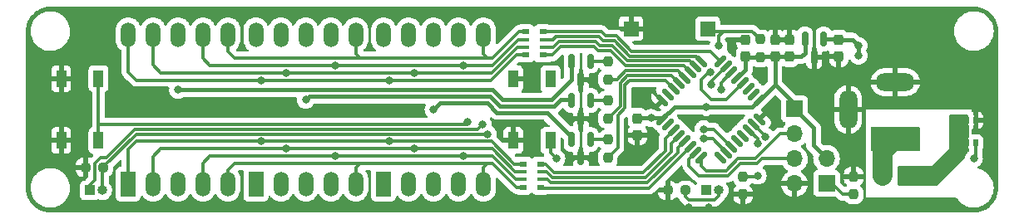
<source format=gbr>
%TF.GenerationSoftware,KiCad,Pcbnew,(6.0.5)*%
%TF.CreationDate,2023-01-29T17:57:26+00:00*%
%TF.ProjectId,PCB reflow Plate,50434220-7265-4666-9c6f-7720506c6174,rev?*%
%TF.SameCoordinates,Original*%
%TF.FileFunction,Copper,L1,Top*%
%TF.FilePolarity,Positive*%
%FSLAX46Y46*%
G04 Gerber Fmt 4.6, Leading zero omitted, Abs format (unit mm)*
G04 Created by KiCad (PCBNEW (6.0.5)) date 2023-01-29 17:57:26*
%MOMM*%
%LPD*%
G01*
G04 APERTURE LIST*
G04 Aperture macros list*
%AMRoundRect*
0 Rectangle with rounded corners*
0 $1 Rounding radius*
0 $2 $3 $4 $5 $6 $7 $8 $9 X,Y pos of 4 corners*
0 Add a 4 corners polygon primitive as box body*
4,1,4,$2,$3,$4,$5,$6,$7,$8,$9,$2,$3,0*
0 Add four circle primitives for the rounded corners*
1,1,$1+$1,$2,$3*
1,1,$1+$1,$4,$5*
1,1,$1+$1,$6,$7*
1,1,$1+$1,$8,$9*
0 Add four rect primitives between the rounded corners*
20,1,$1+$1,$2,$3,$4,$5,0*
20,1,$1+$1,$4,$5,$6,$7,0*
20,1,$1+$1,$6,$7,$8,$9,0*
20,1,$1+$1,$8,$9,$2,$3,0*%
G04 Aperture macros list end*
%TA.AperFunction,ComponentPad*%
%ADD10R,1.000000X1.000000*%
%TD*%
%TA.AperFunction,ComponentPad*%
%ADD11O,1.000000X1.000000*%
%TD*%
%TA.AperFunction,SMDPad,CuDef*%
%ADD12RoundRect,0.237500X-0.237500X0.300000X-0.237500X-0.300000X0.237500X-0.300000X0.237500X0.300000X0*%
%TD*%
%TA.AperFunction,SMDPad,CuDef*%
%ADD13R,1.500000X1.500000*%
%TD*%
%TA.AperFunction,ComponentPad*%
%ADD14R,4.400000X1.800000*%
%TD*%
%TA.AperFunction,ComponentPad*%
%ADD15O,4.000000X1.800000*%
%TD*%
%TA.AperFunction,ComponentPad*%
%ADD16O,1.800000X4.000000*%
%TD*%
%TA.AperFunction,SMDPad,CuDef*%
%ADD17RoundRect,0.237500X-0.237500X0.250000X-0.237500X-0.250000X0.237500X-0.250000X0.237500X0.250000X0*%
%TD*%
%TA.AperFunction,SMDPad,CuDef*%
%ADD18R,0.510000X0.700000*%
%TD*%
%TA.AperFunction,ComponentPad*%
%ADD19R,1.524000X2.524000*%
%TD*%
%TA.AperFunction,ComponentPad*%
%ADD20O,1.524000X2.524000*%
%TD*%
%TA.AperFunction,SMDPad,CuDef*%
%ADD21RoundRect,0.150000X-0.150000X0.587500X-0.150000X-0.587500X0.150000X-0.587500X0.150000X0.587500X0*%
%TD*%
%TA.AperFunction,SMDPad,CuDef*%
%ADD22RoundRect,0.237500X0.237500X-0.250000X0.237500X0.250000X-0.237500X0.250000X-0.237500X-0.250000X0*%
%TD*%
%TA.AperFunction,SMDPad,CuDef*%
%ADD23RoundRect,0.237500X0.250000X0.237500X-0.250000X0.237500X-0.250000X-0.237500X0.250000X-0.237500X0*%
%TD*%
%TA.AperFunction,ComponentPad*%
%ADD24R,1.700000X1.700000*%
%TD*%
%TA.AperFunction,ComponentPad*%
%ADD25O,1.700000X1.700000*%
%TD*%
%TA.AperFunction,SMDPad,CuDef*%
%ADD26RoundRect,0.237500X0.237500X-0.300000X0.237500X0.300000X-0.237500X0.300000X-0.237500X-0.300000X0*%
%TD*%
%TA.AperFunction,SMDPad,CuDef*%
%ADD27RoundRect,0.125000X0.353553X0.530330X-0.530330X-0.353553X-0.353553X-0.530330X0.530330X0.353553X0*%
%TD*%
%TA.AperFunction,SMDPad,CuDef*%
%ADD28RoundRect,0.125000X-0.353553X0.530330X-0.530330X0.353553X0.353553X-0.530330X0.530330X-0.353553X0*%
%TD*%
%TA.AperFunction,SMDPad,CuDef*%
%ADD29R,0.800000X0.500000*%
%TD*%
%TA.AperFunction,SMDPad,CuDef*%
%ADD30R,0.800000X0.400000*%
%TD*%
%TA.AperFunction,SMDPad,CuDef*%
%ADD31R,1.000000X1.700000*%
%TD*%
%TA.AperFunction,ViaPad*%
%ADD32C,0.800000*%
%TD*%
%TA.AperFunction,Conductor*%
%ADD33C,0.300000*%
%TD*%
%TA.AperFunction,Conductor*%
%ADD34C,0.450000*%
%TD*%
%TA.AperFunction,Conductor*%
%ADD35C,2.000000*%
%TD*%
G04 APERTURE END LIST*
D10*
%TO.P,TH2,1*%
%TO.N,+3V3*%
X130000000Y-46250000D03*
D11*
%TO.P,TH2,2*%
%TO.N,/NTC_2*%
X131270000Y-46250000D03*
%TD*%
D10*
%TO.P,TH1,1*%
%TO.N,+3V3*%
X192750000Y-46250000D03*
D11*
%TO.P,TH1,2*%
%TO.N,/NTC_1*%
X194020000Y-46250000D03*
%TD*%
D12*
%TO.P,C1,1*%
%TO.N,VCC*%
X206250000Y-30887500D03*
%TO.P,C1,2*%
%TO.N,GND*%
X206250000Y-32612500D03*
%TD*%
D13*
%TO.P,SW3,1,1*%
%TO.N,GND*%
X185100000Y-29750000D03*
%TO.P,SW3,2,2*%
%TO.N,/Reset*%
X192900000Y-29750000D03*
%TD*%
D14*
%TO.P,J4,1*%
%TO.N,VCC*%
X212000000Y-41000000D03*
D15*
%TO.P,J4,2*%
%TO.N,GND*%
X212000000Y-35200000D03*
D16*
%TO.P,J4,3*%
X207200000Y-38000000D03*
%TD*%
D17*
%TO.P,R9,1*%
%TO.N,/HeaterGate*%
X196500000Y-44837500D03*
%TO.P,R9,2*%
%TO.N,GND*%
X196500000Y-46662500D03*
%TD*%
D18*
%TO.P,Q3,1,D*%
%TO.N,Net-(Q3-Pad1)*%
X218300000Y-41410000D03*
%TO.P,Q3,2,D*%
X219250000Y-41410000D03*
%TO.P,Q3,3,G*%
%TO.N,/HeaterGate*%
X220200000Y-41410000D03*
%TO.P,Q3,4,S*%
%TO.N,GND*%
X220200000Y-39090000D03*
%TO.P,Q3,5,D*%
%TO.N,Net-(Q3-Pad1)*%
X219250000Y-39090000D03*
%TO.P,Q3,6,D*%
X218300000Y-39090000D03*
%TD*%
D19*
%TO.P,U4,1,G*%
%TO.N,/Seg_G*%
X146920000Y-45620000D03*
D20*
%TO.P,U4,2,F*%
%TO.N,/Seg_F*%
X149460000Y-45620000D03*
%TO.P,U4,3,CC*%
%TO.N,Net-(Q2-Pad2)*%
X152000000Y-45620000D03*
%TO.P,U4,4,E*%
%TO.N,/Seg_E*%
X154540000Y-45620000D03*
%TO.P,U4,5,D*%
%TO.N,/Seg_D*%
X157080000Y-45620000D03*
%TO.P,U4,6,DP*%
%TO.N,/Seg_DP*%
X157080000Y-30380000D03*
%TO.P,U4,7,C*%
%TO.N,/Seg_C*%
X154540000Y-30380000D03*
%TO.P,U4,8,CC*%
%TO.N,Net-(Q2-Pad2)*%
X152000000Y-30380000D03*
%TO.P,U4,9,B*%
%TO.N,/Seg_B*%
X149460000Y-30380000D03*
%TO.P,U4,10,A*%
%TO.N,/Seg_A*%
X146920000Y-30380000D03*
%TD*%
D21*
%TO.P,U1,3,GND*%
%TO.N,GND*%
X203750000Y-32687500D03*
%TO.P,U1,2,VO*%
%TO.N,+3V3*%
X202800000Y-30812500D03*
%TO.P,U1,1,VI*%
%TO.N,VCC*%
X204700000Y-30812500D03*
%TD*%
D22*
%TO.P,R6,1*%
%TO.N,+3V3*%
X198250000Y-32662500D03*
%TO.P,R6,2*%
%TO.N,/Reset*%
X198250000Y-30837500D03*
%TD*%
%TO.P,R5,1*%
%TO.N,/BootMode*%
X207750000Y-46662500D03*
%TO.P,R5,2*%
%TO.N,GND*%
X207750000Y-44837500D03*
%TD*%
D23*
%TO.P,R3,1*%
%TO.N,/NTC_2*%
X131412500Y-43900000D03*
%TO.P,R3,2*%
%TO.N,GND*%
X129587500Y-43900000D03*
%TD*%
D24*
%TO.P,J5,1,Pin_1*%
%TO.N,Net-(Q3-Pad1)*%
X213250000Y-44750000D03*
D25*
%TO.P,J5,2,Pin_2*%
%TO.N,VCC*%
X210710000Y-44750000D03*
%TD*%
D24*
%TO.P,J2,1,Pin_1*%
%TO.N,+3V3*%
X201750000Y-37950000D03*
D25*
%TO.P,J2,2,Pin_2*%
%TO.N,/SWCLK*%
X201750000Y-40490000D03*
%TO.P,J2,3,Pin_3*%
%TO.N,/SWDIO*%
X201750000Y-43030000D03*
%TO.P,J2,4,Pin_4*%
%TO.N,GND*%
X201750000Y-45570000D03*
%TD*%
D24*
%TO.P,J1,1,Pin_1*%
%TO.N,/BootMode*%
X205000000Y-45525000D03*
D25*
%TO.P,J1,2,Pin_2*%
%TO.N,+3V3*%
X205000000Y-42985000D03*
%TD*%
D26*
%TO.P,C2,1*%
%TO.N,+3V3*%
X201250000Y-32612500D03*
%TO.P,C2,2*%
%TO.N,GND*%
X201250000Y-30887500D03*
%TD*%
D27*
%TO.P,U2,1,VDD*%
%TO.N,+3V3*%
X198167084Y-37027728D03*
%TO.P,U2,2,PF0*%
%TO.N,/OSC_IN*%
X197601398Y-36462043D03*
%TO.P,U2,3,PF1*%
%TO.N,/OSC_OUT*%
X197035713Y-35896357D03*
%TO.P,U2,4,NRST*%
%TO.N,/Reset*%
X196470028Y-35330672D03*
%TO.P,U2,5,VDDA*%
%TO.N,+3V3*%
X195904342Y-34764986D03*
%TO.P,U2,6,PA0*%
%TO.N,/NTC_1*%
X195338657Y-34199301D03*
%TO.P,U2,7,PA1*%
%TO.N,/NTC_2*%
X194772971Y-33633616D03*
%TO.P,U2,8,PA2*%
%TO.N,Net-(U2-Pad8)*%
X194207286Y-33067930D03*
D28*
%TO.P,U2,9,PA3*%
%TO.N,Net-(U2-Pad9)*%
X192262742Y-33067930D03*
%TO.P,U2,10,PA4*%
%TO.N,Net-(U2-Pad10)*%
X191697057Y-33633616D03*
%TO.P,U2,11,PA5*%
%TO.N,Net-(U2-Pad11)*%
X191131371Y-34199301D03*
%TO.P,U2,12,PA6*%
%TO.N,/Digit_2*%
X190565686Y-34764986D03*
%TO.P,U2,13,PA7*%
%TO.N,/Digit_1*%
X190000000Y-35330672D03*
%TO.P,U2,14,PB0*%
%TO.N,/Digit_0*%
X189434315Y-35896357D03*
%TO.P,U2,15,PB1*%
%TO.N,unconnected-(U2-Pad15)*%
X188868630Y-36462043D03*
%TO.P,U2,16,VSS*%
%TO.N,GND*%
X188302944Y-37027728D03*
D27*
%TO.P,U2,17,VDD*%
%TO.N,+3V3*%
X188302944Y-38972272D03*
%TO.P,U2,18,PA8*%
%TO.N,unconnected-(U2-Pad18)*%
X188868630Y-39537957D03*
%TO.P,U2,19,PA9*%
%TO.N,Net-(RN2-Pad4)*%
X189434315Y-40103643D03*
%TO.P,U2,20,PA10*%
%TO.N,Net-(RN2-Pad3)*%
X190000000Y-40669328D03*
%TO.P,U2,21,PA11*%
%TO.N,Net-(RN2-Pad2)*%
X190565686Y-41235014D03*
%TO.P,U2,22,PA12*%
%TO.N,Net-(RN2-Pad1)*%
X191131371Y-41800699D03*
%TO.P,U2,23,PA13*%
%TO.N,/SWDIO*%
X191697057Y-42366384D03*
%TO.P,U2,24,PA14*%
%TO.N,/SWCLK*%
X192262742Y-42932070D03*
D28*
%TO.P,U2,25,PA15*%
%TO.N,unconnected-(U2-Pad25)*%
X194207286Y-42932070D03*
%TO.P,U2,26,PB3*%
%TO.N,/Button_1*%
X194772971Y-42366384D03*
%TO.P,U2,27,PB4*%
%TO.N,/Button_2*%
X195338657Y-41800699D03*
%TO.P,U2,28,PB5*%
%TO.N,unconnected-(U2-Pad28)*%
X195904342Y-41235014D03*
%TO.P,U2,29,PB6*%
%TO.N,unconnected-(U2-Pad29)*%
X196470028Y-40669328D03*
%TO.P,U2,30,PB7*%
%TO.N,/HeaterGate*%
X197035713Y-40103643D03*
%TO.P,U2,31,BOOT0*%
%TO.N,/BootMode*%
X197601398Y-39537957D03*
%TO.P,U2,32,VSS*%
%TO.N,GND*%
X198167084Y-38972272D03*
%TD*%
D29*
%TO.P,RN1,1,R1.1*%
%TO.N,Net-(U2-Pad11)*%
X176150000Y-32450000D03*
D30*
%TO.P,RN1,2,R2.1*%
%TO.N,Net-(U2-Pad10)*%
X176150000Y-31650000D03*
%TO.P,RN1,3,R3.1*%
%TO.N,Net-(U2-Pad9)*%
X176150000Y-30850000D03*
D29*
%TO.P,RN1,4,R4.1*%
%TO.N,Net-(U2-Pad8)*%
X176150000Y-30050000D03*
%TO.P,RN1,5,R4.2*%
%TO.N,/Seg_DP*%
X174350000Y-30050000D03*
D30*
%TO.P,RN1,6,R3.2*%
%TO.N,/Seg_C*%
X174350000Y-30850000D03*
%TO.P,RN1,7,R2.2*%
%TO.N,/Seg_B*%
X174350000Y-31650000D03*
D29*
%TO.P,RN1,8,R1.2*%
%TO.N,/Seg_A*%
X174350000Y-32450000D03*
%TD*%
D12*
%TO.P,C5,2*%
%TO.N,GND*%
X185750000Y-40612500D03*
%TO.P,C5,1*%
%TO.N,+3V3*%
X185750000Y-38887500D03*
%TD*%
D22*
%TO.P,R7,1*%
%TO.N,/Digit_0*%
X182750000Y-42912500D03*
%TO.P,R7,2*%
%TO.N,Net-(Q1-Pad1)*%
X182750000Y-41087500D03*
%TD*%
D21*
%TO.P,Q2,1,B*%
%TO.N,Net-(Q2-Pad1)*%
X180950000Y-37062500D03*
%TO.P,Q2,2,C*%
%TO.N,Net-(Q2-Pad2)*%
X179050000Y-37062500D03*
%TO.P,Q2,3,E*%
%TO.N,GND*%
X180000000Y-38937500D03*
%TD*%
D26*
%TO.P,C7,1*%
%TO.N,+3V3*%
X196750000Y-32612500D03*
%TO.P,C7,2*%
%TO.N,GND*%
X196750000Y-30887500D03*
%TD*%
D19*
%TO.P,U5,1,G*%
%TO.N,/Seg_G*%
X133920000Y-45620000D03*
D20*
%TO.P,U5,2,F*%
%TO.N,/Seg_F*%
X136460000Y-45620000D03*
%TO.P,U5,3,CC*%
%TO.N,Net-(Q4-Pad2)*%
X139000000Y-45620000D03*
%TO.P,U5,4,E*%
%TO.N,/Seg_E*%
X141540000Y-45620000D03*
%TO.P,U5,5,D*%
%TO.N,/Seg_D*%
X144080000Y-45620000D03*
%TO.P,U5,6,DP*%
%TO.N,/Seg_DP*%
X144080000Y-30380000D03*
%TO.P,U5,7,C*%
%TO.N,/Seg_C*%
X141540000Y-30380000D03*
%TO.P,U5,8,CC*%
%TO.N,Net-(Q4-Pad2)*%
X139000000Y-30380000D03*
%TO.P,U5,9,B*%
%TO.N,/Seg_B*%
X136460000Y-30380000D03*
%TO.P,U5,10,A*%
%TO.N,/Seg_A*%
X133920000Y-30380000D03*
%TD*%
D31*
%TO.P,SW2,1,1*%
%TO.N,/Button_2*%
X130900000Y-34850000D03*
X130900000Y-41150000D03*
%TO.P,SW2,2,2*%
%TO.N,GND*%
X127100000Y-41150000D03*
X127100000Y-34850000D03*
%TD*%
D19*
%TO.P,U3,1,G*%
%TO.N,/Seg_G*%
X159920000Y-45620000D03*
D20*
%TO.P,U3,2,F*%
%TO.N,/Seg_F*%
X162460000Y-45620000D03*
%TO.P,U3,3,CC*%
%TO.N,Net-(Q1-Pad2)*%
X165000000Y-45620000D03*
%TO.P,U3,4,E*%
%TO.N,/Seg_E*%
X167540000Y-45620000D03*
%TO.P,U3,5,D*%
%TO.N,/Seg_D*%
X170080000Y-45620000D03*
%TO.P,U3,6,DP*%
%TO.N,/Seg_DP*%
X170080000Y-30380000D03*
%TO.P,U3,7,C*%
%TO.N,/Seg_C*%
X167540000Y-30380000D03*
%TO.P,U3,8,CC*%
%TO.N,Net-(Q1-Pad2)*%
X165000000Y-30380000D03*
%TO.P,U3,9,B*%
%TO.N,/Seg_B*%
X162460000Y-30380000D03*
%TO.P,U3,10,A*%
%TO.N,/Seg_A*%
X159920000Y-30380000D03*
%TD*%
D26*
%TO.P,C6,1*%
%TO.N,+3V3*%
X199750000Y-32612500D03*
%TO.P,C6,2*%
%TO.N,GND*%
X199750000Y-30887500D03*
%TD*%
D23*
%TO.P,R1,1*%
%TO.N,/NTC_1*%
X190662500Y-46250000D03*
%TO.P,R1,2*%
%TO.N,GND*%
X188837500Y-46250000D03*
%TD*%
D29*
%TO.P,RN2,1,R1.1*%
%TO.N,Net-(RN2-Pad1)*%
X175900000Y-45950000D03*
D30*
%TO.P,RN2,2,R2.1*%
%TO.N,Net-(RN2-Pad2)*%
X175900000Y-45150000D03*
%TO.P,RN2,3,R3.1*%
%TO.N,Net-(RN2-Pad3)*%
X175900000Y-44350000D03*
D29*
%TO.P,RN2,4,R4.1*%
%TO.N,Net-(RN2-Pad4)*%
X175900000Y-43550000D03*
%TO.P,RN2,5,R4.2*%
%TO.N,/Seg_G*%
X174100000Y-43550000D03*
D30*
%TO.P,RN2,6,R3.2*%
%TO.N,/Seg_F*%
X174100000Y-44350000D03*
%TO.P,RN2,7,R2.2*%
%TO.N,/Seg_E*%
X174100000Y-45150000D03*
D29*
%TO.P,RN2,8,R1.2*%
%TO.N,/Seg_D*%
X174100000Y-45950000D03*
%TD*%
D21*
%TO.P,Q1,1,B*%
%TO.N,Net-(Q1-Pad1)*%
X180950000Y-41062500D03*
%TO.P,Q1,2,C*%
%TO.N,Net-(Q1-Pad2)*%
X179050000Y-41062500D03*
%TO.P,Q1,3,E*%
%TO.N,GND*%
X180000000Y-42937500D03*
%TD*%
D22*
%TO.P,R10,1*%
%TO.N,/Digit_2*%
X182750000Y-34912500D03*
%TO.P,R10,2*%
%TO.N,Net-(Q4-Pad1)*%
X182750000Y-33087500D03*
%TD*%
%TO.P,R8,1*%
%TO.N,/Digit_1*%
X182750000Y-38912500D03*
%TO.P,R8,2*%
%TO.N,Net-(Q2-Pad1)*%
X182750000Y-37087500D03*
%TD*%
D31*
%TO.P,SW1,1,1*%
%TO.N,/Button_1*%
X176900000Y-41150000D03*
X176900000Y-34850000D03*
%TO.P,SW1,2,2*%
%TO.N,GND*%
X173100000Y-34850000D03*
X173100000Y-41150000D03*
%TD*%
D21*
%TO.P,Q4,1,B*%
%TO.N,Net-(Q4-Pad1)*%
X180950000Y-33062500D03*
%TO.P,Q4,2,C*%
%TO.N,Net-(Q4-Pad2)*%
X179050000Y-33062500D03*
%TO.P,Q4,3,E*%
%TO.N,GND*%
X180000000Y-34937500D03*
%TD*%
D32*
%TO.N,GND*%
X190000000Y-44750000D03*
X179000000Y-39000000D03*
X205500000Y-34500000D03*
X195500000Y-31500000D03*
X199750000Y-37750000D03*
X199750000Y-39000000D03*
X128000000Y-43000000D03*
X126000000Y-43000000D03*
X126000000Y-33000000D03*
X132000000Y-33000000D03*
X130000000Y-33000000D03*
X128000000Y-33000000D03*
X133000000Y-38000000D03*
X135000000Y-38000000D03*
X137000000Y-38000000D03*
X142000000Y-38000000D03*
X144000000Y-38000000D03*
X146000000Y-38000000D03*
X148000000Y-38000000D03*
X150000000Y-38000000D03*
X155000000Y-38000000D03*
X157000000Y-38000000D03*
X159000000Y-38000000D03*
X161000000Y-38000000D03*
X163000000Y-38000000D03*
X130000000Y-28000000D03*
X132000000Y-28000000D03*
X134000000Y-28000000D03*
X136000000Y-28000000D03*
X138000000Y-28000000D03*
X140000000Y-28000000D03*
X142000000Y-28000000D03*
X144000000Y-28000000D03*
X146000000Y-28000000D03*
X148000000Y-28000000D03*
X150000000Y-28000000D03*
X152000000Y-28000000D03*
X154000000Y-28000000D03*
X156000000Y-28000000D03*
X158000000Y-28000000D03*
X160000000Y-28000000D03*
X162000000Y-28000000D03*
X164000000Y-28000000D03*
X166000000Y-28000000D03*
X168000000Y-28000000D03*
X170000000Y-28000000D03*
X172000000Y-28000000D03*
X174000000Y-28000000D03*
X176000000Y-28000000D03*
X178000000Y-28000000D03*
X180000000Y-28000000D03*
X182000000Y-28000000D03*
X184000000Y-28000000D03*
X186000000Y-28000000D03*
X188000000Y-28000000D03*
X190000000Y-28000000D03*
X192000000Y-28000000D03*
X194000000Y-28000000D03*
X196000000Y-28000000D03*
X129000000Y-48000000D03*
X131000000Y-48000000D03*
X203000000Y-48000000D03*
X201000000Y-48000000D03*
X199000000Y-48000000D03*
X197000000Y-48000000D03*
X195000000Y-48000000D03*
X193000000Y-48000000D03*
X191000000Y-48000000D03*
X189000000Y-48000000D03*
X187000000Y-48000000D03*
X185000000Y-48000000D03*
X183000000Y-48000000D03*
X181000000Y-48000000D03*
X179000000Y-48000000D03*
X175000000Y-42250000D03*
X175000000Y-35500000D03*
X175000000Y-34000000D03*
X222000000Y-39000000D03*
X222000000Y-41000000D03*
X222000000Y-43000000D03*
X208000000Y-41000000D03*
X208000000Y-43000000D03*
X218000000Y-33000000D03*
X218000000Y-35000000D03*
X218000000Y-37000000D03*
X220000000Y-37000000D03*
X220000000Y-35000000D03*
X220000000Y-33000000D03*
X210000000Y-30000000D03*
X210000000Y-32000000D03*
X212000000Y-32000000D03*
X214000000Y-32000000D03*
X216000000Y-32000000D03*
X216000000Y-30000000D03*
X214000000Y-30000000D03*
X212000000Y-30000000D03*
X204500000Y-38500000D03*
X204500000Y-37000000D03*
X203500000Y-34500000D03*
X201500000Y-34500000D03*
X198500000Y-34500000D03*
X191000000Y-39000000D03*
X195000000Y-39000000D03*
X187000000Y-37500000D03*
X186000000Y-36500000D03*
X186000000Y-43000000D03*
X184500000Y-43000000D03*
X181000000Y-35000000D03*
X181000000Y-39000000D03*
X179000000Y-43000000D03*
X181000000Y-43000000D03*
%TO.N,/HeaterGate*%
X198000000Y-44750000D03*
X220000000Y-43000000D03*
X198000000Y-41500000D03*
%TO.N,/Reset*%
X194000000Y-31500000D03*
%TO.N,/BootMode*%
X198750000Y-40750000D03*
%TO.N,VCC*%
X210710000Y-43040000D03*
X208250000Y-31500000D03*
X208250000Y-32500000D03*
%TO.N,/Button_2*%
X192500000Y-40000000D03*
%TO.N,/Button_1*%
X192500000Y-41000000D03*
%TO.N,+3V3*%
X192750000Y-37750000D03*
%TO.N,/Reset*%
X193173316Y-34173316D03*
%TO.N,/Button_1*%
X177500000Y-43000000D03*
%TO.N,/Button_2*%
X168500000Y-39250500D03*
%TO.N,+3V3*%
X187137500Y-38862500D03*
X170000000Y-39500000D03*
%TO.N,/NTC_2*%
X193250000Y-35500000D03*
X170500000Y-40500000D03*
%TO.N,/NTC_1*%
X194250000Y-36000000D03*
%TO.N,Net-(Q1-Pad2)*%
X165000000Y-38000000D03*
%TO.N,Net-(Q2-Pad2)*%
X152000000Y-37000000D03*
%TO.N,Net-(Q4-Pad2)*%
X139000000Y-36000000D03*
%TO.N,GND*%
X222000000Y-37000000D03*
X222000000Y-35000000D03*
X222000000Y-33000000D03*
X218000000Y-28000000D03*
X216000000Y-28000000D03*
X214000000Y-28000000D03*
X212000000Y-28000000D03*
X210000000Y-28000000D03*
X208000000Y-28000000D03*
X206000000Y-28000000D03*
X204000000Y-28000000D03*
X202000000Y-28000000D03*
X200000000Y-28000000D03*
X198000000Y-28000000D03*
X124000000Y-43000000D03*
X124000000Y-41000000D03*
X124000000Y-39000000D03*
X124000000Y-37000000D03*
X124000000Y-35000000D03*
X124000000Y-33000000D03*
X217000000Y-48000000D03*
X215000000Y-48000000D03*
X213000000Y-48000000D03*
X211000000Y-48000000D03*
X209000000Y-48000000D03*
X207000000Y-48000000D03*
X205000000Y-48000000D03*
X133000000Y-48000000D03*
X135000000Y-48000000D03*
X137000000Y-48000000D03*
X139000000Y-48000000D03*
X141000000Y-48000000D03*
X143000000Y-48000000D03*
X145000000Y-48000000D03*
X147000000Y-48000000D03*
X149000000Y-48000000D03*
X151000000Y-48000000D03*
X153000000Y-48000000D03*
X155000000Y-48000000D03*
X157000000Y-48000000D03*
X159000000Y-48000000D03*
X161000000Y-48000000D03*
X163000000Y-48000000D03*
X165000000Y-48000000D03*
X167000000Y-48000000D03*
X169000000Y-48000000D03*
X171000000Y-48000000D03*
X177000000Y-48000000D03*
X175000000Y-48000000D03*
X173000000Y-48000000D03*
%TO.N,/Seg_C*%
X168000000Y-33500000D03*
X155000000Y-33500000D03*
%TO.N,/Seg_G*%
X160500000Y-41250500D03*
X147500000Y-41250000D03*
%TO.N,/Seg_F*%
X163000000Y-42000000D03*
X150000000Y-42000000D03*
%TO.N,/Seg_E*%
X155000000Y-42750000D03*
X168000000Y-42750000D03*
%TO.N,/Seg_B*%
X150000000Y-34250000D03*
X163000000Y-34250000D03*
%TO.N,/Seg_A*%
X147500000Y-34999500D03*
X160500000Y-35000000D03*
%TD*%
D33*
%TO.N,/NTC_1*%
X190662500Y-46912500D02*
X190662500Y-46250000D01*
X191000000Y-47250000D02*
X190662500Y-46912500D01*
X193613553Y-47250000D02*
X191000000Y-47250000D01*
X194020000Y-46843553D02*
X193613553Y-47250000D01*
X194020000Y-46250000D02*
X194020000Y-46843553D01*
%TO.N,+3V3*%
X134587144Y-40000000D02*
X169500000Y-40000000D01*
X131094829Y-42900000D02*
X131687144Y-42900000D01*
X130500480Y-43494349D02*
X131094829Y-42900000D01*
X169500000Y-40000000D02*
X170000000Y-39500000D01*
X130500480Y-45202106D02*
X130500480Y-43494349D01*
X131687144Y-42900000D02*
X134587144Y-40000000D01*
X130000000Y-45702586D02*
X130500480Y-45202106D01*
X130000000Y-46250000D02*
X130000000Y-45702586D01*
%TO.N,/NTC_2*%
X131270000Y-44142500D02*
X131412500Y-44000000D01*
X131270000Y-46250000D02*
X131270000Y-44142500D01*
%TO.N,Net-(U2-Pad8)*%
X193183578Y-32044222D02*
X194207286Y-33067930D01*
X185163506Y-32044222D02*
X193183578Y-32044222D01*
X183620727Y-30501443D02*
X185163506Y-32044222D01*
X182501443Y-30501443D02*
X183620727Y-30501443D01*
X182050000Y-30050000D02*
X182501443Y-30501443D01*
X176150000Y-30050000D02*
X182050000Y-30050000D01*
%TO.N,Net-(U2-Pad9)*%
X184956598Y-32543742D02*
X191738554Y-32543742D01*
X177443092Y-30549520D02*
X181799520Y-30549520D01*
X182250960Y-31000960D02*
X183413818Y-31000962D01*
X191738554Y-32543742D02*
X192262742Y-33067930D01*
X177142612Y-30850000D02*
X177443092Y-30549520D01*
X181799520Y-30549520D02*
X182250960Y-31000960D01*
X176150000Y-30850000D02*
X177142612Y-30850000D01*
X183413818Y-31000962D02*
X184956598Y-32543742D01*
%TO.N,Net-(U2-Pad10)*%
X191106703Y-33043262D02*
X191697057Y-33633616D01*
X183206909Y-31500481D02*
X184749690Y-33043262D01*
X181505469Y-31049041D02*
X181956907Y-31500480D01*
X181956907Y-31500480D02*
X183206909Y-31500481D01*
X177750001Y-31049040D02*
X181505469Y-31049041D01*
X177149040Y-31650000D02*
X177750001Y-31049040D01*
X176150000Y-31650000D02*
X177149040Y-31650000D01*
X184749690Y-33043262D02*
X191106703Y-33043262D01*
%TO.N,Net-(U2-Pad11)*%
X190474852Y-33542782D02*
X191131371Y-34199301D01*
X181298560Y-31548560D02*
X181750000Y-32000000D01*
X183000000Y-32000000D02*
X184542782Y-33542782D01*
X177956908Y-31548560D02*
X181298560Y-31548560D01*
X184542782Y-33542782D02*
X190474852Y-33542782D01*
X177055468Y-32450000D02*
X177956908Y-31548560D01*
X176150000Y-32450000D02*
X177055468Y-32450000D01*
X181750000Y-32000000D02*
X183000000Y-32000000D01*
%TO.N,/Reset*%
X194801189Y-36999511D02*
X196470028Y-35330672D01*
X193150480Y-30000480D02*
X194499520Y-30000480D01*
X192900000Y-29750000D02*
X193150480Y-30000480D01*
D34*
%TO.N,Net-(Q1-Pad2)*%
X170461921Y-37299040D02*
X165700960Y-37299040D01*
X165700960Y-37299040D02*
X165000000Y-38000000D01*
X171461920Y-38299039D02*
X170461921Y-37299040D01*
X176549039Y-38299039D02*
X171461920Y-38299039D01*
X179050000Y-40800000D02*
X176549039Y-38299039D01*
X179050000Y-41062500D02*
X179050000Y-40800000D01*
D33*
%TO.N,/BootMode*%
X205525000Y-45525000D02*
X205000000Y-45525000D01*
X206662500Y-46662500D02*
X205525000Y-45525000D01*
X207750000Y-46662500D02*
X206662500Y-46662500D01*
D34*
%TO.N,+3V3*%
X201750000Y-37444812D02*
X199750000Y-35444812D01*
X201750000Y-37950000D02*
X201750000Y-37444812D01*
X203675489Y-41660489D02*
X203675489Y-39875489D01*
X205000000Y-42985000D02*
X203675489Y-41660489D01*
X203675489Y-39875489D02*
X201750000Y-37950000D01*
D33*
%TO.N,/SWDIO*%
X191000000Y-43063441D02*
X191697057Y-42366384D01*
X191000000Y-43750000D02*
X191000000Y-43063441D01*
X196250000Y-43500000D02*
X195000000Y-44750000D01*
X197951428Y-43500000D02*
X196250000Y-43500000D01*
X198421428Y-43030000D02*
X197951428Y-43500000D01*
X192000000Y-44750000D02*
X191000000Y-43750000D01*
X201750000Y-43030000D02*
X198421428Y-43030000D01*
X195000000Y-44750000D02*
X192000000Y-44750000D01*
%TO.N,/SWCLK*%
X200255000Y-40490000D02*
X201750000Y-40490000D01*
X194750000Y-44250000D02*
X196000000Y-43000000D01*
X192750000Y-44250000D02*
X194750000Y-44250000D01*
X192262742Y-43762742D02*
X192750000Y-44250000D01*
X196000000Y-43000000D02*
X197745000Y-43000000D01*
X197745000Y-43000000D02*
X200255000Y-40490000D01*
X192262742Y-42932070D02*
X192262742Y-43762742D01*
%TO.N,/HeaterGate*%
X197912500Y-44837500D02*
X196500000Y-44837500D01*
X198000000Y-44750000D02*
X197912500Y-44837500D01*
X220200000Y-42800000D02*
X220200000Y-41410000D01*
X220000000Y-43000000D02*
X220200000Y-42800000D01*
X198000000Y-41000000D02*
X197103643Y-40103643D01*
X198000000Y-41500000D02*
X198000000Y-41000000D01*
X197103643Y-40103643D02*
X197035713Y-40103643D01*
%TO.N,/Reset*%
X194000000Y-30500000D02*
X194499520Y-30000480D01*
X197412980Y-30000480D02*
X194499520Y-30000480D01*
X194000000Y-31500000D02*
X194000000Y-30500000D01*
X198250000Y-30837500D02*
X197412980Y-30000480D01*
X193249511Y-36999511D02*
X194801189Y-36999511D01*
X192250489Y-34969526D02*
X192250489Y-36000489D01*
X192250489Y-36000489D02*
X193249511Y-36999511D01*
X193046699Y-34173316D02*
X192250489Y-34969526D01*
X193173316Y-34173316D02*
X193046699Y-34173316D01*
%TO.N,/NTC_2*%
X193250000Y-35500000D02*
X193250000Y-35156587D01*
X193250000Y-35156587D02*
X194772971Y-33633616D01*
%TO.N,/NTC_1*%
X194250000Y-35287958D02*
X195338657Y-34199301D01*
X194250000Y-36000000D02*
X194250000Y-35287958D01*
%TO.N,/BootMode*%
X198750000Y-40686559D02*
X197601398Y-39537957D01*
X198750000Y-40750000D02*
X198750000Y-40686559D01*
D35*
%TO.N,VCC*%
X210710000Y-42290000D02*
X212000000Y-41000000D01*
X210710000Y-44750000D02*
X210710000Y-42290000D01*
D34*
X207637500Y-30887500D02*
X206250000Y-30887500D01*
X208250000Y-32500000D02*
X208250000Y-31500000D01*
X208250000Y-31500000D02*
X207637500Y-30887500D01*
D33*
%TO.N,/Digit_0*%
X188579299Y-35041341D02*
X189434315Y-35896357D01*
X184499520Y-37869408D02*
X184499520Y-35500480D01*
X183750000Y-41912500D02*
X183750000Y-38618928D01*
X182750000Y-42912500D02*
X183750000Y-41912500D01*
X183750000Y-38618928D02*
X184499520Y-37869408D01*
X184499520Y-35500480D02*
X184958659Y-35041341D01*
X184958659Y-35041341D02*
X188579299Y-35041341D01*
%TO.N,/Button_2*%
X193537958Y-40000000D02*
X195338657Y-41800699D01*
X192500000Y-40000000D02*
X193537958Y-40000000D01*
%TO.N,/Button_1*%
X193406587Y-41000000D02*
X194772971Y-42366384D01*
X192500000Y-41000000D02*
X193406587Y-41000000D01*
D34*
%TO.N,+3V3*%
X192750000Y-37750000D02*
X189500000Y-37750000D01*
X197444812Y-37750000D02*
X192750000Y-37750000D01*
X202800000Y-32200000D02*
X202800000Y-30812500D01*
X202387500Y-32612500D02*
X202800000Y-32200000D01*
X201250000Y-32612500D02*
X202387500Y-32612500D01*
%TO.N,VCC*%
X204700000Y-30812500D02*
X206175000Y-30812500D01*
X206175000Y-30812500D02*
X206250000Y-30887500D01*
%TO.N,+3V3*%
X199750000Y-32612500D02*
X201250000Y-32612500D01*
X188302944Y-38947056D02*
X188302944Y-38972272D01*
X189500000Y-37750000D02*
X188302944Y-38947056D01*
X198167084Y-37027728D02*
X197444812Y-37750000D01*
X196750000Y-33919328D02*
X195904342Y-34764986D01*
X196750000Y-32612500D02*
X196750000Y-33919328D01*
X196800000Y-32662500D02*
X196750000Y-32612500D01*
X198250000Y-32662500D02*
X196800000Y-32662500D01*
X199750000Y-32612500D02*
X198300000Y-32612500D01*
X198300000Y-32612500D02*
X198250000Y-32662500D01*
X198167084Y-37027728D02*
X199750000Y-35444812D01*
X199750000Y-35444812D02*
X199750000Y-32612500D01*
D33*
%TO.N,/Button_2*%
X168250500Y-39500000D02*
X168500000Y-39250500D01*
X130900000Y-39500000D02*
X168250500Y-39500000D01*
X130900000Y-41150000D02*
X130900000Y-39500000D01*
X130900000Y-41150000D02*
X130900000Y-34850000D01*
%TO.N,/Button_1*%
X176900000Y-42400000D02*
X177500000Y-43000000D01*
X176900000Y-41150000D02*
X176900000Y-42400000D01*
D34*
%TO.N,+3V3*%
X185985014Y-38862500D02*
X187137500Y-38862500D01*
X187137500Y-38862500D02*
X188193172Y-38862500D01*
D33*
%TO.N,/NTC_2*%
X170000000Y-40500000D02*
X170500000Y-40500000D01*
X135000000Y-40500000D02*
X141500000Y-40500000D01*
X134793572Y-40500000D02*
X135000000Y-40500000D01*
X141500000Y-40500000D02*
X170000000Y-40500000D01*
X131412500Y-43881072D02*
X134793572Y-40500000D01*
X131412500Y-44000000D02*
X131412500Y-43881072D01*
%TO.N,Net-(RN2-Pad4)*%
X186361346Y-44451440D02*
X188603164Y-42209622D01*
X188603164Y-40934794D02*
X189434315Y-40103643D01*
X177300462Y-44451440D02*
X186361346Y-44451440D01*
X176399022Y-43550000D02*
X177300462Y-44451440D01*
X175900000Y-43550000D02*
X176399022Y-43550000D01*
X188603164Y-42209622D02*
X188603164Y-40934794D01*
%TO.N,Net-(RN2-Pad3)*%
X189235014Y-42284200D02*
X189235014Y-41434314D01*
X186568255Y-44950959D02*
X189235014Y-42284200D01*
X177093553Y-44950959D02*
X186568255Y-44950959D01*
X176492594Y-44350000D02*
X177093553Y-44950959D01*
X175900000Y-44350000D02*
X176492594Y-44350000D01*
X189235014Y-41434314D02*
X190000000Y-40669328D01*
%TO.N,Net-(RN2-Pad1)*%
X175950000Y-46000000D02*
X186932070Y-46000000D01*
X186932070Y-46000000D02*
X191131371Y-41800699D01*
X175900000Y-45950000D02*
X175950000Y-46000000D01*
%TO.N,Net-(RN2-Pad2)*%
X189866866Y-41933834D02*
X190565686Y-41235014D01*
X189866866Y-42358776D02*
X189866866Y-41933834D01*
X176886646Y-45450479D02*
X186775163Y-45450479D01*
X175900000Y-45150000D02*
X176586166Y-45150000D01*
X176586166Y-45150000D02*
X176886646Y-45450479D01*
X186775163Y-45450479D02*
X189866866Y-42358776D01*
%TO.N,/Digit_1*%
X184000000Y-37662500D02*
X182750000Y-38912500D01*
X184000000Y-35293572D02*
X184000000Y-37662500D01*
X184751751Y-34541821D02*
X184000000Y-35293572D01*
X189211149Y-34541821D02*
X184751751Y-34541821D01*
X190000000Y-35330672D02*
X189211149Y-34541821D01*
%TO.N,/Digit_2*%
X189843002Y-34042302D02*
X190565686Y-34764986D01*
X185000000Y-34042302D02*
X189843002Y-34042302D01*
X184544844Y-34042301D02*
X184958660Y-34042302D01*
X183674644Y-34912500D02*
X184544844Y-34042301D01*
X182750000Y-34912500D02*
X183674644Y-34912500D01*
%TO.N,Net-(Q1-Pad1)*%
X182725000Y-41062500D02*
X182750000Y-41087500D01*
X180950000Y-41062500D02*
X182725000Y-41062500D01*
%TO.N,Net-(Q4-Pad1)*%
X182725000Y-33062500D02*
X182750000Y-33087500D01*
X180950000Y-33062500D02*
X182725000Y-33062500D01*
%TO.N,Net-(Q2-Pad1)*%
X182725000Y-37062500D02*
X182750000Y-37087500D01*
X180950000Y-37062500D02*
X182725000Y-37062500D01*
D34*
%TO.N,Net-(Q2-Pad2)*%
X170730960Y-36649520D02*
X152350480Y-36649520D01*
X177269041Y-37649519D02*
X171730959Y-37649519D01*
X178987500Y-37000000D02*
X177918560Y-37000000D01*
X177918560Y-37000000D02*
X177269041Y-37649519D01*
X171730959Y-37649519D02*
X170730960Y-36649520D01*
X152350480Y-36649520D02*
X152000000Y-37000000D01*
X179050000Y-37062500D02*
X178987500Y-37000000D01*
%TO.N,Net-(Q4-Pad2)*%
X172000000Y-37000000D02*
X171000000Y-36000000D01*
X171000000Y-36000000D02*
X139000000Y-36000000D01*
X177000000Y-37000000D02*
X172000000Y-37000000D01*
X179050000Y-34950000D02*
X177000000Y-37000000D01*
X179050000Y-33062500D02*
X179050000Y-34950000D01*
%TO.N,+3V3*%
X188193172Y-38862500D02*
X188302944Y-38972272D01*
D33*
%TO.N,/Seg_D*%
X144750000Y-43500000D02*
X157500000Y-43500000D01*
X157080000Y-43920000D02*
X157500000Y-43500000D01*
X171000000Y-43500000D02*
X170500000Y-43500000D01*
X173450000Y-45950000D02*
X171000000Y-43500000D01*
X144080000Y-45620000D02*
X144080000Y-44170000D01*
X157080000Y-45620000D02*
X157080000Y-43920000D01*
X144080000Y-44170000D02*
X144750000Y-43500000D01*
X170080000Y-45620000D02*
X170080000Y-43920000D01*
X157500000Y-43500000D02*
X170500000Y-43500000D01*
X174100000Y-45950000D02*
X173450000Y-45950000D01*
X170080000Y-43920000D02*
X170500000Y-43500000D01*
%TO.N,/Seg_C*%
X168000000Y-33500000D02*
X155000000Y-33500000D01*
X142250000Y-33500000D02*
X141540000Y-32790000D01*
X170956428Y-33500000D02*
X173606428Y-30850000D01*
X141540000Y-32790000D02*
X141540000Y-30380000D01*
X173606428Y-30850000D02*
X174100000Y-30850000D01*
X168000000Y-33500000D02*
X170956428Y-33500000D01*
X155000000Y-33500000D02*
X142250000Y-33500000D01*
%TO.N,/Seg_DP*%
X157080000Y-32330000D02*
X157500000Y-32750000D01*
X170080000Y-32330000D02*
X170500000Y-32750000D01*
X173700000Y-30050000D02*
X174100000Y-30050000D01*
X171000000Y-32750000D02*
X173700000Y-30050000D01*
X170500000Y-32750000D02*
X171000000Y-32750000D01*
X144080000Y-32080000D02*
X144750000Y-32750000D01*
X170080000Y-30380000D02*
X170080000Y-32330000D01*
X144750000Y-32750000D02*
X157500000Y-32750000D01*
X144080000Y-30380000D02*
X144080000Y-32080000D01*
X157080000Y-30380000D02*
X157080000Y-32330000D01*
X157500000Y-32750000D02*
X170500000Y-32750000D01*
%TO.N,/Seg_G*%
X147500000Y-41250000D02*
X134750000Y-41250000D01*
X134750000Y-41250000D02*
X133920000Y-42080000D01*
X173212856Y-43550000D02*
X170912856Y-41250000D01*
X133920000Y-42080000D02*
X133920000Y-45620000D01*
X170912856Y-41250000D02*
X147500000Y-41250000D01*
X174100000Y-43550000D02*
X173212856Y-43550000D01*
%TO.N,/Seg_F*%
X173306428Y-44350000D02*
X170956428Y-42000000D01*
X136460000Y-42790000D02*
X137250000Y-42000000D01*
X137250000Y-42000000D02*
X150000000Y-42000000D01*
X174100000Y-44350000D02*
X173306428Y-44350000D01*
X150000000Y-42000000D02*
X163000000Y-42000000D01*
X136460000Y-45620000D02*
X136460000Y-42790000D01*
X170956428Y-42000000D02*
X163000000Y-42000000D01*
%TO.N,/Seg_E*%
X173400000Y-45150000D02*
X171000000Y-42750000D01*
X141540000Y-43460000D02*
X142250000Y-42750000D01*
X142250000Y-42750000D02*
X155000000Y-42750000D01*
X168000000Y-42750000D02*
X155000000Y-42750000D01*
X141540000Y-45620000D02*
X141540000Y-43460000D01*
X174100000Y-45150000D02*
X173400000Y-45150000D01*
X171000000Y-42750000D02*
X168000000Y-42750000D01*
%TO.N,/Seg_B*%
X163000000Y-34250000D02*
X170912856Y-34250000D01*
X170912856Y-34250000D02*
X173512856Y-31650000D01*
X137250000Y-34250000D02*
X136460000Y-33460000D01*
X173512856Y-31650000D02*
X174100000Y-31650000D01*
X163000000Y-34250000D02*
X150000000Y-34250000D01*
X150000000Y-34250000D02*
X137250000Y-34250000D01*
X136460000Y-33460000D02*
X136460000Y-30380000D01*
%TO.N,/Seg_A*%
X173419284Y-32450000D02*
X174100000Y-32450000D01*
X170869284Y-35000000D02*
X173419284Y-32450000D01*
X160500000Y-35000000D02*
X134750000Y-35000000D01*
X134750000Y-35000000D02*
X133920000Y-34170000D01*
X133920000Y-34170000D02*
X133920000Y-30380000D01*
X160500000Y-35000000D02*
X170869284Y-35000000D01*
%TD*%
%TA.AperFunction,Conductor*%
%TO.N,Net-(Q3-Pad1)*%
G36*
X219385035Y-38520002D02*
G01*
X219431528Y-38573658D01*
X219442177Y-38639608D01*
X219436500Y-38691866D01*
X219436500Y-39488134D01*
X219443255Y-39550316D01*
X219446029Y-39557715D01*
X219491982Y-39680295D01*
X219500000Y-39724525D01*
X219500000Y-40775475D01*
X219491982Y-40819705D01*
X219443255Y-40949684D01*
X219436500Y-41011866D01*
X219436500Y-41808134D01*
X219443255Y-41870316D01*
X219446029Y-41877715D01*
X219491982Y-42000295D01*
X219500000Y-42044525D01*
X219500000Y-42176104D01*
X219479998Y-42244225D01*
X219448061Y-42278040D01*
X219395245Y-42316413D01*
X219388747Y-42321134D01*
X219384326Y-42326044D01*
X219384325Y-42326045D01*
X219316165Y-42401745D01*
X219260960Y-42463056D01*
X219165473Y-42628444D01*
X219106458Y-42810072D01*
X219105768Y-42816635D01*
X219105768Y-42816636D01*
X219101319Y-42858970D01*
X219074307Y-42924627D01*
X219065104Y-42934896D01*
X216286905Y-45713095D01*
X216224593Y-45747121D01*
X216197810Y-45750000D01*
X212376000Y-45750000D01*
X212307879Y-45729998D01*
X212261386Y-45676342D01*
X212250000Y-45624000D01*
X212250000Y-43876000D01*
X212270002Y-43807879D01*
X212323658Y-43761386D01*
X212376000Y-43750000D01*
X215750000Y-43750000D01*
X217500000Y-42000000D01*
X217500000Y-38626000D01*
X217520002Y-38557879D01*
X217573658Y-38511386D01*
X217626000Y-38500000D01*
X219316914Y-38500000D01*
X219385035Y-38520002D01*
G37*
%TD.AperFunction*%
%TD*%
%TA.AperFunction,Conductor*%
%TO.N,VCC*%
G36*
X214442121Y-39770002D02*
G01*
X214488614Y-39823658D01*
X214500000Y-39876000D01*
X214500000Y-42124000D01*
X214479998Y-42192121D01*
X214426342Y-42238614D01*
X214374000Y-42250000D01*
X209626000Y-42250000D01*
X209557879Y-42229998D01*
X209511386Y-42176342D01*
X209500000Y-42124000D01*
X209500000Y-39876000D01*
X209520002Y-39807879D01*
X209573658Y-39761386D01*
X209626000Y-39750000D01*
X214374000Y-39750000D01*
X214442121Y-39770002D01*
G37*
%TD.AperFunction*%
%TD*%
%TA.AperFunction,Conductor*%
%TO.N,GND*%
G36*
X219970018Y-27510000D02*
G01*
X219984851Y-27512310D01*
X219984855Y-27512310D01*
X219993724Y-27513691D01*
X220010923Y-27511442D01*
X220034863Y-27510609D01*
X220292710Y-27526206D01*
X220307814Y-27528040D01*
X220379786Y-27541229D01*
X220588760Y-27579525D01*
X220603526Y-27583164D01*
X220876231Y-27668142D01*
X220890445Y-27673534D01*
X221108223Y-27771547D01*
X221150906Y-27790757D01*
X221164379Y-27797828D01*
X221408813Y-27945595D01*
X221421334Y-27954238D01*
X221646171Y-28130385D01*
X221657560Y-28140475D01*
X221859525Y-28342440D01*
X221869615Y-28353829D01*
X222045762Y-28578666D01*
X222054405Y-28591187D01*
X222202172Y-28835621D01*
X222209242Y-28849092D01*
X222326466Y-29109555D01*
X222331858Y-29123769D01*
X222416836Y-29396473D01*
X222420475Y-29411240D01*
X222449466Y-29569438D01*
X222471960Y-29692186D01*
X222473794Y-29707290D01*
X222488953Y-29957904D01*
X222487692Y-29984716D01*
X222487690Y-29984852D01*
X222486309Y-29993724D01*
X222487473Y-30002626D01*
X222487473Y-30002628D01*
X222490436Y-30025283D01*
X222491500Y-30041621D01*
X222491500Y-45950633D01*
X222490000Y-45970018D01*
X222487690Y-45984851D01*
X222487690Y-45984855D01*
X222486309Y-45993724D01*
X222488558Y-46010919D01*
X222489391Y-46034863D01*
X222473794Y-46292710D01*
X222471960Y-46307814D01*
X222469889Y-46319117D01*
X222420502Y-46588620D01*
X222420477Y-46588754D01*
X222416836Y-46603526D01*
X222338841Y-46853822D01*
X222331859Y-46876227D01*
X222326466Y-46890445D01*
X222277160Y-47000000D01*
X222226186Y-47113261D01*
X222209243Y-47150906D01*
X222202173Y-47164378D01*
X222193438Y-47178827D01*
X222054405Y-47408813D01*
X222045762Y-47421334D01*
X221914474Y-47588912D01*
X221869899Y-47645809D01*
X221869615Y-47646171D01*
X221859525Y-47657560D01*
X221657560Y-47859525D01*
X221646171Y-47869615D01*
X221421334Y-48045762D01*
X221408813Y-48054405D01*
X221164379Y-48202172D01*
X221150908Y-48209242D01*
X220890445Y-48326466D01*
X220876231Y-48331858D01*
X220603527Y-48416836D01*
X220588760Y-48420475D01*
X220379786Y-48458771D01*
X220307814Y-48471960D01*
X220292710Y-48473794D01*
X220042096Y-48488953D01*
X220015284Y-48487692D01*
X220015148Y-48487690D01*
X220006276Y-48486309D01*
X219997374Y-48487473D01*
X219997372Y-48487473D01*
X219982707Y-48489391D01*
X219974714Y-48490436D01*
X219958379Y-48491500D01*
X126049367Y-48491500D01*
X126029982Y-48490000D01*
X126015149Y-48487690D01*
X126015145Y-48487690D01*
X126006276Y-48486309D01*
X125989077Y-48488558D01*
X125965137Y-48489391D01*
X125707290Y-48473794D01*
X125692186Y-48471960D01*
X125620214Y-48458771D01*
X125411240Y-48420475D01*
X125396473Y-48416836D01*
X125123769Y-48331858D01*
X125109555Y-48326466D01*
X124849092Y-48209242D01*
X124835621Y-48202172D01*
X124591187Y-48054405D01*
X124578666Y-48045762D01*
X124353829Y-47869615D01*
X124342440Y-47859525D01*
X124140475Y-47657560D01*
X124130385Y-47646171D01*
X124130102Y-47645809D01*
X124085526Y-47588912D01*
X123954238Y-47421334D01*
X123945595Y-47408813D01*
X123806562Y-47178827D01*
X123797827Y-47164378D01*
X123790757Y-47150906D01*
X123774364Y-47114482D01*
X123673534Y-46890445D01*
X123668141Y-46876227D01*
X123661160Y-46853822D01*
X123583164Y-46603526D01*
X123579523Y-46588754D01*
X123579499Y-46588620D01*
X123530111Y-46319117D01*
X123528040Y-46307814D01*
X123526206Y-46292710D01*
X123511269Y-46045768D01*
X123512520Y-46022216D01*
X123512334Y-46022199D01*
X123512769Y-46017350D01*
X123513576Y-46012552D01*
X123513729Y-46000000D01*
X123510710Y-45978918D01*
X123986917Y-45978918D01*
X123987334Y-45986156D01*
X124002682Y-46252320D01*
X124055405Y-46521053D01*
X124056792Y-46525103D01*
X124056793Y-46525108D01*
X124142723Y-46776088D01*
X124144112Y-46780144D01*
X124192676Y-46876703D01*
X124248802Y-46988297D01*
X124267160Y-47024799D01*
X124269586Y-47028328D01*
X124269589Y-47028334D01*
X124413576Y-47237835D01*
X124422274Y-47250490D01*
X124425161Y-47253663D01*
X124425162Y-47253664D01*
X124553158Y-47394331D01*
X124606582Y-47453043D01*
X124816675Y-47628707D01*
X124820316Y-47630991D01*
X125045024Y-47771951D01*
X125045028Y-47771953D01*
X125048664Y-47774234D01*
X125173460Y-47830582D01*
X125294345Y-47885164D01*
X125294349Y-47885166D01*
X125298257Y-47886930D01*
X125331622Y-47896813D01*
X125556723Y-47963491D01*
X125556727Y-47963492D01*
X125560836Y-47964709D01*
X125565070Y-47965357D01*
X125565075Y-47965358D01*
X125827298Y-48005483D01*
X125827300Y-48005483D01*
X125831540Y-48006132D01*
X125970912Y-48008322D01*
X126101071Y-48010367D01*
X126101077Y-48010367D01*
X126105362Y-48010434D01*
X126377235Y-47977534D01*
X126642127Y-47908041D01*
X126646087Y-47906401D01*
X126646092Y-47906399D01*
X126794620Y-47844876D01*
X126895136Y-47803241D01*
X127089835Y-47689468D01*
X127127879Y-47667237D01*
X127127880Y-47667236D01*
X127131582Y-47665073D01*
X127347089Y-47496094D01*
X127388809Y-47453043D01*
X127512970Y-47324918D01*
X127537669Y-47299431D01*
X127540202Y-47295983D01*
X127540206Y-47295978D01*
X127687958Y-47094837D01*
X127699795Y-47078723D01*
X127711063Y-47057970D01*
X127828418Y-46841830D01*
X127828419Y-46841828D01*
X127830468Y-46838054D01*
X127845552Y-46798134D01*
X128991500Y-46798134D01*
X128998255Y-46860316D01*
X129049385Y-46996705D01*
X129136739Y-47113261D01*
X129253295Y-47200615D01*
X129389684Y-47251745D01*
X129451866Y-47258500D01*
X130548134Y-47258500D01*
X130610316Y-47251745D01*
X130746705Y-47200615D01*
X130753892Y-47195229D01*
X130761760Y-47190921D01*
X130762975Y-47193141D01*
X130816928Y-47172986D01*
X130864916Y-47178827D01*
X131031648Y-47233000D01*
X131052392Y-47239740D01*
X131248777Y-47263158D01*
X131254912Y-47262686D01*
X131254914Y-47262686D01*
X131439830Y-47248457D01*
X131439834Y-47248456D01*
X131445972Y-47247984D01*
X131636463Y-47194798D01*
X131641967Y-47192018D01*
X131641969Y-47192017D01*
X131807495Y-47108404D01*
X131807497Y-47108403D01*
X131812996Y-47105625D01*
X131968847Y-46983861D01*
X132091445Y-46841830D01*
X132094049Y-46838813D01*
X132094050Y-46838811D01*
X132098078Y-46834145D01*
X132195769Y-46662179D01*
X132258197Y-46474513D01*
X132282985Y-46278295D01*
X132283289Y-46256534D01*
X132283331Y-46253523D01*
X132283331Y-46253520D01*
X132283380Y-46250000D01*
X132264080Y-46053167D01*
X132255523Y-46024823D01*
X132222139Y-45914252D01*
X132206916Y-45863831D01*
X132114066Y-45689204D01*
X132008867Y-45560217D01*
X131992960Y-45540713D01*
X131992957Y-45540710D01*
X131989065Y-45535938D01*
X131979724Y-45528210D01*
X131974183Y-45523626D01*
X131934446Y-45464792D01*
X131928500Y-45426543D01*
X131928500Y-44920411D01*
X131948502Y-44852290D01*
X131988197Y-44813267D01*
X132122803Y-44729970D01*
X132129031Y-44726116D01*
X132174308Y-44680760D01*
X132246758Y-44608184D01*
X132246762Y-44608179D01*
X132251929Y-44603003D01*
X132293158Y-44536118D01*
X132339369Y-44461150D01*
X132339370Y-44461148D01*
X132343209Y-44454920D01*
X132397974Y-44289809D01*
X132408500Y-44187072D01*
X132408500Y-43868522D01*
X132428502Y-43800401D01*
X132445405Y-43779427D01*
X133046405Y-43178427D01*
X133108717Y-43144401D01*
X133179532Y-43149466D01*
X133236368Y-43192013D01*
X133261179Y-43258533D01*
X133261500Y-43267522D01*
X133261500Y-43723500D01*
X133241498Y-43791621D01*
X133187842Y-43838114D01*
X133135500Y-43849500D01*
X133109866Y-43849500D01*
X133047684Y-43856255D01*
X132911295Y-43907385D01*
X132794739Y-43994739D01*
X132707385Y-44111295D01*
X132656255Y-44247684D01*
X132649500Y-44309866D01*
X132649500Y-46930134D01*
X132656255Y-46992316D01*
X132707385Y-47128705D01*
X132794739Y-47245261D01*
X132911295Y-47332615D01*
X133047684Y-47383745D01*
X133109866Y-47390500D01*
X134730134Y-47390500D01*
X134792316Y-47383745D01*
X134928705Y-47332615D01*
X135045261Y-47245261D01*
X135132615Y-47128705D01*
X135183745Y-46992316D01*
X135190500Y-46930134D01*
X135190500Y-46921943D01*
X135210502Y-46853822D01*
X135264158Y-46807329D01*
X135334432Y-46797225D01*
X135399012Y-46826719D01*
X135418819Y-46848413D01*
X135494351Y-46953526D01*
X135525654Y-46983861D01*
X135651775Y-47106081D01*
X135657217Y-47111355D01*
X135693067Y-47135445D01*
X135840805Y-47234721D01*
X135840810Y-47234724D01*
X135845458Y-47237847D01*
X135850590Y-47240100D01*
X135850594Y-47240102D01*
X135947621Y-47282694D01*
X136053124Y-47329007D01*
X136058582Y-47330317D01*
X136058581Y-47330317D01*
X136268192Y-47380640D01*
X136268198Y-47380641D01*
X136273651Y-47381950D01*
X136386860Y-47388478D01*
X136494463Y-47394683D01*
X136494466Y-47394683D01*
X136500069Y-47395006D01*
X136725219Y-47367759D01*
X136730581Y-47366109D01*
X136730583Y-47366109D01*
X136872171Y-47322551D01*
X136941987Y-47301073D01*
X137059404Y-47240469D01*
X137138536Y-47199626D01*
X137138537Y-47199626D01*
X137143519Y-47197054D01*
X137323447Y-47058991D01*
X137449032Y-46920975D01*
X137472308Y-46895395D01*
X137472310Y-46895392D01*
X137476081Y-46891248D01*
X137479062Y-46886496D01*
X137593616Y-46703882D01*
X137593618Y-46703878D01*
X137596599Y-46699126D01*
X137613898Y-46656094D01*
X137657864Y-46600351D01*
X137724989Y-46577226D01*
X137793960Y-46594063D01*
X137844530Y-46648848D01*
X137872983Y-46708500D01*
X137902007Y-46769351D01*
X137905284Y-46773912D01*
X137905285Y-46773913D01*
X138015087Y-46926717D01*
X138034351Y-46953526D01*
X138065654Y-46983861D01*
X138191775Y-47106081D01*
X138197217Y-47111355D01*
X138233067Y-47135445D01*
X138380805Y-47234721D01*
X138380810Y-47234724D01*
X138385458Y-47237847D01*
X138390590Y-47240100D01*
X138390594Y-47240102D01*
X138487621Y-47282694D01*
X138593124Y-47329007D01*
X138598582Y-47330317D01*
X138598581Y-47330317D01*
X138808192Y-47380640D01*
X138808198Y-47380641D01*
X138813651Y-47381950D01*
X138926860Y-47388478D01*
X139034463Y-47394683D01*
X139034466Y-47394683D01*
X139040069Y-47395006D01*
X139265219Y-47367759D01*
X139270581Y-47366109D01*
X139270583Y-47366109D01*
X139412171Y-47322551D01*
X139481987Y-47301073D01*
X139599404Y-47240469D01*
X139678536Y-47199626D01*
X139678537Y-47199626D01*
X139683519Y-47197054D01*
X139863447Y-47058991D01*
X139989032Y-46920975D01*
X140012308Y-46895395D01*
X140012310Y-46895392D01*
X140016081Y-46891248D01*
X140019062Y-46886496D01*
X140133616Y-46703882D01*
X140133618Y-46703878D01*
X140136599Y-46699126D01*
X140153898Y-46656094D01*
X140197864Y-46600351D01*
X140264989Y-46577226D01*
X140333960Y-46594063D01*
X140384530Y-46648848D01*
X140412983Y-46708500D01*
X140442007Y-46769351D01*
X140445284Y-46773912D01*
X140445285Y-46773913D01*
X140555087Y-46926717D01*
X140574351Y-46953526D01*
X140605654Y-46983861D01*
X140731775Y-47106081D01*
X140737217Y-47111355D01*
X140773067Y-47135445D01*
X140920805Y-47234721D01*
X140920810Y-47234724D01*
X140925458Y-47237847D01*
X140930590Y-47240100D01*
X140930594Y-47240102D01*
X141027621Y-47282694D01*
X141133124Y-47329007D01*
X141138582Y-47330317D01*
X141138581Y-47330317D01*
X141348192Y-47380640D01*
X141348198Y-47380641D01*
X141353651Y-47381950D01*
X141466860Y-47388478D01*
X141574463Y-47394683D01*
X141574466Y-47394683D01*
X141580069Y-47395006D01*
X141805219Y-47367759D01*
X141810581Y-47366109D01*
X141810583Y-47366109D01*
X141952171Y-47322551D01*
X142021987Y-47301073D01*
X142139404Y-47240469D01*
X142218536Y-47199626D01*
X142218537Y-47199626D01*
X142223519Y-47197054D01*
X142403447Y-47058991D01*
X142529032Y-46920975D01*
X142552308Y-46895395D01*
X142552310Y-46895392D01*
X142556081Y-46891248D01*
X142559062Y-46886496D01*
X142673616Y-46703882D01*
X142673618Y-46703878D01*
X142676599Y-46699126D01*
X142693898Y-46656094D01*
X142737864Y-46600351D01*
X142804989Y-46577226D01*
X142873960Y-46594063D01*
X142924530Y-46648848D01*
X142952983Y-46708500D01*
X142982007Y-46769351D01*
X142985284Y-46773912D01*
X142985285Y-46773913D01*
X143095087Y-46926717D01*
X143114351Y-46953526D01*
X143145654Y-46983861D01*
X143271775Y-47106081D01*
X143277217Y-47111355D01*
X143313067Y-47135445D01*
X143460805Y-47234721D01*
X143460810Y-47234724D01*
X143465458Y-47237847D01*
X143470590Y-47240100D01*
X143470594Y-47240102D01*
X143567621Y-47282694D01*
X143673124Y-47329007D01*
X143678582Y-47330317D01*
X143678581Y-47330317D01*
X143888192Y-47380640D01*
X143888198Y-47380641D01*
X143893651Y-47381950D01*
X144006860Y-47388478D01*
X144114463Y-47394683D01*
X144114466Y-47394683D01*
X144120069Y-47395006D01*
X144345219Y-47367759D01*
X144350581Y-47366109D01*
X144350583Y-47366109D01*
X144492171Y-47322551D01*
X144561987Y-47301073D01*
X144679404Y-47240469D01*
X144758536Y-47199626D01*
X144758537Y-47199626D01*
X144763519Y-47197054D01*
X144943447Y-47058991D01*
X145069032Y-46920975D01*
X145092308Y-46895395D01*
X145092310Y-46895392D01*
X145096081Y-46891248D01*
X145099062Y-46886496D01*
X145213616Y-46703882D01*
X145213618Y-46703878D01*
X145216599Y-46699126D01*
X145301190Y-46488699D01*
X145347181Y-46266618D01*
X145347626Y-46258907D01*
X145350395Y-46210879D01*
X145350395Y-46210875D01*
X145350500Y-46209056D01*
X145350500Y-45062465D01*
X145335474Y-44894105D01*
X145275630Y-44675349D01*
X145261602Y-44645937D01*
X145180410Y-44475716D01*
X145180409Y-44475715D01*
X145177993Y-44470649D01*
X145171167Y-44461150D01*
X145097065Y-44358026D01*
X145073557Y-44291035D01*
X145089999Y-44221968D01*
X145141171Y-44172755D01*
X145199387Y-44158500D01*
X145525514Y-44158500D01*
X145593635Y-44178502D01*
X145640128Y-44232158D01*
X145650777Y-44298104D01*
X145649881Y-44306358D01*
X145649500Y-44309866D01*
X145649500Y-46930134D01*
X145656255Y-46992316D01*
X145707385Y-47128705D01*
X145794739Y-47245261D01*
X145911295Y-47332615D01*
X146047684Y-47383745D01*
X146109866Y-47390500D01*
X147730134Y-47390500D01*
X147792316Y-47383745D01*
X147928705Y-47332615D01*
X148045261Y-47245261D01*
X148132615Y-47128705D01*
X148183745Y-46992316D01*
X148190500Y-46930134D01*
X148190500Y-46921943D01*
X148210502Y-46853822D01*
X148264158Y-46807329D01*
X148334432Y-46797225D01*
X148399012Y-46826719D01*
X148418819Y-46848413D01*
X148494351Y-46953526D01*
X148525654Y-46983861D01*
X148651775Y-47106081D01*
X148657217Y-47111355D01*
X148693067Y-47135445D01*
X148840805Y-47234721D01*
X148840810Y-47234724D01*
X148845458Y-47237847D01*
X148850590Y-47240100D01*
X148850594Y-47240102D01*
X148947621Y-47282694D01*
X149053124Y-47329007D01*
X149058582Y-47330317D01*
X149058581Y-47330317D01*
X149268192Y-47380640D01*
X149268198Y-47380641D01*
X149273651Y-47381950D01*
X149386860Y-47388478D01*
X149494463Y-47394683D01*
X149494466Y-47394683D01*
X149500069Y-47395006D01*
X149725219Y-47367759D01*
X149730581Y-47366109D01*
X149730583Y-47366109D01*
X149872171Y-47322551D01*
X149941987Y-47301073D01*
X150059404Y-47240469D01*
X150138536Y-47199626D01*
X150138537Y-47199626D01*
X150143519Y-47197054D01*
X150323447Y-47058991D01*
X150449032Y-46920975D01*
X150472308Y-46895395D01*
X150472310Y-46895392D01*
X150476081Y-46891248D01*
X150479062Y-46886496D01*
X150593616Y-46703882D01*
X150593618Y-46703878D01*
X150596599Y-46699126D01*
X150613898Y-46656094D01*
X150657864Y-46600351D01*
X150724989Y-46577226D01*
X150793960Y-46594063D01*
X150844530Y-46648848D01*
X150872983Y-46708500D01*
X150902007Y-46769351D01*
X150905284Y-46773912D01*
X150905285Y-46773913D01*
X151015087Y-46926717D01*
X151034351Y-46953526D01*
X151065654Y-46983861D01*
X151191775Y-47106081D01*
X151197217Y-47111355D01*
X151233067Y-47135445D01*
X151380805Y-47234721D01*
X151380810Y-47234724D01*
X151385458Y-47237847D01*
X151390590Y-47240100D01*
X151390594Y-47240102D01*
X151487621Y-47282694D01*
X151593124Y-47329007D01*
X151598582Y-47330317D01*
X151598581Y-47330317D01*
X151808192Y-47380640D01*
X151808198Y-47380641D01*
X151813651Y-47381950D01*
X151926860Y-47388478D01*
X152034463Y-47394683D01*
X152034466Y-47394683D01*
X152040069Y-47395006D01*
X152265219Y-47367759D01*
X152270581Y-47366109D01*
X152270583Y-47366109D01*
X152412171Y-47322551D01*
X152481987Y-47301073D01*
X152599404Y-47240469D01*
X152678536Y-47199626D01*
X152678537Y-47199626D01*
X152683519Y-47197054D01*
X152863447Y-47058991D01*
X152989032Y-46920975D01*
X153012308Y-46895395D01*
X153012310Y-46895392D01*
X153016081Y-46891248D01*
X153019062Y-46886496D01*
X153133616Y-46703882D01*
X153133618Y-46703878D01*
X153136599Y-46699126D01*
X153153898Y-46656094D01*
X153197864Y-46600351D01*
X153264989Y-46577226D01*
X153333960Y-46594063D01*
X153384530Y-46648848D01*
X153412983Y-46708500D01*
X153442007Y-46769351D01*
X153445284Y-46773912D01*
X153445285Y-46773913D01*
X153555087Y-46926717D01*
X153574351Y-46953526D01*
X153605654Y-46983861D01*
X153731775Y-47106081D01*
X153737217Y-47111355D01*
X153773067Y-47135445D01*
X153920805Y-47234721D01*
X153920810Y-47234724D01*
X153925458Y-47237847D01*
X153930590Y-47240100D01*
X153930594Y-47240102D01*
X154027621Y-47282694D01*
X154133124Y-47329007D01*
X154138582Y-47330317D01*
X154138581Y-47330317D01*
X154348192Y-47380640D01*
X154348198Y-47380641D01*
X154353651Y-47381950D01*
X154466860Y-47388478D01*
X154574463Y-47394683D01*
X154574466Y-47394683D01*
X154580069Y-47395006D01*
X154805219Y-47367759D01*
X154810581Y-47366109D01*
X154810583Y-47366109D01*
X154952171Y-47322551D01*
X155021987Y-47301073D01*
X155139404Y-47240469D01*
X155218536Y-47199626D01*
X155218537Y-47199626D01*
X155223519Y-47197054D01*
X155403447Y-47058991D01*
X155529032Y-46920975D01*
X155552308Y-46895395D01*
X155552310Y-46895392D01*
X155556081Y-46891248D01*
X155559062Y-46886496D01*
X155673616Y-46703882D01*
X155673618Y-46703878D01*
X155676599Y-46699126D01*
X155693898Y-46656094D01*
X155737864Y-46600351D01*
X155804989Y-46577226D01*
X155873960Y-46594063D01*
X155924530Y-46648848D01*
X155952983Y-46708500D01*
X155982007Y-46769351D01*
X155985284Y-46773912D01*
X155985285Y-46773913D01*
X156095087Y-46926717D01*
X156114351Y-46953526D01*
X156145654Y-46983861D01*
X156271775Y-47106081D01*
X156277217Y-47111355D01*
X156313067Y-47135445D01*
X156460805Y-47234721D01*
X156460810Y-47234724D01*
X156465458Y-47237847D01*
X156470590Y-47240100D01*
X156470594Y-47240102D01*
X156567621Y-47282694D01*
X156673124Y-47329007D01*
X156678582Y-47330317D01*
X156678581Y-47330317D01*
X156888192Y-47380640D01*
X156888198Y-47380641D01*
X156893651Y-47381950D01*
X157006860Y-47388478D01*
X157114463Y-47394683D01*
X157114466Y-47394683D01*
X157120069Y-47395006D01*
X157345219Y-47367759D01*
X157350581Y-47366109D01*
X157350583Y-47366109D01*
X157492171Y-47322551D01*
X157561987Y-47301073D01*
X157679404Y-47240469D01*
X157758536Y-47199626D01*
X157758537Y-47199626D01*
X157763519Y-47197054D01*
X157943447Y-47058991D01*
X158069032Y-46920975D01*
X158092308Y-46895395D01*
X158092310Y-46895392D01*
X158096081Y-46891248D01*
X158099062Y-46886496D01*
X158213616Y-46703882D01*
X158213618Y-46703878D01*
X158216599Y-46699126D01*
X158301190Y-46488699D01*
X158347181Y-46266618D01*
X158347626Y-46258907D01*
X158350395Y-46210879D01*
X158350395Y-46210875D01*
X158350500Y-46209056D01*
X158350500Y-45062465D01*
X158335474Y-44894105D01*
X158275630Y-44675349D01*
X158261602Y-44645937D01*
X158180410Y-44475716D01*
X158180409Y-44475715D01*
X158177993Y-44470649D01*
X158171167Y-44461150D01*
X158097065Y-44358026D01*
X158073557Y-44291035D01*
X158089999Y-44221968D01*
X158141171Y-44172755D01*
X158199387Y-44158500D01*
X158525514Y-44158500D01*
X158593635Y-44178502D01*
X158640128Y-44232158D01*
X158650777Y-44298104D01*
X158649881Y-44306358D01*
X158649500Y-44309866D01*
X158649500Y-46930134D01*
X158656255Y-46992316D01*
X158707385Y-47128705D01*
X158794739Y-47245261D01*
X158911295Y-47332615D01*
X159047684Y-47383745D01*
X159109866Y-47390500D01*
X160730134Y-47390500D01*
X160792316Y-47383745D01*
X160928705Y-47332615D01*
X161045261Y-47245261D01*
X161132615Y-47128705D01*
X161183745Y-46992316D01*
X161190500Y-46930134D01*
X161190500Y-46921943D01*
X161210502Y-46853822D01*
X161264158Y-46807329D01*
X161334432Y-46797225D01*
X161399012Y-46826719D01*
X161418819Y-46848413D01*
X161494351Y-46953526D01*
X161525654Y-46983861D01*
X161651775Y-47106081D01*
X161657217Y-47111355D01*
X161693067Y-47135445D01*
X161840805Y-47234721D01*
X161840810Y-47234724D01*
X161845458Y-47237847D01*
X161850590Y-47240100D01*
X161850594Y-47240102D01*
X161947621Y-47282694D01*
X162053124Y-47329007D01*
X162058582Y-47330317D01*
X162058581Y-47330317D01*
X162268192Y-47380640D01*
X162268198Y-47380641D01*
X162273651Y-47381950D01*
X162386860Y-47388478D01*
X162494463Y-47394683D01*
X162494466Y-47394683D01*
X162500069Y-47395006D01*
X162725219Y-47367759D01*
X162730581Y-47366109D01*
X162730583Y-47366109D01*
X162872171Y-47322551D01*
X162941987Y-47301073D01*
X163059404Y-47240469D01*
X163138536Y-47199626D01*
X163138537Y-47199626D01*
X163143519Y-47197054D01*
X163323447Y-47058991D01*
X163449032Y-46920975D01*
X163472308Y-46895395D01*
X163472310Y-46895392D01*
X163476081Y-46891248D01*
X163479062Y-46886496D01*
X163593616Y-46703882D01*
X163593618Y-46703878D01*
X163596599Y-46699126D01*
X163613898Y-46656094D01*
X163657864Y-46600351D01*
X163724989Y-46577226D01*
X163793960Y-46594063D01*
X163844530Y-46648848D01*
X163872983Y-46708500D01*
X163902007Y-46769351D01*
X163905284Y-46773912D01*
X163905285Y-46773913D01*
X164015087Y-46926717D01*
X164034351Y-46953526D01*
X164065654Y-46983861D01*
X164191775Y-47106081D01*
X164197217Y-47111355D01*
X164233067Y-47135445D01*
X164380805Y-47234721D01*
X164380810Y-47234724D01*
X164385458Y-47237847D01*
X164390590Y-47240100D01*
X164390594Y-47240102D01*
X164487621Y-47282694D01*
X164593124Y-47329007D01*
X164598582Y-47330317D01*
X164598581Y-47330317D01*
X164808192Y-47380640D01*
X164808198Y-47380641D01*
X164813651Y-47381950D01*
X164926860Y-47388478D01*
X165034463Y-47394683D01*
X165034466Y-47394683D01*
X165040069Y-47395006D01*
X165265219Y-47367759D01*
X165270581Y-47366109D01*
X165270583Y-47366109D01*
X165412171Y-47322551D01*
X165481987Y-47301073D01*
X165599404Y-47240469D01*
X165678536Y-47199626D01*
X165678537Y-47199626D01*
X165683519Y-47197054D01*
X165863447Y-47058991D01*
X165989032Y-46920975D01*
X166012308Y-46895395D01*
X166012310Y-46895392D01*
X166016081Y-46891248D01*
X166019062Y-46886496D01*
X166133616Y-46703882D01*
X166133618Y-46703878D01*
X166136599Y-46699126D01*
X166153898Y-46656094D01*
X166197864Y-46600351D01*
X166264989Y-46577226D01*
X166333960Y-46594063D01*
X166384530Y-46648848D01*
X166412983Y-46708500D01*
X166442007Y-46769351D01*
X166445284Y-46773912D01*
X166445285Y-46773913D01*
X166555087Y-46926717D01*
X166574351Y-46953526D01*
X166605654Y-46983861D01*
X166731775Y-47106081D01*
X166737217Y-47111355D01*
X166773067Y-47135445D01*
X166920805Y-47234721D01*
X166920810Y-47234724D01*
X166925458Y-47237847D01*
X166930590Y-47240100D01*
X166930594Y-47240102D01*
X167027621Y-47282694D01*
X167133124Y-47329007D01*
X167138582Y-47330317D01*
X167138581Y-47330317D01*
X167348192Y-47380640D01*
X167348198Y-47380641D01*
X167353651Y-47381950D01*
X167466860Y-47388478D01*
X167574463Y-47394683D01*
X167574466Y-47394683D01*
X167580069Y-47395006D01*
X167805219Y-47367759D01*
X167810581Y-47366109D01*
X167810583Y-47366109D01*
X167952171Y-47322551D01*
X168021987Y-47301073D01*
X168139404Y-47240469D01*
X168218536Y-47199626D01*
X168218537Y-47199626D01*
X168223519Y-47197054D01*
X168403447Y-47058991D01*
X168529032Y-46920975D01*
X168552308Y-46895395D01*
X168552310Y-46895392D01*
X168556081Y-46891248D01*
X168559062Y-46886496D01*
X168673616Y-46703882D01*
X168673618Y-46703878D01*
X168676599Y-46699126D01*
X168693898Y-46656094D01*
X168737864Y-46600351D01*
X168804989Y-46577226D01*
X168873960Y-46594063D01*
X168924530Y-46648848D01*
X168952983Y-46708500D01*
X168982007Y-46769351D01*
X168985284Y-46773912D01*
X168985285Y-46773913D01*
X169095087Y-46926717D01*
X169114351Y-46953526D01*
X169145654Y-46983861D01*
X169271775Y-47106081D01*
X169277217Y-47111355D01*
X169313067Y-47135445D01*
X169460805Y-47234721D01*
X169460810Y-47234724D01*
X169465458Y-47237847D01*
X169470590Y-47240100D01*
X169470594Y-47240102D01*
X169567621Y-47282694D01*
X169673124Y-47329007D01*
X169678582Y-47330317D01*
X169678581Y-47330317D01*
X169888192Y-47380640D01*
X169888198Y-47380641D01*
X169893651Y-47381950D01*
X170006860Y-47388478D01*
X170114463Y-47394683D01*
X170114466Y-47394683D01*
X170120069Y-47395006D01*
X170345219Y-47367759D01*
X170350581Y-47366109D01*
X170350583Y-47366109D01*
X170492171Y-47322551D01*
X170561987Y-47301073D01*
X170679404Y-47240469D01*
X170758536Y-47199626D01*
X170758537Y-47199626D01*
X170763519Y-47197054D01*
X170943447Y-47058991D01*
X171069032Y-46920975D01*
X171092308Y-46895395D01*
X171092310Y-46895392D01*
X171096081Y-46891248D01*
X171099062Y-46886496D01*
X171213616Y-46703882D01*
X171213618Y-46703878D01*
X171216599Y-46699126D01*
X171301190Y-46488699D01*
X171347181Y-46266618D01*
X171347626Y-46258907D01*
X171350395Y-46210879D01*
X171350395Y-46210875D01*
X171350500Y-46209056D01*
X171350500Y-45085950D01*
X171370502Y-45017829D01*
X171424158Y-44971336D01*
X171494432Y-44961232D01*
X171559012Y-44990726D01*
X171565595Y-44996855D01*
X172926345Y-46357605D01*
X172934335Y-46366385D01*
X172938584Y-46373080D01*
X172944362Y-46378506D01*
X172944363Y-46378507D01*
X172990257Y-46421604D01*
X172993099Y-46424359D01*
X173013667Y-46444927D01*
X173017170Y-46447644D01*
X173026195Y-46455352D01*
X173059867Y-46486972D01*
X173066812Y-46490790D01*
X173066816Y-46490793D01*
X173078653Y-46497300D01*
X173095181Y-46508156D01*
X173112131Y-46521304D01*
X173154545Y-46539659D01*
X173165183Y-46544871D01*
X173205663Y-46567124D01*
X173213340Y-46569095D01*
X173213345Y-46569097D01*
X173226426Y-46572455D01*
X173245134Y-46578860D01*
X173264823Y-46587380D01*
X173272649Y-46588619D01*
X173272651Y-46588620D01*
X173290837Y-46591500D01*
X173310459Y-46594608D01*
X173322070Y-46597012D01*
X173366812Y-46608500D01*
X173370482Y-46608500D01*
X173428321Y-46631898D01*
X173453295Y-46650615D01*
X173589684Y-46701745D01*
X173651866Y-46708500D01*
X174548134Y-46708500D01*
X174610316Y-46701745D01*
X174746705Y-46650615D01*
X174863261Y-46563261D01*
X174899176Y-46515340D01*
X174956033Y-46472827D01*
X175026851Y-46467801D01*
X175089145Y-46501861D01*
X175100817Y-46515330D01*
X175136739Y-46563261D01*
X175253295Y-46650615D01*
X175389684Y-46701745D01*
X175451866Y-46708500D01*
X176348134Y-46708500D01*
X176351531Y-46708131D01*
X176402466Y-46702598D01*
X176402468Y-46702598D01*
X176410316Y-46701745D01*
X176417709Y-46698973D01*
X176417711Y-46698973D01*
X176504284Y-46666518D01*
X176548513Y-46658500D01*
X186850014Y-46658500D01*
X186861870Y-46659059D01*
X186861873Y-46659059D01*
X186869607Y-46660788D01*
X186940439Y-46658562D01*
X186944397Y-46658500D01*
X186973502Y-46658500D01*
X186977902Y-46657944D01*
X186989734Y-46657012D01*
X187035901Y-46655562D01*
X187056491Y-46649580D01*
X187075852Y-46645570D01*
X187082840Y-46644688D01*
X187089274Y-46643875D01*
X187089275Y-46643875D01*
X187097134Y-46642882D01*
X187104499Y-46639966D01*
X187104503Y-46639965D01*
X187140091Y-46625874D01*
X187151301Y-46622035D01*
X187195670Y-46609145D01*
X187214135Y-46598225D01*
X187231875Y-46589534D01*
X187251826Y-46581635D01*
X187289199Y-46554482D01*
X187299118Y-46547967D01*
X187323131Y-46533766D01*
X187842000Y-46533766D01*
X187842337Y-46540282D01*
X187852075Y-46634132D01*
X187854968Y-46647528D01*
X187905488Y-46798953D01*
X187911653Y-46812115D01*
X187995426Y-46947492D01*
X188004460Y-46958890D01*
X188117129Y-47071363D01*
X188128540Y-47080375D01*
X188264063Y-47163912D01*
X188277241Y-47170056D01*
X188428766Y-47220315D01*
X188442132Y-47223181D01*
X188534770Y-47232672D01*
X188541185Y-47233000D01*
X188565385Y-47233000D01*
X188580624Y-47228525D01*
X188581829Y-47227135D01*
X188583500Y-47219452D01*
X188583500Y-46522115D01*
X188579025Y-46506876D01*
X188577635Y-46505671D01*
X188569952Y-46504000D01*
X187860115Y-46504000D01*
X187844876Y-46508475D01*
X187843671Y-46509865D01*
X187842000Y-46517548D01*
X187842000Y-46533766D01*
X187323131Y-46533766D01*
X187332047Y-46528493D01*
X187332051Y-46528490D01*
X187338877Y-46524453D01*
X187354041Y-46509289D01*
X187369075Y-46496448D01*
X187376858Y-46490793D01*
X187386427Y-46483841D01*
X187415873Y-46448247D01*
X187423862Y-46439468D01*
X187830425Y-46032905D01*
X187892737Y-45998879D01*
X187919520Y-45996000D01*
X188565385Y-45996000D01*
X188580624Y-45991525D01*
X188581829Y-45990135D01*
X188583500Y-45982452D01*
X188583500Y-45332020D01*
X188603502Y-45263899D01*
X188620405Y-45242925D01*
X190128346Y-43734983D01*
X190190658Y-43700958D01*
X190261473Y-43706022D01*
X190318309Y-43748569D01*
X190343379Y-43820122D01*
X190343674Y-43829498D01*
X190344171Y-43845317D01*
X190344438Y-43853831D01*
X190349757Y-43872137D01*
X190350419Y-43874416D01*
X190354430Y-43893782D01*
X190357118Y-43915064D01*
X190360034Y-43922429D01*
X190360035Y-43922433D01*
X190374126Y-43958021D01*
X190377965Y-43969231D01*
X190390855Y-44013600D01*
X190401775Y-44032065D01*
X190410466Y-44049805D01*
X190418365Y-44069756D01*
X190441524Y-44101632D01*
X190445516Y-44107126D01*
X190452033Y-44117048D01*
X190471507Y-44149977D01*
X190471510Y-44149981D01*
X190475547Y-44156807D01*
X190490711Y-44171971D01*
X190503551Y-44187004D01*
X190516159Y-44204357D01*
X190549765Y-44232158D01*
X190551752Y-44233802D01*
X190560532Y-44241792D01*
X191476345Y-45157605D01*
X191484335Y-45166385D01*
X191488584Y-45173080D01*
X191494362Y-45178506D01*
X191494363Y-45178507D01*
X191540257Y-45221604D01*
X191543099Y-45224359D01*
X191563667Y-45244927D01*
X191567170Y-45247644D01*
X191576195Y-45255352D01*
X191609867Y-45286972D01*
X191616818Y-45290793D01*
X191616819Y-45290794D01*
X191628658Y-45297303D01*
X191645182Y-45308157D01*
X191650172Y-45312027D01*
X191662132Y-45321304D01*
X191669404Y-45324451D01*
X191669406Y-45324452D01*
X191704535Y-45339654D01*
X191715193Y-45344875D01*
X191738678Y-45357786D01*
X191788737Y-45408130D01*
X191803631Y-45477547D01*
X191795960Y-45512430D01*
X191766982Y-45589730D01*
X191724341Y-45646495D01*
X191657780Y-45671195D01*
X191588431Y-45655988D01*
X191541856Y-45611804D01*
X191504970Y-45552197D01*
X191501116Y-45545969D01*
X191492369Y-45537237D01*
X191383184Y-45428242D01*
X191383179Y-45428238D01*
X191378003Y-45423071D01*
X191358318Y-45410937D01*
X191236150Y-45335631D01*
X191236148Y-45335630D01*
X191229920Y-45331791D01*
X191064809Y-45277026D01*
X191057973Y-45276326D01*
X191057970Y-45276325D01*
X191006474Y-45271049D01*
X190962072Y-45266500D01*
X190362928Y-45266500D01*
X190359682Y-45266837D01*
X190359678Y-45266837D01*
X190265765Y-45276581D01*
X190265761Y-45276582D01*
X190258907Y-45277293D01*
X190252371Y-45279474D01*
X190252369Y-45279474D01*
X190176545Y-45304771D01*
X190093893Y-45332346D01*
X189945969Y-45423884D01*
X189838899Y-45531141D01*
X189776618Y-45565220D01*
X189705798Y-45560217D01*
X189660709Y-45531296D01*
X189557871Y-45428637D01*
X189546460Y-45419625D01*
X189410937Y-45336088D01*
X189397759Y-45329944D01*
X189246234Y-45279685D01*
X189232868Y-45276819D01*
X189140230Y-45267328D01*
X189133815Y-45267000D01*
X189109615Y-45267000D01*
X189094376Y-45271475D01*
X189093171Y-45272865D01*
X189091500Y-45280548D01*
X189091500Y-47214885D01*
X189095975Y-47230124D01*
X189097365Y-47231329D01*
X189105048Y-47233000D01*
X189133766Y-47233000D01*
X189140282Y-47232663D01*
X189234132Y-47222925D01*
X189247528Y-47220032D01*
X189398953Y-47169512D01*
X189412115Y-47163347D01*
X189547492Y-47079574D01*
X189558890Y-47070540D01*
X189660393Y-46968860D01*
X189722676Y-46934781D01*
X189793496Y-46939784D01*
X189838583Y-46968704D01*
X189946997Y-47076929D01*
X189953229Y-47080771D01*
X189953231Y-47080772D01*
X190001229Y-47110359D01*
X190050748Y-47167575D01*
X190051144Y-47168491D01*
X190053355Y-47176100D01*
X190064275Y-47194565D01*
X190072966Y-47212305D01*
X190080865Y-47232256D01*
X190108016Y-47269626D01*
X190114533Y-47279548D01*
X190134007Y-47312477D01*
X190134010Y-47312481D01*
X190138047Y-47319307D01*
X190153211Y-47334471D01*
X190166051Y-47349504D01*
X190178659Y-47366857D01*
X190212295Y-47394683D01*
X190214252Y-47396302D01*
X190223032Y-47404292D01*
X190476345Y-47657605D01*
X190484335Y-47666385D01*
X190488584Y-47673080D01*
X190494362Y-47678506D01*
X190494363Y-47678507D01*
X190540257Y-47721604D01*
X190543099Y-47724359D01*
X190563667Y-47744927D01*
X190567170Y-47747644D01*
X190576195Y-47755352D01*
X190609867Y-47786972D01*
X190616818Y-47790793D01*
X190616819Y-47790794D01*
X190628658Y-47797303D01*
X190645182Y-47808157D01*
X190655271Y-47815982D01*
X190662132Y-47821304D01*
X190669404Y-47824451D01*
X190669406Y-47824452D01*
X190704535Y-47839654D01*
X190715195Y-47844876D01*
X190745168Y-47861354D01*
X190755663Y-47867124D01*
X190776441Y-47872459D01*
X190795131Y-47878858D01*
X190814824Y-47887380D01*
X190849563Y-47892882D01*
X190860448Y-47894606D01*
X190872071Y-47897013D01*
X190896754Y-47903350D01*
X190916812Y-47908500D01*
X190938259Y-47908500D01*
X190957969Y-47910051D01*
X190979152Y-47913406D01*
X191025141Y-47909059D01*
X191036996Y-47908500D01*
X193531497Y-47908500D01*
X193543353Y-47909059D01*
X193543356Y-47909059D01*
X193551090Y-47910788D01*
X193621922Y-47908562D01*
X193625880Y-47908500D01*
X193654985Y-47908500D01*
X193659385Y-47907944D01*
X193671217Y-47907012D01*
X193717384Y-47905562D01*
X193737974Y-47899580D01*
X193757335Y-47895570D01*
X193764969Y-47894606D01*
X193770757Y-47893875D01*
X193770758Y-47893875D01*
X193778617Y-47892882D01*
X193785982Y-47889966D01*
X193785986Y-47889965D01*
X193821574Y-47875874D01*
X193832784Y-47872035D01*
X193877153Y-47859145D01*
X193895618Y-47848225D01*
X193913358Y-47839534D01*
X193933309Y-47831635D01*
X193970682Y-47804482D01*
X193980601Y-47797967D01*
X194013530Y-47778493D01*
X194013534Y-47778490D01*
X194020360Y-47774453D01*
X194035524Y-47759289D01*
X194050558Y-47746448D01*
X194067910Y-47733841D01*
X194097356Y-47698247D01*
X194105345Y-47689468D01*
X194427605Y-47367208D01*
X194436385Y-47359218D01*
X194436387Y-47359216D01*
X194443080Y-47354969D01*
X194491605Y-47303295D01*
X194494359Y-47300454D01*
X194514927Y-47279886D01*
X194517647Y-47276379D01*
X194525353Y-47267357D01*
X194537417Y-47254510D01*
X194556972Y-47233686D01*
X194564323Y-47220315D01*
X194567303Y-47214895D01*
X194578157Y-47198371D01*
X194586445Y-47187685D01*
X194591304Y-47181421D01*
X194596222Y-47170056D01*
X194609654Y-47139018D01*
X194614876Y-47128358D01*
X194633305Y-47094837D01*
X194633306Y-47094835D01*
X194637124Y-47087890D01*
X194639098Y-47080204D01*
X194639365Y-47079165D01*
X194639796Y-47078440D01*
X194642013Y-47072842D01*
X194642916Y-47073200D01*
X194675683Y-47018161D01*
X194683830Y-47011219D01*
X194718847Y-46983861D01*
X194740508Y-46958766D01*
X195517000Y-46958766D01*
X195517337Y-46965282D01*
X195527075Y-47059132D01*
X195529968Y-47072528D01*
X195580488Y-47223953D01*
X195586653Y-47237115D01*
X195670426Y-47372492D01*
X195679460Y-47383890D01*
X195792129Y-47496363D01*
X195803540Y-47505375D01*
X195939063Y-47588912D01*
X195952241Y-47595056D01*
X196103766Y-47645315D01*
X196117132Y-47648181D01*
X196209770Y-47657672D01*
X196216185Y-47658000D01*
X196227885Y-47658000D01*
X196243124Y-47653525D01*
X196244329Y-47652135D01*
X196246000Y-47644452D01*
X196246000Y-47639885D01*
X196754000Y-47639885D01*
X196758475Y-47655124D01*
X196759865Y-47656329D01*
X196767548Y-47658000D01*
X196783766Y-47658000D01*
X196790282Y-47657663D01*
X196884132Y-47647925D01*
X196897528Y-47645032D01*
X197048953Y-47594512D01*
X197062115Y-47588347D01*
X197197492Y-47504574D01*
X197208890Y-47495540D01*
X197321363Y-47382871D01*
X197330375Y-47371460D01*
X197413912Y-47235937D01*
X197420056Y-47222759D01*
X197470315Y-47071234D01*
X197473181Y-47057868D01*
X197482672Y-46965230D01*
X197483000Y-46958815D01*
X197483000Y-46934615D01*
X197478525Y-46919376D01*
X197477135Y-46918171D01*
X197469452Y-46916500D01*
X196772115Y-46916500D01*
X196756876Y-46920975D01*
X196755671Y-46922365D01*
X196754000Y-46930048D01*
X196754000Y-47639885D01*
X196246000Y-47639885D01*
X196246000Y-46934615D01*
X196241525Y-46919376D01*
X196240135Y-46918171D01*
X196232452Y-46916500D01*
X195535115Y-46916500D01*
X195519876Y-46920975D01*
X195518671Y-46922365D01*
X195517000Y-46930048D01*
X195517000Y-46958766D01*
X194740508Y-46958766D01*
X194841445Y-46841830D01*
X194844049Y-46838813D01*
X194844050Y-46838811D01*
X194848078Y-46834145D01*
X194945769Y-46662179D01*
X195008197Y-46474513D01*
X195032985Y-46278295D01*
X195033289Y-46256534D01*
X195033331Y-46253523D01*
X195033331Y-46253520D01*
X195033380Y-46250000D01*
X195014080Y-46053167D01*
X195005523Y-46024823D01*
X194972139Y-45914252D01*
X194956916Y-45863831D01*
X194864066Y-45689204D01*
X194802842Y-45614136D01*
X194775288Y-45548704D01*
X194787483Y-45478763D01*
X194835556Y-45426518D01*
X194900485Y-45408500D01*
X194917944Y-45408500D01*
X194929800Y-45409059D01*
X194929803Y-45409059D01*
X194937537Y-45410788D01*
X195008369Y-45408562D01*
X195012327Y-45408500D01*
X195041432Y-45408500D01*
X195045832Y-45407944D01*
X195057664Y-45407012D01*
X195103831Y-45405562D01*
X195124421Y-45399580D01*
X195143782Y-45395570D01*
X195150770Y-45394688D01*
X195157204Y-45393875D01*
X195157205Y-45393875D01*
X195165064Y-45392882D01*
X195172429Y-45389966D01*
X195172433Y-45389965D01*
X195208021Y-45375874D01*
X195219231Y-45372035D01*
X195263600Y-45359145D01*
X195282065Y-45348225D01*
X195299805Y-45339534D01*
X195319756Y-45331635D01*
X195357129Y-45304482D01*
X195367044Y-45297969D01*
X195382448Y-45288859D01*
X195451264Y-45271401D01*
X195518595Y-45293919D01*
X195563063Y-45349264D01*
X195566107Y-45357431D01*
X195582346Y-45406107D01*
X195673884Y-45554031D01*
X195781141Y-45661101D01*
X195815220Y-45723382D01*
X195810217Y-45794202D01*
X195781296Y-45839291D01*
X195678637Y-45942129D01*
X195669625Y-45953540D01*
X195586088Y-46089063D01*
X195579944Y-46102241D01*
X195529685Y-46253766D01*
X195526819Y-46267132D01*
X195517328Y-46359770D01*
X195517000Y-46366185D01*
X195517000Y-46390385D01*
X195521475Y-46405624D01*
X195522865Y-46406829D01*
X195530548Y-46408500D01*
X197464885Y-46408500D01*
X197480124Y-46404025D01*
X197481329Y-46402635D01*
X197483000Y-46394952D01*
X197483000Y-46366234D01*
X197482663Y-46359718D01*
X197472925Y-46265868D01*
X197470032Y-46252472D01*
X197419512Y-46101047D01*
X197413347Y-46087885D01*
X197329574Y-45952508D01*
X197320540Y-45941110D01*
X197218860Y-45839607D01*
X197217962Y-45837966D01*
X200418257Y-45837966D01*
X200448565Y-45972446D01*
X200451645Y-45982275D01*
X200531770Y-46179603D01*
X200536413Y-46188794D01*
X200647694Y-46370388D01*
X200653777Y-46378699D01*
X200793213Y-46539667D01*
X200800580Y-46546883D01*
X200964434Y-46682916D01*
X200972881Y-46688831D01*
X201156756Y-46796279D01*
X201166042Y-46800729D01*
X201365001Y-46876703D01*
X201374899Y-46879579D01*
X201478250Y-46900606D01*
X201492299Y-46899410D01*
X201496000Y-46889065D01*
X201496000Y-46888517D01*
X202004000Y-46888517D01*
X202008064Y-46902359D01*
X202021478Y-46904393D01*
X202028184Y-46903534D01*
X202038262Y-46901392D01*
X202242255Y-46840191D01*
X202251842Y-46836433D01*
X202443095Y-46742739D01*
X202451945Y-46737464D01*
X202625328Y-46613792D01*
X202633200Y-46607139D01*
X202784052Y-46456812D01*
X202790730Y-46448965D01*
X202915003Y-46276020D01*
X202920313Y-46267183D01*
X203014670Y-46076267D01*
X203018469Y-46066672D01*
X203080377Y-45862910D01*
X203082555Y-45852837D01*
X203083986Y-45841962D01*
X203081775Y-45827778D01*
X203068617Y-45824000D01*
X202022115Y-45824000D01*
X202006876Y-45828475D01*
X202005671Y-45829865D01*
X202004000Y-45837548D01*
X202004000Y-46888517D01*
X201496000Y-46888517D01*
X201496000Y-45842115D01*
X201491525Y-45826876D01*
X201490135Y-45825671D01*
X201482452Y-45824000D01*
X200433225Y-45824000D01*
X200419694Y-45827973D01*
X200418257Y-45837966D01*
X197217962Y-45837966D01*
X197184781Y-45777324D01*
X197189784Y-45706504D01*
X197218705Y-45661416D01*
X197219022Y-45661099D01*
X197326929Y-45553003D01*
X197330768Y-45546775D01*
X197333033Y-45543907D01*
X197390950Y-45502845D01*
X197431914Y-45496000D01*
X197440209Y-45496000D01*
X197508330Y-45516002D01*
X197514253Y-45520052D01*
X197543248Y-45541118D01*
X197549276Y-45543802D01*
X197549278Y-45543803D01*
X197696628Y-45609407D01*
X197717712Y-45618794D01*
X197811113Y-45638647D01*
X197898056Y-45657128D01*
X197898061Y-45657128D01*
X197904513Y-45658500D01*
X198095487Y-45658500D01*
X198101939Y-45657128D01*
X198101944Y-45657128D01*
X198188888Y-45638647D01*
X198282288Y-45618794D01*
X198303372Y-45609407D01*
X198450722Y-45543803D01*
X198450724Y-45543802D01*
X198456752Y-45541118D01*
X198470486Y-45531140D01*
X198518851Y-45496000D01*
X198611253Y-45428866D01*
X198627396Y-45410937D01*
X198734621Y-45291852D01*
X198734622Y-45291851D01*
X198739040Y-45286944D01*
X198834527Y-45121556D01*
X198893542Y-44939928D01*
X198906855Y-44813267D01*
X198912814Y-44756565D01*
X198913504Y-44750000D01*
X198910221Y-44718768D01*
X198894232Y-44566635D01*
X198894232Y-44566633D01*
X198893542Y-44560072D01*
X198834527Y-44378444D01*
X198819021Y-44351586D01*
X198763568Y-44255540D01*
X198739040Y-44213056D01*
X198731208Y-44204357D01*
X198615675Y-44076045D01*
X198615674Y-44076044D01*
X198611253Y-44071134D01*
X198557021Y-44031732D01*
X198513667Y-43975510D01*
X198507592Y-43904773D01*
X198541987Y-43840701D01*
X198657283Y-43725405D01*
X198719595Y-43691379D01*
X198746378Y-43688500D01*
X200489594Y-43688500D01*
X200557715Y-43708502D01*
X200597027Y-43748665D01*
X200649987Y-43835088D01*
X200653367Y-43838990D01*
X200656266Y-43842337D01*
X200796250Y-44003938D01*
X200968126Y-44146632D01*
X201037216Y-44187005D01*
X201041955Y-44189774D01*
X201090679Y-44241412D01*
X201103750Y-44311195D01*
X201077019Y-44376967D01*
X201036562Y-44410327D01*
X201028457Y-44414546D01*
X201019738Y-44420036D01*
X200849433Y-44547905D01*
X200841726Y-44554748D01*
X200694590Y-44708717D01*
X200688104Y-44716727D01*
X200568098Y-44892649D01*
X200563000Y-44901623D01*
X200473338Y-45094783D01*
X200469775Y-45104470D01*
X200414389Y-45304183D01*
X200415912Y-45312607D01*
X200428292Y-45316000D01*
X203068344Y-45316000D01*
X203081875Y-45312027D01*
X203083180Y-45302947D01*
X203041214Y-45135875D01*
X203037894Y-45126124D01*
X202952972Y-44930814D01*
X202948105Y-44921739D01*
X202832426Y-44742926D01*
X202826136Y-44734757D01*
X202682806Y-44577240D01*
X202675273Y-44570215D01*
X202508139Y-44438222D01*
X202499556Y-44432520D01*
X202462602Y-44412120D01*
X202412631Y-44361687D01*
X202397859Y-44292245D01*
X202422975Y-44225839D01*
X202450327Y-44199232D01*
X202501938Y-44162418D01*
X202629860Y-44071173D01*
X202655507Y-44045616D01*
X202732135Y-43969255D01*
X202788096Y-43913489D01*
X202802256Y-43893784D01*
X202915435Y-43736277D01*
X202918453Y-43732077D01*
X202921751Y-43725405D01*
X203015136Y-43536453D01*
X203015137Y-43536451D01*
X203017430Y-43531811D01*
X203064381Y-43377279D01*
X203080865Y-43323023D01*
X203080865Y-43323021D01*
X203082370Y-43318069D01*
X203111529Y-43096590D01*
X203112356Y-43062760D01*
X203113074Y-43033365D01*
X203113074Y-43033361D01*
X203113156Y-43030000D01*
X203094852Y-42807361D01*
X203040431Y-42590702D01*
X202951354Y-42385840D01*
X202906079Y-42315856D01*
X202832822Y-42202617D01*
X202832820Y-42202614D01*
X202830014Y-42198277D01*
X202679670Y-42033051D01*
X202675619Y-42029852D01*
X202675615Y-42029848D01*
X202508414Y-41897800D01*
X202508410Y-41897798D01*
X202504359Y-41894598D01*
X202463053Y-41871796D01*
X202413084Y-41821364D01*
X202398312Y-41751921D01*
X202423428Y-41685516D01*
X202450780Y-41658909D01*
X202519006Y-41610244D01*
X202629860Y-41531173D01*
X202646286Y-41514805D01*
X202727049Y-41434323D01*
X202789421Y-41400407D01*
X202860228Y-41405595D01*
X202916989Y-41448241D01*
X202941683Y-41514805D01*
X202941989Y-41523574D01*
X202941989Y-41595323D01*
X202940556Y-41614273D01*
X202938780Y-41625948D01*
X202937446Y-41634716D01*
X202938039Y-41642008D01*
X202938039Y-41642011D01*
X202941574Y-41685468D01*
X202941989Y-41695683D01*
X202941989Y-41703315D01*
X202942411Y-41706934D01*
X202942412Y-41706953D01*
X202945164Y-41730558D01*
X202945596Y-41734924D01*
X202951312Y-41805193D01*
X202953570Y-41812162D01*
X202954673Y-41817682D01*
X202955955Y-41823107D01*
X202956803Y-41830379D01*
X202973183Y-41875504D01*
X202980871Y-41896685D01*
X202982299Y-41900845D01*
X203001769Y-41960947D01*
X203001771Y-41960951D01*
X203004025Y-41967909D01*
X203007819Y-41974161D01*
X203010161Y-41979277D01*
X203012665Y-41984278D01*
X203015162Y-41991156D01*
X203019172Y-41997273D01*
X203019175Y-41997278D01*
X203053836Y-42050143D01*
X203056184Y-42053865D01*
X203085672Y-42102460D01*
X203092756Y-42114134D01*
X203096468Y-42118337D01*
X203099918Y-42122244D01*
X203099901Y-42122259D01*
X203102835Y-42125569D01*
X203104931Y-42128076D01*
X203108943Y-42134195D01*
X203114255Y-42139227D01*
X203163265Y-42185655D01*
X203165707Y-42188033D01*
X203622862Y-42645188D01*
X203656888Y-42707500D01*
X203659054Y-42747672D01*
X203648725Y-42844329D01*
X203637251Y-42951695D01*
X203637548Y-42956848D01*
X203637548Y-42956851D01*
X203647630Y-43131698D01*
X203650110Y-43174715D01*
X203651247Y-43179761D01*
X203651248Y-43179767D01*
X203668999Y-43258533D01*
X203699222Y-43392639D01*
X203757818Y-43536944D01*
X203778950Y-43588986D01*
X203783266Y-43599616D01*
X203816798Y-43654335D01*
X203893724Y-43779867D01*
X203899987Y-43790088D01*
X204046250Y-43958938D01*
X204050230Y-43962242D01*
X204054981Y-43966187D01*
X204094616Y-44025090D01*
X204096113Y-44096071D01*
X204058997Y-44156593D01*
X204018725Y-44181112D01*
X203956215Y-44204546D01*
X203903295Y-44224385D01*
X203786739Y-44311739D01*
X203699385Y-44428295D01*
X203648255Y-44564684D01*
X203641500Y-44626866D01*
X203641500Y-46423134D01*
X203648255Y-46485316D01*
X203699385Y-46621705D01*
X203786739Y-46738261D01*
X203903295Y-46825615D01*
X204039684Y-46876745D01*
X204101866Y-46883500D01*
X205898134Y-46883500D01*
X205898134Y-46884756D01*
X205962268Y-46899891D01*
X205989047Y-46920307D01*
X206138845Y-47070105D01*
X206146835Y-47078885D01*
X206151084Y-47085580D01*
X206156862Y-47091006D01*
X206156863Y-47091007D01*
X206202757Y-47134104D01*
X206205599Y-47136859D01*
X206226167Y-47157427D01*
X206229670Y-47160144D01*
X206238695Y-47167852D01*
X206272367Y-47199472D01*
X206279318Y-47203293D01*
X206279319Y-47203294D01*
X206291158Y-47209803D01*
X206307682Y-47220657D01*
X206317771Y-47228482D01*
X206324632Y-47233804D01*
X206331904Y-47236951D01*
X206331906Y-47236952D01*
X206367035Y-47252154D01*
X206377695Y-47257376D01*
X206408723Y-47274434D01*
X206418163Y-47279624D01*
X206438941Y-47284959D01*
X206457631Y-47291358D01*
X206477324Y-47299880D01*
X206521096Y-47306813D01*
X206522948Y-47307106D01*
X206534571Y-47309513D01*
X206562572Y-47316702D01*
X206579312Y-47321000D01*
X206600759Y-47321000D01*
X206620469Y-47322551D01*
X206641652Y-47325906D01*
X206687641Y-47321559D01*
X206699496Y-47321000D01*
X206818060Y-47321000D01*
X206886181Y-47341002D01*
X206916806Y-47368736D01*
X206920032Y-47372806D01*
X206923884Y-47379031D01*
X206929064Y-47384202D01*
X207041816Y-47496758D01*
X207041821Y-47496762D01*
X207046997Y-47501929D01*
X207195080Y-47593209D01*
X207360191Y-47647974D01*
X207367027Y-47648674D01*
X207367030Y-47648675D01*
X207414370Y-47653525D01*
X207462928Y-47658500D01*
X208037072Y-47658500D01*
X208040318Y-47658163D01*
X208040322Y-47658163D01*
X208134235Y-47648419D01*
X208134239Y-47648418D01*
X208141093Y-47647707D01*
X208147629Y-47645526D01*
X208147631Y-47645526D01*
X208280395Y-47601232D01*
X208306107Y-47592654D01*
X208454031Y-47501116D01*
X208533674Y-47421334D01*
X208571758Y-47383184D01*
X208571762Y-47383179D01*
X208576929Y-47378003D01*
X208588508Y-47359218D01*
X208664369Y-47236150D01*
X208664370Y-47236148D01*
X208668209Y-47229920D01*
X208722974Y-47064809D01*
X208723722Y-47057516D01*
X208729614Y-47000000D01*
X209000000Y-47000000D01*
X218183824Y-47000000D01*
X218251945Y-47020002D01*
X218287663Y-47054631D01*
X218422274Y-47250490D01*
X218425161Y-47253663D01*
X218425162Y-47253664D01*
X218553158Y-47394331D01*
X218606582Y-47453043D01*
X218816675Y-47628707D01*
X218820316Y-47630991D01*
X219045024Y-47771951D01*
X219045028Y-47771953D01*
X219048664Y-47774234D01*
X219173460Y-47830582D01*
X219294345Y-47885164D01*
X219294349Y-47885166D01*
X219298257Y-47886930D01*
X219331622Y-47896813D01*
X219556723Y-47963491D01*
X219556727Y-47963492D01*
X219560836Y-47964709D01*
X219565070Y-47965357D01*
X219565075Y-47965358D01*
X219827298Y-48005483D01*
X219827300Y-48005483D01*
X219831540Y-48006132D01*
X219970912Y-48008322D01*
X220101071Y-48010367D01*
X220101077Y-48010367D01*
X220105362Y-48010434D01*
X220377235Y-47977534D01*
X220642127Y-47908041D01*
X220646087Y-47906401D01*
X220646092Y-47906399D01*
X220794620Y-47844876D01*
X220895136Y-47803241D01*
X221089835Y-47689468D01*
X221127879Y-47667237D01*
X221127880Y-47667236D01*
X221131582Y-47665073D01*
X221347089Y-47496094D01*
X221388809Y-47453043D01*
X221512970Y-47324918D01*
X221537669Y-47299431D01*
X221540202Y-47295983D01*
X221540206Y-47295978D01*
X221687958Y-47094837D01*
X221699795Y-47078723D01*
X221711310Y-47057516D01*
X221729073Y-47024799D01*
X221742538Y-47000000D01*
X221761389Y-46965282D01*
X221808997Y-46877598D01*
X221828418Y-46841830D01*
X221828419Y-46841828D01*
X221830468Y-46838054D01*
X221895286Y-46666518D01*
X221925751Y-46585895D01*
X221925752Y-46585891D01*
X221927269Y-46581877D01*
X221964408Y-46419717D01*
X221987449Y-46319117D01*
X221987450Y-46319113D01*
X221988407Y-46314933D01*
X221989043Y-46307814D01*
X222012531Y-46044627D01*
X222012531Y-46044625D01*
X222012751Y-46042161D01*
X222013166Y-46002625D01*
X222013167Y-46002484D01*
X222013167Y-46002483D01*
X222013193Y-46000000D01*
X222012615Y-45991525D01*
X221994859Y-45731055D01*
X221994858Y-45731049D01*
X221994567Y-45726778D01*
X221990369Y-45706504D01*
X221939901Y-45462809D01*
X221939032Y-45458612D01*
X221847617Y-45200465D01*
X221740002Y-44991965D01*
X221723978Y-44960919D01*
X221723978Y-44960918D01*
X221722013Y-44957112D01*
X221712040Y-44942921D01*
X221625689Y-44820056D01*
X221564545Y-44733057D01*
X221448506Y-44608184D01*
X221381046Y-44535588D01*
X221381043Y-44535585D01*
X221378125Y-44532445D01*
X221374810Y-44529731D01*
X221374806Y-44529728D01*
X221189973Y-44378444D01*
X221166205Y-44358990D01*
X220946549Y-44224385D01*
X220936366Y-44218145D01*
X220936365Y-44218145D01*
X220932704Y-44215901D01*
X220926223Y-44213056D01*
X220685873Y-44107549D01*
X220685869Y-44107548D01*
X220681945Y-44105825D01*
X220447402Y-44039014D01*
X220387370Y-44001117D01*
X220357355Y-43936777D01*
X220366889Y-43866423D01*
X220412946Y-43812393D01*
X220430673Y-43802730D01*
X220450717Y-43793806D01*
X220450725Y-43793801D01*
X220456752Y-43791118D01*
X220464225Y-43785689D01*
X220535826Y-43733667D01*
X220611253Y-43678866D01*
X220657050Y-43628003D01*
X220734621Y-43541852D01*
X220734625Y-43541847D01*
X220739040Y-43536944D01*
X220813384Y-43408176D01*
X220831223Y-43377279D01*
X220831224Y-43377278D01*
X220834527Y-43371556D01*
X220893542Y-43189928D01*
X220895091Y-43175195D01*
X220912814Y-43006565D01*
X220913504Y-43000000D01*
X220908969Y-42956851D01*
X220894233Y-42816642D01*
X220894232Y-42816635D01*
X220893542Y-42810072D01*
X220864667Y-42721205D01*
X220858500Y-42682268D01*
X220858500Y-42111546D01*
X220878502Y-42043425D01*
X220883674Y-42035981D01*
X220900229Y-42013892D01*
X220900230Y-42013890D01*
X220905615Y-42006705D01*
X220956745Y-41870316D01*
X220963500Y-41808134D01*
X220963500Y-41011866D01*
X220956745Y-40949684D01*
X220905615Y-40813295D01*
X220818261Y-40696739D01*
X220701705Y-40609385D01*
X220565316Y-40558255D01*
X220503134Y-40551500D01*
X219896866Y-40551500D01*
X219893470Y-40551869D01*
X219893468Y-40551869D01*
X219889600Y-40552289D01*
X219819718Y-40539756D01*
X219767706Y-40491432D01*
X219750000Y-40427025D01*
X219750000Y-40072470D01*
X219770002Y-40004349D01*
X219823658Y-39957856D01*
X219889602Y-39947206D01*
X219893518Y-39947631D01*
X219900328Y-39948000D01*
X219927885Y-39948000D01*
X219943124Y-39943525D01*
X219944329Y-39942135D01*
X219946000Y-39934452D01*
X219946000Y-39929884D01*
X220454000Y-39929884D01*
X220458475Y-39945123D01*
X220459865Y-39946328D01*
X220467548Y-39947999D01*
X220499669Y-39947999D01*
X220506490Y-39947629D01*
X220557352Y-39942105D01*
X220572604Y-39938479D01*
X220693054Y-39893324D01*
X220708649Y-39884786D01*
X220810724Y-39808285D01*
X220823285Y-39795724D01*
X220899786Y-39693649D01*
X220908324Y-39678054D01*
X220953478Y-39557606D01*
X220957105Y-39542351D01*
X220962631Y-39491486D01*
X220963000Y-39484672D01*
X220963000Y-39362115D01*
X220958525Y-39346876D01*
X220957135Y-39345671D01*
X220949452Y-39344000D01*
X220472115Y-39344000D01*
X220456876Y-39348475D01*
X220455671Y-39349865D01*
X220454000Y-39357548D01*
X220454000Y-39929884D01*
X219946000Y-39929884D01*
X219946000Y-39733852D01*
X219957847Y-39687542D01*
X219955615Y-39686705D01*
X219970947Y-39645806D01*
X220006745Y-39550316D01*
X220013500Y-39488134D01*
X220013500Y-38817885D01*
X220454000Y-38817885D01*
X220458475Y-38833124D01*
X220459865Y-38834329D01*
X220467548Y-38836000D01*
X220944884Y-38836000D01*
X220960123Y-38831525D01*
X220961328Y-38830135D01*
X220962999Y-38822452D01*
X220962999Y-38695331D01*
X220962629Y-38688510D01*
X220957105Y-38637648D01*
X220953479Y-38622396D01*
X220908324Y-38501946D01*
X220899786Y-38486351D01*
X220823285Y-38384276D01*
X220810724Y-38371715D01*
X220708649Y-38295214D01*
X220693054Y-38286676D01*
X220572606Y-38241522D01*
X220557351Y-38237895D01*
X220506486Y-38232369D01*
X220499672Y-38232000D01*
X220472115Y-38232000D01*
X220456876Y-38236475D01*
X220455671Y-38237865D01*
X220454000Y-38245548D01*
X220454000Y-38817885D01*
X220013500Y-38817885D01*
X220013500Y-38691866D01*
X220006745Y-38629684D01*
X219955615Y-38493295D01*
X219957847Y-38492458D01*
X219946000Y-38446148D01*
X219946000Y-38250116D01*
X219941525Y-38234877D01*
X219940135Y-38233672D01*
X219932452Y-38232001D01*
X219900331Y-38232001D01*
X219893525Y-38232370D01*
X219889611Y-38232795D01*
X219819729Y-38220269D01*
X219767711Y-38171949D01*
X219750000Y-38107532D01*
X219750000Y-38000000D01*
X209000000Y-38000000D01*
X209000000Y-47000000D01*
X208729614Y-47000000D01*
X208731206Y-46984460D01*
X208733500Y-46962072D01*
X208733500Y-46362928D01*
X208731568Y-46344308D01*
X208723419Y-46265765D01*
X208723418Y-46265761D01*
X208722707Y-46258907D01*
X208720510Y-46252320D01*
X208669972Y-46100841D01*
X208667654Y-46093893D01*
X208576116Y-45945969D01*
X208468859Y-45838899D01*
X208434780Y-45776618D01*
X208439783Y-45705798D01*
X208468704Y-45660709D01*
X208571363Y-45557871D01*
X208580375Y-45546460D01*
X208663912Y-45410937D01*
X208670056Y-45397759D01*
X208720315Y-45246234D01*
X208723181Y-45232868D01*
X208732672Y-45140230D01*
X208733000Y-45133815D01*
X208733000Y-45109615D01*
X208728525Y-45094376D01*
X208727135Y-45093171D01*
X208719452Y-45091500D01*
X206785115Y-45091500D01*
X206769876Y-45095975D01*
X206768671Y-45097365D01*
X206767000Y-45105048D01*
X206767000Y-45133766D01*
X206767337Y-45140282D01*
X206777075Y-45234132D01*
X206779968Y-45247528D01*
X206830488Y-45398953D01*
X206836653Y-45412115D01*
X206920426Y-45547492D01*
X206929460Y-45558890D01*
X207031140Y-45660393D01*
X207065219Y-45722676D01*
X207060216Y-45793496D01*
X207031296Y-45838583D01*
X207027923Y-45841962D01*
X206989778Y-45880173D01*
X206927495Y-45914252D01*
X206856675Y-45909249D01*
X206811510Y-45880250D01*
X206395405Y-45464145D01*
X206361379Y-45401833D01*
X206358500Y-45375050D01*
X206358500Y-44626866D01*
X206351821Y-44565385D01*
X206767000Y-44565385D01*
X206771475Y-44580624D01*
X206772865Y-44581829D01*
X206780548Y-44583500D01*
X207477885Y-44583500D01*
X207493124Y-44579025D01*
X207494329Y-44577635D01*
X207496000Y-44569952D01*
X207496000Y-44565385D01*
X208004000Y-44565385D01*
X208008475Y-44580624D01*
X208009865Y-44581829D01*
X208017548Y-44583500D01*
X208714885Y-44583500D01*
X208730124Y-44579025D01*
X208731329Y-44577635D01*
X208733000Y-44569952D01*
X208733000Y-44541234D01*
X208732663Y-44534718D01*
X208722925Y-44440868D01*
X208720032Y-44427472D01*
X208669512Y-44276047D01*
X208663347Y-44262885D01*
X208579574Y-44127508D01*
X208570540Y-44116110D01*
X208457871Y-44003637D01*
X208446460Y-43994625D01*
X208310937Y-43911088D01*
X208297759Y-43904944D01*
X208146234Y-43854685D01*
X208132868Y-43851819D01*
X208040230Y-43842328D01*
X208033815Y-43842000D01*
X208022115Y-43842000D01*
X208006876Y-43846475D01*
X208005671Y-43847865D01*
X208004000Y-43855548D01*
X208004000Y-44565385D01*
X207496000Y-44565385D01*
X207496000Y-43860115D01*
X207491525Y-43844876D01*
X207490135Y-43843671D01*
X207482452Y-43842000D01*
X207466234Y-43842000D01*
X207459718Y-43842337D01*
X207365868Y-43852075D01*
X207352472Y-43854968D01*
X207201047Y-43905488D01*
X207187885Y-43911653D01*
X207052508Y-43995426D01*
X207041110Y-44004460D01*
X206928637Y-44117129D01*
X206919625Y-44128540D01*
X206836088Y-44264063D01*
X206829944Y-44277241D01*
X206779685Y-44428766D01*
X206776819Y-44442132D01*
X206767328Y-44534770D01*
X206767000Y-44541185D01*
X206767000Y-44565385D01*
X206351821Y-44565385D01*
X206351745Y-44564684D01*
X206300615Y-44428295D01*
X206213261Y-44311739D01*
X206096705Y-44224385D01*
X206064274Y-44212227D01*
X205978203Y-44179960D01*
X205921439Y-44137318D01*
X205896739Y-44070756D01*
X205911947Y-44001408D01*
X205933493Y-43972727D01*
X205947330Y-43958938D01*
X206038096Y-43868489D01*
X206054324Y-43845906D01*
X206165435Y-43691277D01*
X206168453Y-43687077D01*
X206174939Y-43673955D01*
X206265136Y-43491453D01*
X206265137Y-43491451D01*
X206267430Y-43486811D01*
X206320257Y-43312939D01*
X206330865Y-43278023D01*
X206330865Y-43278021D01*
X206332370Y-43273069D01*
X206361529Y-43051590D01*
X206362135Y-43026799D01*
X206363074Y-42988365D01*
X206363074Y-42988361D01*
X206363156Y-42985000D01*
X206344852Y-42762361D01*
X206290431Y-42545702D01*
X206201354Y-42340840D01*
X206146877Y-42256632D01*
X206082822Y-42157617D01*
X206082820Y-42157614D01*
X206080014Y-42153277D01*
X205929670Y-41988051D01*
X205925619Y-41984852D01*
X205925615Y-41984848D01*
X205758414Y-41852800D01*
X205758410Y-41852798D01*
X205754359Y-41849598D01*
X205558789Y-41741638D01*
X205553920Y-41739914D01*
X205553916Y-41739912D01*
X205353087Y-41668795D01*
X205353083Y-41668794D01*
X205348212Y-41667069D01*
X205343119Y-41666162D01*
X205343116Y-41666161D01*
X205133373Y-41628800D01*
X205133367Y-41628799D01*
X205128284Y-41627894D01*
X205054452Y-41626992D01*
X204910081Y-41625228D01*
X204910079Y-41625228D01*
X204904911Y-41625165D01*
X204770722Y-41645699D01*
X204700361Y-41636231D01*
X204662569Y-41610244D01*
X204445894Y-41393569D01*
X204411868Y-41331257D01*
X204408989Y-41304474D01*
X204408989Y-39940663D01*
X204410422Y-39921712D01*
X204412433Y-39908496D01*
X204412433Y-39908493D01*
X204413533Y-39901263D01*
X204412888Y-39893324D01*
X204409404Y-39850502D01*
X204408989Y-39840287D01*
X204408989Y-39832663D01*
X204407126Y-39816680D01*
X204405816Y-39805443D01*
X204405383Y-39801068D01*
X204401669Y-39755417D01*
X204399666Y-39730785D01*
X204397410Y-39723820D01*
X204396309Y-39718311D01*
X204395023Y-39712868D01*
X204394175Y-39705599D01*
X204391678Y-39698721D01*
X204391677Y-39698715D01*
X204370107Y-39639292D01*
X204368697Y-39635189D01*
X204346954Y-39568069D01*
X204343154Y-39561806D01*
X204340811Y-39556690D01*
X204338313Y-39551701D01*
X204335816Y-39544822D01*
X204319997Y-39520693D01*
X204297150Y-39485846D01*
X204294804Y-39482128D01*
X204261136Y-39426646D01*
X204258222Y-39421844D01*
X204251060Y-39413734D01*
X204251077Y-39413719D01*
X204248144Y-39410410D01*
X204246047Y-39407902D01*
X204242035Y-39401783D01*
X204187731Y-39350340D01*
X204185289Y-39347963D01*
X203994666Y-39157340D01*
X205792000Y-39157340D01*
X205792225Y-39162649D01*
X205806660Y-39332771D01*
X205808452Y-39343259D01*
X205865801Y-39564211D01*
X205869333Y-39574239D01*
X205963085Y-39782363D01*
X205968265Y-39791669D01*
X206095747Y-39981024D01*
X206102406Y-39989307D01*
X206259971Y-40154478D01*
X206267942Y-40161530D01*
X206451082Y-40297790D01*
X206460119Y-40303394D01*
X206663606Y-40406851D01*
X206673459Y-40410852D01*
X206891461Y-40478544D01*
X206901848Y-40480828D01*
X206928043Y-40484300D01*
X206942207Y-40482104D01*
X206946000Y-40468919D01*
X206946000Y-40467282D01*
X207454000Y-40467282D01*
X207457973Y-40480813D01*
X207468580Y-40482338D01*
X207600840Y-40454587D01*
X207611037Y-40451527D01*
X207823340Y-40367685D01*
X207832876Y-40362951D01*
X208028025Y-40244532D01*
X208036618Y-40238266D01*
X208209027Y-40088658D01*
X208216447Y-40081028D01*
X208361180Y-39904512D01*
X208367206Y-39895745D01*
X208480129Y-39697367D01*
X208484595Y-39687703D01*
X208562481Y-39473132D01*
X208565251Y-39462865D01*
X208606081Y-39237068D01*
X208607016Y-39228838D01*
X208607930Y-39209450D01*
X208608000Y-39206474D01*
X208608000Y-38272115D01*
X208603525Y-38256876D01*
X208602135Y-38255671D01*
X208594452Y-38254000D01*
X207472115Y-38254000D01*
X207456876Y-38258475D01*
X207455671Y-38259865D01*
X207454000Y-38267548D01*
X207454000Y-40467282D01*
X206946000Y-40467282D01*
X206946000Y-38272115D01*
X206941525Y-38256876D01*
X206940135Y-38255671D01*
X206932452Y-38254000D01*
X205810115Y-38254000D01*
X205794876Y-38258475D01*
X205793671Y-38259865D01*
X205792000Y-38267548D01*
X205792000Y-39157340D01*
X203994666Y-39157340D01*
X203666216Y-38828890D01*
X203145405Y-38308080D01*
X203111380Y-38245768D01*
X203108500Y-38218985D01*
X203108500Y-37727885D01*
X205792000Y-37727885D01*
X205796475Y-37743124D01*
X205797865Y-37744329D01*
X205805548Y-37746000D01*
X206927885Y-37746000D01*
X206943124Y-37741525D01*
X206944329Y-37740135D01*
X206946000Y-37732452D01*
X206946000Y-37727885D01*
X207454000Y-37727885D01*
X207458475Y-37743124D01*
X207459865Y-37744329D01*
X207467548Y-37746000D01*
X208589885Y-37746000D01*
X208605124Y-37741525D01*
X208606329Y-37740135D01*
X208608000Y-37732452D01*
X208608000Y-36842660D01*
X208607775Y-36837351D01*
X208593340Y-36667229D01*
X208591548Y-36656741D01*
X208534199Y-36435789D01*
X208530667Y-36425761D01*
X208436915Y-36217637D01*
X208431735Y-36208331D01*
X208304253Y-36018976D01*
X208297594Y-36010693D01*
X208140029Y-35845522D01*
X208132058Y-35838470D01*
X207948918Y-35702210D01*
X207939881Y-35696606D01*
X207736394Y-35593149D01*
X207726541Y-35589148D01*
X207508539Y-35521456D01*
X207498152Y-35519172D01*
X207471957Y-35515700D01*
X207457793Y-35517896D01*
X207454000Y-35531081D01*
X207454000Y-37727885D01*
X206946000Y-37727885D01*
X206946000Y-35532718D01*
X206942027Y-35519187D01*
X206931420Y-35517662D01*
X206799160Y-35545413D01*
X206788963Y-35548473D01*
X206576660Y-35632315D01*
X206567124Y-35637049D01*
X206371975Y-35755468D01*
X206363382Y-35761734D01*
X206190973Y-35911342D01*
X206183553Y-35918972D01*
X206038820Y-36095488D01*
X206032794Y-36104255D01*
X205919871Y-36302633D01*
X205915405Y-36312297D01*
X205837519Y-36526868D01*
X205834749Y-36537135D01*
X205793919Y-36762932D01*
X205792984Y-36771162D01*
X205792070Y-36790550D01*
X205792000Y-36793526D01*
X205792000Y-37727885D01*
X203108500Y-37727885D01*
X203108500Y-37051866D01*
X203101745Y-36989684D01*
X203050615Y-36853295D01*
X202963261Y-36736739D01*
X202846705Y-36649385D01*
X202710316Y-36598255D01*
X202648134Y-36591500D01*
X201986204Y-36591500D01*
X201918083Y-36571498D01*
X201897109Y-36554595D01*
X200811093Y-35468580D01*
X209517662Y-35468580D01*
X209545413Y-35600840D01*
X209548473Y-35611037D01*
X209632315Y-35823340D01*
X209637049Y-35832876D01*
X209755468Y-36028025D01*
X209761734Y-36036618D01*
X209911342Y-36209027D01*
X209918972Y-36216447D01*
X210095488Y-36361180D01*
X210104255Y-36367206D01*
X210302633Y-36480129D01*
X210312297Y-36484595D01*
X210526868Y-36562481D01*
X210537135Y-36565251D01*
X210762932Y-36606081D01*
X210771162Y-36607016D01*
X210790550Y-36607930D01*
X210793526Y-36608000D01*
X211727885Y-36608000D01*
X211743124Y-36603525D01*
X211744329Y-36602135D01*
X211746000Y-36594452D01*
X211746000Y-36589885D01*
X212254000Y-36589885D01*
X212258475Y-36605124D01*
X212259865Y-36606329D01*
X212267548Y-36608000D01*
X213157340Y-36608000D01*
X213162649Y-36607775D01*
X213332771Y-36593340D01*
X213343259Y-36591548D01*
X213564211Y-36534199D01*
X213574239Y-36530667D01*
X213782363Y-36436915D01*
X213791669Y-36431735D01*
X213981024Y-36304253D01*
X213989307Y-36297594D01*
X214154478Y-36140029D01*
X214161530Y-36132058D01*
X214297790Y-35948918D01*
X214303394Y-35939881D01*
X214406851Y-35736394D01*
X214410852Y-35726541D01*
X214478544Y-35508539D01*
X214480828Y-35498152D01*
X214484300Y-35471957D01*
X214482104Y-35457793D01*
X214468919Y-35454000D01*
X212272115Y-35454000D01*
X212256876Y-35458475D01*
X212255671Y-35459865D01*
X212254000Y-35467548D01*
X212254000Y-36589885D01*
X211746000Y-36589885D01*
X211746000Y-35472115D01*
X211741525Y-35456876D01*
X211740135Y-35455671D01*
X211732452Y-35454000D01*
X209532718Y-35454000D01*
X209519187Y-35457973D01*
X209517662Y-35468580D01*
X200811093Y-35468580D01*
X200520405Y-35177892D01*
X200486380Y-35115580D01*
X200483500Y-35088797D01*
X200483500Y-34928043D01*
X209515700Y-34928043D01*
X209517896Y-34942207D01*
X209531081Y-34946000D01*
X211727885Y-34946000D01*
X211743124Y-34941525D01*
X211744329Y-34940135D01*
X211746000Y-34932452D01*
X211746000Y-34927885D01*
X212254000Y-34927885D01*
X212258475Y-34943124D01*
X212259865Y-34944329D01*
X212267548Y-34946000D01*
X214467282Y-34946000D01*
X214480813Y-34942027D01*
X214482338Y-34931420D01*
X214454587Y-34799160D01*
X214451527Y-34788963D01*
X214367685Y-34576660D01*
X214362951Y-34567124D01*
X214244532Y-34371975D01*
X214238266Y-34363382D01*
X214088658Y-34190973D01*
X214081028Y-34183553D01*
X213904512Y-34038820D01*
X213895745Y-34032794D01*
X213697367Y-33919871D01*
X213687703Y-33915405D01*
X213473132Y-33837519D01*
X213462865Y-33834749D01*
X213237068Y-33793919D01*
X213228838Y-33792984D01*
X213209450Y-33792070D01*
X213206474Y-33792000D01*
X212272115Y-33792000D01*
X212256876Y-33796475D01*
X212255671Y-33797865D01*
X212254000Y-33805548D01*
X212254000Y-34927885D01*
X211746000Y-34927885D01*
X211746000Y-33810115D01*
X211741525Y-33794876D01*
X211740135Y-33793671D01*
X211732452Y-33792000D01*
X210842660Y-33792000D01*
X210837351Y-33792225D01*
X210667229Y-33806660D01*
X210656741Y-33808452D01*
X210435789Y-33865801D01*
X210425761Y-33869333D01*
X210217637Y-33963085D01*
X210208331Y-33968265D01*
X210018976Y-34095747D01*
X210010693Y-34102406D01*
X209845522Y-34259971D01*
X209838470Y-34267942D01*
X209702210Y-34451082D01*
X209696606Y-34460119D01*
X209593149Y-34663606D01*
X209589148Y-34673459D01*
X209521456Y-34891461D01*
X209519172Y-34901848D01*
X209515700Y-34928043D01*
X200483500Y-34928043D01*
X200483500Y-33688471D01*
X200503502Y-33620350D01*
X200557158Y-33573857D01*
X200627432Y-33563753D01*
X200675617Y-33581212D01*
X200688848Y-33589368D01*
X200688851Y-33589369D01*
X200695080Y-33593209D01*
X200860191Y-33647974D01*
X200867027Y-33648674D01*
X200867030Y-33648675D01*
X200914370Y-33653525D01*
X200962928Y-33658500D01*
X201537072Y-33658500D01*
X201540318Y-33658163D01*
X201540322Y-33658163D01*
X201634235Y-33648419D01*
X201634239Y-33648418D01*
X201641093Y-33647707D01*
X201647629Y-33645526D01*
X201647631Y-33645526D01*
X201780395Y-33601232D01*
X201806107Y-33592654D01*
X201954031Y-33501116D01*
X201983098Y-33471998D01*
X202071959Y-33382982D01*
X202134241Y-33348903D01*
X202161132Y-33346000D01*
X202322334Y-33346000D01*
X202341284Y-33347433D01*
X202354493Y-33349443D01*
X202354497Y-33349443D01*
X202361727Y-33350543D01*
X202369019Y-33349950D01*
X202369022Y-33349950D01*
X202412479Y-33346415D01*
X202422694Y-33346000D01*
X202430326Y-33346000D01*
X202433945Y-33345578D01*
X202433964Y-33345577D01*
X202457569Y-33342825D01*
X202461935Y-33342393D01*
X202489254Y-33340171D01*
X202524904Y-33337271D01*
X202524906Y-33337271D01*
X202532204Y-33336677D01*
X202539173Y-33334419D01*
X202544693Y-33333316D01*
X202550118Y-33332034D01*
X202557390Y-33331186D01*
X202623710Y-33307113D01*
X202627856Y-33305690D01*
X202687958Y-33286220D01*
X202687962Y-33286218D01*
X202694920Y-33283964D01*
X202701172Y-33280170D01*
X202706288Y-33277828D01*
X202711288Y-33275324D01*
X202718167Y-33272827D01*
X202747884Y-33253343D01*
X202815817Y-33232720D01*
X202884118Y-33252099D01*
X202931099Y-33305327D01*
X202942581Y-33348832D01*
X202944430Y-33372337D01*
X202946730Y-33384931D01*
X202989107Y-33530790D01*
X202995352Y-33545221D01*
X203071911Y-33674678D01*
X203081551Y-33687104D01*
X203187896Y-33793449D01*
X203200322Y-33803089D01*
X203329779Y-33879648D01*
X203344210Y-33885893D01*
X203478605Y-33924939D01*
X203492706Y-33924899D01*
X203496000Y-33917630D01*
X203496000Y-33911878D01*
X204004000Y-33911878D01*
X204007973Y-33925409D01*
X204015871Y-33926544D01*
X204155790Y-33885893D01*
X204170221Y-33879648D01*
X204299678Y-33803089D01*
X204312104Y-33793449D01*
X204418449Y-33687104D01*
X204428089Y-33674678D01*
X204504648Y-33545221D01*
X204510893Y-33530790D01*
X204553269Y-33384935D01*
X204555570Y-33372333D01*
X204557807Y-33343916D01*
X204558000Y-33338986D01*
X204558000Y-32959615D01*
X204557751Y-32958766D01*
X205267000Y-32958766D01*
X205267337Y-32965282D01*
X205277075Y-33059132D01*
X205279968Y-33072528D01*
X205330488Y-33223953D01*
X205336653Y-33237115D01*
X205420426Y-33372492D01*
X205429460Y-33383890D01*
X205542129Y-33496363D01*
X205553540Y-33505375D01*
X205689063Y-33588912D01*
X205702241Y-33595056D01*
X205853766Y-33645315D01*
X205867132Y-33648181D01*
X205959770Y-33657672D01*
X205966185Y-33658000D01*
X205977885Y-33658000D01*
X205993124Y-33653525D01*
X205994329Y-33652135D01*
X205996000Y-33644452D01*
X205996000Y-32884615D01*
X205991525Y-32869376D01*
X205990135Y-32868171D01*
X205982452Y-32866500D01*
X205285115Y-32866500D01*
X205269876Y-32870975D01*
X205268671Y-32872365D01*
X205267000Y-32880048D01*
X205267000Y-32958766D01*
X204557751Y-32958766D01*
X204553525Y-32944376D01*
X204552135Y-32943171D01*
X204544452Y-32941500D01*
X204022115Y-32941500D01*
X204006876Y-32945975D01*
X204005671Y-32947365D01*
X204004000Y-32955048D01*
X204004000Y-33911878D01*
X203496000Y-33911878D01*
X203496000Y-32465074D01*
X203501163Y-32433193D01*
X203500739Y-32433105D01*
X203509208Y-32392387D01*
X203515106Y-32364032D01*
X203516076Y-32359748D01*
X203532830Y-32291279D01*
X203533500Y-32280480D01*
X203533524Y-32280481D01*
X203533788Y-32276066D01*
X203534078Y-32272816D01*
X203535569Y-32265648D01*
X203533546Y-32190877D01*
X203533500Y-32187469D01*
X203533500Y-31741434D01*
X203551046Y-31677295D01*
X203559145Y-31663601D01*
X203564115Y-31646496D01*
X203576528Y-31603769D01*
X203605562Y-31503831D01*
X203606381Y-31493435D01*
X203608307Y-31468958D01*
X203608307Y-31468950D01*
X203608500Y-31466502D01*
X203891500Y-31466502D01*
X203891693Y-31468950D01*
X203891693Y-31468958D01*
X203893620Y-31493435D01*
X203894438Y-31503831D01*
X203923472Y-31603769D01*
X203935886Y-31646496D01*
X203940855Y-31663601D01*
X203944890Y-31670423D01*
X203944892Y-31670427D01*
X203986453Y-31740703D01*
X204004000Y-31804842D01*
X204004000Y-32415385D01*
X204008475Y-32430624D01*
X204009865Y-32431829D01*
X204017548Y-32433500D01*
X204539884Y-32433500D01*
X204555123Y-32429025D01*
X204556328Y-32427635D01*
X204557999Y-32419952D01*
X204557999Y-32184500D01*
X204578001Y-32116379D01*
X204631657Y-32069886D01*
X204683999Y-32058500D01*
X204916502Y-32058500D01*
X204918950Y-32058307D01*
X204918958Y-32058307D01*
X204947421Y-32056067D01*
X204947426Y-32056066D01*
X204953831Y-32055562D01*
X205058356Y-32025195D01*
X205105992Y-32011356D01*
X205105995Y-32011355D01*
X205113601Y-32009145D01*
X205113907Y-32010198D01*
X205177040Y-32002406D01*
X205241017Y-32033186D01*
X205278198Y-32093668D01*
X205279816Y-32153153D01*
X205276819Y-32167130D01*
X205267328Y-32259770D01*
X205267000Y-32266185D01*
X205267000Y-32340385D01*
X205271475Y-32355624D01*
X205272865Y-32356829D01*
X205280548Y-32358500D01*
X206378000Y-32358500D01*
X206446121Y-32378502D01*
X206492614Y-32432158D01*
X206504000Y-32484500D01*
X206504000Y-33639885D01*
X206508475Y-33655124D01*
X206509865Y-33656329D01*
X206517548Y-33658000D01*
X206533766Y-33658000D01*
X206540282Y-33657663D01*
X206634132Y-33647925D01*
X206647528Y-33645032D01*
X206798953Y-33594512D01*
X206812115Y-33588347D01*
X206947492Y-33504574D01*
X206958890Y-33495540D01*
X207071363Y-33382871D01*
X207080375Y-33371460D01*
X207163912Y-33235937D01*
X207170056Y-33222759D01*
X207220315Y-33071234D01*
X207223181Y-33057867D01*
X207228673Y-33004267D01*
X207255515Y-32938540D01*
X207313630Y-32897758D01*
X207384568Y-32894870D01*
X207445806Y-32930792D01*
X207463135Y-32954108D01*
X207510960Y-33036944D01*
X207515378Y-33041851D01*
X207515379Y-33041852D01*
X207623410Y-33161833D01*
X207638747Y-33178866D01*
X207713184Y-33232948D01*
X207786507Y-33286220D01*
X207793248Y-33291118D01*
X207799276Y-33293802D01*
X207799278Y-33293803D01*
X207925387Y-33349950D01*
X207967712Y-33368794D01*
X208043649Y-33384935D01*
X208148056Y-33407128D01*
X208148061Y-33407128D01*
X208154513Y-33408500D01*
X208345487Y-33408500D01*
X208351939Y-33407128D01*
X208351944Y-33407128D01*
X208456351Y-33384935D01*
X208532288Y-33368794D01*
X208574613Y-33349950D01*
X208700722Y-33293803D01*
X208700724Y-33293802D01*
X208706752Y-33291118D01*
X208713494Y-33286220D01*
X208786816Y-33232948D01*
X208861253Y-33178866D01*
X208876590Y-33161833D01*
X208984621Y-33041852D01*
X208984622Y-33041851D01*
X208989040Y-33036944D01*
X209071067Y-32894870D01*
X209081223Y-32877279D01*
X209081224Y-32877278D01*
X209084527Y-32871556D01*
X209143542Y-32689928D01*
X209150219Y-32626405D01*
X209162814Y-32506565D01*
X209163504Y-32500000D01*
X209154611Y-32415385D01*
X209144232Y-32316635D01*
X209144232Y-32316633D01*
X209143542Y-32310072D01*
X209084527Y-32128444D01*
X209063198Y-32091500D01*
X209046743Y-32063000D01*
X209030005Y-31994005D01*
X209046743Y-31937000D01*
X209081223Y-31877279D01*
X209081224Y-31877278D01*
X209084527Y-31871556D01*
X209143542Y-31689928D01*
X209144616Y-31679716D01*
X209162814Y-31506565D01*
X209163504Y-31500000D01*
X209149391Y-31365720D01*
X209144232Y-31316635D01*
X209144232Y-31316633D01*
X209143542Y-31310072D01*
X209084527Y-31128444D01*
X208989040Y-30963056D01*
X208892720Y-30856081D01*
X208865675Y-30826045D01*
X208865674Y-30826044D01*
X208861253Y-30821134D01*
X208706752Y-30708882D01*
X208700724Y-30706198D01*
X208700722Y-30706197D01*
X208538319Y-30633891D01*
X208538318Y-30633891D01*
X208532288Y-30631206D01*
X208424332Y-30608259D01*
X208361434Y-30574108D01*
X208202245Y-30414920D01*
X208189858Y-30400506D01*
X208181941Y-30389748D01*
X208177600Y-30383849D01*
X208138780Y-30350869D01*
X208131264Y-30343939D01*
X208125880Y-30338555D01*
X208123019Y-30336292D01*
X208123014Y-30336287D01*
X208104409Y-30321568D01*
X208101007Y-30318779D01*
X208052828Y-30277847D01*
X208052824Y-30277844D01*
X208047249Y-30273108D01*
X208040728Y-30269779D01*
X208036049Y-30266658D01*
X208031295Y-30263722D01*
X208025557Y-30259182D01*
X208010876Y-30252320D01*
X207961646Y-30229311D01*
X207957739Y-30227401D01*
X207894918Y-30195324D01*
X207887806Y-30193584D01*
X207882520Y-30191618D01*
X207877235Y-30189860D01*
X207870605Y-30186761D01*
X207801532Y-30172394D01*
X207797248Y-30171424D01*
X207728779Y-30154670D01*
X207723177Y-30154322D01*
X207723174Y-30154322D01*
X207717980Y-30154000D01*
X207717981Y-30153976D01*
X207713566Y-30153712D01*
X207710316Y-30153422D01*
X207703148Y-30151931D01*
X207637351Y-30153711D01*
X207628377Y-30153954D01*
X207624969Y-30154000D01*
X207161331Y-30154000D01*
X207093210Y-30133998D01*
X207072313Y-30117173D01*
X207070129Y-30114992D01*
X206953003Y-29998071D01*
X206938923Y-29989392D01*
X206921931Y-29978918D01*
X217986917Y-29978918D01*
X217987334Y-29986156D01*
X218002682Y-30252320D01*
X218055405Y-30521053D01*
X218056792Y-30525103D01*
X218056793Y-30525108D01*
X218136129Y-30756829D01*
X218144112Y-30780144D01*
X218173238Y-30838054D01*
X218258963Y-31008500D01*
X218267160Y-31024799D01*
X218269586Y-31028328D01*
X218269589Y-31028334D01*
X218417262Y-31243198D01*
X218422274Y-31250490D01*
X218606582Y-31453043D01*
X218609877Y-31455798D01*
X218609878Y-31455799D01*
X218658071Y-31496094D01*
X218816675Y-31628707D01*
X218820316Y-31630991D01*
X219045024Y-31771951D01*
X219045028Y-31771953D01*
X219048664Y-31774234D01*
X219155342Y-31822401D01*
X219294345Y-31885164D01*
X219294349Y-31885166D01*
X219298257Y-31886930D01*
X219302377Y-31888150D01*
X219302376Y-31888150D01*
X219556723Y-31963491D01*
X219556727Y-31963492D01*
X219560836Y-31964709D01*
X219565070Y-31965357D01*
X219565075Y-31965358D01*
X219827298Y-32005483D01*
X219827300Y-32005483D01*
X219831540Y-32006132D01*
X219970912Y-32008322D01*
X220101071Y-32010367D01*
X220101077Y-32010367D01*
X220105362Y-32010434D01*
X220377235Y-31977534D01*
X220642127Y-31908041D01*
X220646087Y-31906401D01*
X220646092Y-31906399D01*
X220809400Y-31838754D01*
X220895136Y-31803241D01*
X221059894Y-31706964D01*
X221127879Y-31667237D01*
X221127880Y-31667236D01*
X221131582Y-31665073D01*
X221347089Y-31496094D01*
X221378159Y-31464033D01*
X221518473Y-31319240D01*
X221537669Y-31299431D01*
X221540202Y-31295983D01*
X221540206Y-31295978D01*
X221697257Y-31082178D01*
X221699795Y-31078723D01*
X221724549Y-31033132D01*
X221828418Y-30841830D01*
X221828419Y-30841828D01*
X221830468Y-30838054D01*
X221879278Y-30708882D01*
X221925751Y-30585895D01*
X221925752Y-30585891D01*
X221927269Y-30581877D01*
X221952107Y-30473427D01*
X221987449Y-30319117D01*
X221987450Y-30319113D01*
X221988407Y-30314933D01*
X221992666Y-30267218D01*
X222012531Y-30044627D01*
X222012531Y-30044625D01*
X222012751Y-30042161D01*
X222013193Y-30000000D01*
X222011786Y-29979366D01*
X221994859Y-29731055D01*
X221994858Y-29731049D01*
X221994567Y-29726778D01*
X221939032Y-29458612D01*
X221847617Y-29200465D01*
X221722013Y-28957112D01*
X221715971Y-28948514D01*
X221584848Y-28761946D01*
X221564545Y-28733057D01*
X221445542Y-28604994D01*
X221381046Y-28535588D01*
X221381043Y-28535585D01*
X221378125Y-28532445D01*
X221374810Y-28529731D01*
X221374806Y-28529728D01*
X221169523Y-28361706D01*
X221166205Y-28358990D01*
X220932704Y-28215901D01*
X220928768Y-28214173D01*
X220685873Y-28107549D01*
X220685869Y-28107548D01*
X220681945Y-28105825D01*
X220418566Y-28030800D01*
X220414324Y-28030196D01*
X220414318Y-28030195D01*
X220213834Y-28001662D01*
X220147443Y-27992213D01*
X220003589Y-27991460D01*
X219877877Y-27990802D01*
X219877871Y-27990802D01*
X219873591Y-27990780D01*
X219869347Y-27991339D01*
X219869343Y-27991339D01*
X219750302Y-28007011D01*
X219602078Y-28026525D01*
X219597938Y-28027658D01*
X219597936Y-28027658D01*
X219525008Y-28047609D01*
X219337928Y-28098788D01*
X219333980Y-28100472D01*
X219089982Y-28204546D01*
X219089978Y-28204548D01*
X219086030Y-28206232D01*
X219066125Y-28218145D01*
X218854725Y-28344664D01*
X218854721Y-28344667D01*
X218851043Y-28346868D01*
X218637318Y-28518094D01*
X218527431Y-28633891D01*
X218467279Y-28697278D01*
X218448808Y-28716742D01*
X218289002Y-28939136D01*
X218160857Y-29181161D01*
X218159385Y-29185184D01*
X218159383Y-29185188D01*
X218071247Y-29426028D01*
X218066743Y-29438337D01*
X218008404Y-29705907D01*
X218008068Y-29710177D01*
X217992247Y-29911202D01*
X217986917Y-29978918D01*
X206921931Y-29978918D01*
X206811150Y-29910631D01*
X206811148Y-29910630D01*
X206804920Y-29906791D01*
X206639809Y-29852026D01*
X206632973Y-29851326D01*
X206632970Y-29851325D01*
X206570403Y-29844915D01*
X206537072Y-29841500D01*
X205962928Y-29841500D01*
X205959682Y-29841837D01*
X205959678Y-29841837D01*
X205865765Y-29851581D01*
X205865761Y-29851582D01*
X205858907Y-29852293D01*
X205852371Y-29854474D01*
X205852369Y-29854474D01*
X205778895Y-29878987D01*
X205693893Y-29907346D01*
X205687661Y-29911202D01*
X205687662Y-29911202D01*
X205607952Y-29960528D01*
X205539500Y-29979366D01*
X205471730Y-29958205D01*
X205433200Y-29917528D01*
X205374453Y-29818193D01*
X205256807Y-29700547D01*
X205249983Y-29696511D01*
X205249980Y-29696509D01*
X205120427Y-29619892D01*
X205120428Y-29619892D01*
X205113601Y-29615855D01*
X205105990Y-29613644D01*
X205105988Y-29613643D01*
X205053769Y-29598472D01*
X204953831Y-29569438D01*
X204947426Y-29568934D01*
X204947421Y-29568933D01*
X204918958Y-29566693D01*
X204918950Y-29566693D01*
X204916502Y-29566500D01*
X204483498Y-29566500D01*
X204481050Y-29566693D01*
X204481042Y-29566693D01*
X204452579Y-29568933D01*
X204452574Y-29568934D01*
X204446169Y-29569438D01*
X204346231Y-29598472D01*
X204294012Y-29613643D01*
X204294010Y-29613644D01*
X204286399Y-29615855D01*
X204279572Y-29619892D01*
X204279573Y-29619892D01*
X204150020Y-29696509D01*
X204150017Y-29696511D01*
X204143193Y-29700547D01*
X204025547Y-29818193D01*
X204021511Y-29825017D01*
X204021509Y-29825020D01*
X203974513Y-29904487D01*
X203940855Y-29961399D01*
X203938644Y-29969010D01*
X203938643Y-29969012D01*
X203932722Y-29989392D01*
X203894438Y-30121169D01*
X203893934Y-30127574D01*
X203893933Y-30127579D01*
X203891801Y-30154670D01*
X203891500Y-30158498D01*
X203891500Y-31466502D01*
X203608500Y-31466502D01*
X203608500Y-30158498D01*
X203608199Y-30154670D01*
X203606067Y-30127579D01*
X203606066Y-30127574D01*
X203605562Y-30121169D01*
X203567278Y-29989392D01*
X203561357Y-29969012D01*
X203561356Y-29969010D01*
X203559145Y-29961399D01*
X203525487Y-29904487D01*
X203478491Y-29825020D01*
X203478489Y-29825017D01*
X203474453Y-29818193D01*
X203356807Y-29700547D01*
X203349983Y-29696511D01*
X203349980Y-29696509D01*
X203220427Y-29619892D01*
X203220428Y-29619892D01*
X203213601Y-29615855D01*
X203205990Y-29613644D01*
X203205988Y-29613643D01*
X203153769Y-29598472D01*
X203053831Y-29569438D01*
X203047426Y-29568934D01*
X203047421Y-29568933D01*
X203018958Y-29566693D01*
X203018950Y-29566693D01*
X203016502Y-29566500D01*
X202583498Y-29566500D01*
X202581050Y-29566693D01*
X202581042Y-29566693D01*
X202552579Y-29568933D01*
X202552574Y-29568934D01*
X202546169Y-29569438D01*
X202446231Y-29598472D01*
X202394012Y-29613643D01*
X202394010Y-29613644D01*
X202386399Y-29615855D01*
X202379572Y-29619892D01*
X202379573Y-29619892D01*
X202250020Y-29696509D01*
X202250017Y-29696511D01*
X202243193Y-29700547D01*
X202125547Y-29818193D01*
X202121511Y-29825017D01*
X202121509Y-29825020D01*
X202066562Y-29917931D01*
X202014670Y-29966384D01*
X201944819Y-29979089D01*
X201891993Y-29961052D01*
X201810937Y-29911088D01*
X201797759Y-29904944D01*
X201646234Y-29854685D01*
X201632868Y-29851819D01*
X201540230Y-29842328D01*
X201533815Y-29842000D01*
X201522115Y-29842000D01*
X201506876Y-29846475D01*
X201505671Y-29847865D01*
X201504000Y-29855548D01*
X201504000Y-31015500D01*
X201483998Y-31083621D01*
X201430342Y-31130114D01*
X201378000Y-31141500D01*
X199622000Y-31141500D01*
X199553879Y-31121498D01*
X199507386Y-31067842D01*
X199496000Y-31015500D01*
X199496000Y-30615385D01*
X200004000Y-30615385D01*
X200008475Y-30630624D01*
X200009865Y-30631829D01*
X200017548Y-30633500D01*
X200977885Y-30633500D01*
X200993124Y-30629025D01*
X200994329Y-30627635D01*
X200996000Y-30619952D01*
X200996000Y-29860115D01*
X200991525Y-29844876D01*
X200990135Y-29843671D01*
X200982452Y-29842000D01*
X200966234Y-29842000D01*
X200959718Y-29842337D01*
X200865868Y-29852075D01*
X200852472Y-29854968D01*
X200701047Y-29905488D01*
X200687885Y-29911653D01*
X200566409Y-29986824D01*
X200497957Y-30005661D01*
X200433992Y-29986939D01*
X200310941Y-29911090D01*
X200297759Y-29904944D01*
X200146234Y-29854685D01*
X200132868Y-29851819D01*
X200040230Y-29842328D01*
X200033815Y-29842000D01*
X200022115Y-29842000D01*
X200006876Y-29846475D01*
X200005671Y-29847865D01*
X200004000Y-29855548D01*
X200004000Y-30615385D01*
X199496000Y-30615385D01*
X199496000Y-29860115D01*
X199491525Y-29844876D01*
X199490135Y-29843671D01*
X199482452Y-29842000D01*
X199466234Y-29842000D01*
X199459718Y-29842337D01*
X199365868Y-29852075D01*
X199352472Y-29854968D01*
X199201047Y-29905488D01*
X199187889Y-29911651D01*
X199066886Y-29986530D01*
X198998434Y-30005367D01*
X198934467Y-29986645D01*
X198811150Y-29910631D01*
X198811148Y-29910630D01*
X198804920Y-29906791D01*
X198639809Y-29852026D01*
X198632973Y-29851326D01*
X198632970Y-29851325D01*
X198570403Y-29844915D01*
X198537072Y-29841500D01*
X198237450Y-29841500D01*
X198169329Y-29821498D01*
X198148355Y-29804595D01*
X197936635Y-29592875D01*
X197928645Y-29584095D01*
X197928643Y-29584093D01*
X197924396Y-29577400D01*
X197898034Y-29552644D01*
X197872723Y-29528876D01*
X197869881Y-29526121D01*
X197849313Y-29505553D01*
X197845806Y-29502833D01*
X197836784Y-29495127D01*
X197831468Y-29490135D01*
X197803113Y-29463508D01*
X197796161Y-29459686D01*
X197784322Y-29453177D01*
X197767798Y-29442323D01*
X197757112Y-29434035D01*
X197750848Y-29429176D01*
X197743576Y-29426029D01*
X197743574Y-29426028D01*
X197708445Y-29410826D01*
X197697785Y-29405604D01*
X197664264Y-29387175D01*
X197664262Y-29387174D01*
X197657317Y-29383356D01*
X197636539Y-29378021D01*
X197617849Y-29371622D01*
X197598156Y-29363100D01*
X197552532Y-29355874D01*
X197540909Y-29353467D01*
X197512733Y-29346233D01*
X197496168Y-29341980D01*
X197474721Y-29341980D01*
X197455011Y-29340429D01*
X197441657Y-29338314D01*
X197433828Y-29337074D01*
X197387839Y-29341421D01*
X197375984Y-29341980D01*
X194581576Y-29341980D01*
X194569720Y-29341421D01*
X194569717Y-29341421D01*
X194561983Y-29339692D01*
X194506966Y-29341421D01*
X194491151Y-29341918D01*
X194487193Y-29341980D01*
X194284500Y-29341980D01*
X194216379Y-29321978D01*
X194169886Y-29268322D01*
X194158500Y-29215980D01*
X194158500Y-28951866D01*
X194151745Y-28889684D01*
X194100615Y-28753295D01*
X194013261Y-28636739D01*
X193896705Y-28549385D01*
X193760316Y-28498255D01*
X193698134Y-28491500D01*
X192101866Y-28491500D01*
X192039684Y-28498255D01*
X191903295Y-28549385D01*
X191786739Y-28636739D01*
X191699385Y-28753295D01*
X191648255Y-28889684D01*
X191641500Y-28951866D01*
X191641500Y-30548134D01*
X191648255Y-30610316D01*
X191699385Y-30746705D01*
X191786739Y-30863261D01*
X191903295Y-30950615D01*
X192039684Y-31001745D01*
X192101866Y-31008500D01*
X193031021Y-31008500D01*
X193099142Y-31028502D01*
X193145635Y-31082158D01*
X193155739Y-31152432D01*
X193150854Y-31173436D01*
X193111038Y-31295978D01*
X193110167Y-31298658D01*
X193070094Y-31357264D01*
X193004697Y-31384901D01*
X192990334Y-31385722D01*
X185488456Y-31385722D01*
X185420335Y-31365720D01*
X185399361Y-31348817D01*
X185273639Y-31223095D01*
X185239613Y-31160783D01*
X185244678Y-31089968D01*
X185287225Y-31033132D01*
X185353745Y-31008321D01*
X185362734Y-31008000D01*
X185894669Y-31007999D01*
X185901490Y-31007629D01*
X185952352Y-31002105D01*
X185967604Y-30998479D01*
X186088054Y-30953324D01*
X186103649Y-30944786D01*
X186205724Y-30868285D01*
X186218285Y-30855724D01*
X186294786Y-30753649D01*
X186303324Y-30738054D01*
X186348478Y-30617606D01*
X186352105Y-30602351D01*
X186357631Y-30551486D01*
X186358000Y-30544672D01*
X186358000Y-30022115D01*
X186353525Y-30006876D01*
X186352135Y-30005671D01*
X186344452Y-30004000D01*
X184102841Y-30004000D01*
X184034720Y-29983998D01*
X184016792Y-29970010D01*
X184016644Y-29969902D01*
X184010860Y-29964471D01*
X184003688Y-29960528D01*
X183992069Y-29954140D01*
X183975545Y-29943286D01*
X183964859Y-29934998D01*
X183958595Y-29930139D01*
X183951323Y-29926992D01*
X183951321Y-29926991D01*
X183916192Y-29911789D01*
X183905532Y-29906567D01*
X183872011Y-29888138D01*
X183872009Y-29888137D01*
X183865064Y-29884319D01*
X183844286Y-29878984D01*
X183825596Y-29872585D01*
X183805903Y-29864063D01*
X183760279Y-29856837D01*
X183748656Y-29854430D01*
X183717671Y-29846475D01*
X183703915Y-29842943D01*
X183682468Y-29842943D01*
X183662758Y-29841392D01*
X183649404Y-29839277D01*
X183641575Y-29838037D01*
X183595586Y-29842384D01*
X183583731Y-29842943D01*
X182826393Y-29842943D01*
X182758272Y-29822941D01*
X182737298Y-29806038D01*
X182573655Y-29642395D01*
X182565665Y-29633615D01*
X182565663Y-29633613D01*
X182561416Y-29626920D01*
X182547278Y-29613643D01*
X182509743Y-29578396D01*
X182506901Y-29575641D01*
X182486333Y-29555073D01*
X182482826Y-29552353D01*
X182473804Y-29544647D01*
X182460548Y-29532199D01*
X182440133Y-29513028D01*
X182431644Y-29508361D01*
X182421342Y-29502697D01*
X182404818Y-29491843D01*
X182394132Y-29483555D01*
X182387868Y-29478696D01*
X182385994Y-29477885D01*
X183842000Y-29477885D01*
X183846475Y-29493124D01*
X183847865Y-29494329D01*
X183855548Y-29496000D01*
X184827885Y-29496000D01*
X184843124Y-29491525D01*
X184844329Y-29490135D01*
X184846000Y-29482452D01*
X184846000Y-29477885D01*
X185354000Y-29477885D01*
X185358475Y-29493124D01*
X185359865Y-29494329D01*
X185367548Y-29496000D01*
X186339884Y-29496000D01*
X186355123Y-29491525D01*
X186356328Y-29490135D01*
X186357999Y-29482452D01*
X186357999Y-28955331D01*
X186357629Y-28948510D01*
X186352105Y-28897648D01*
X186348479Y-28882396D01*
X186303324Y-28761946D01*
X186294786Y-28746351D01*
X186218285Y-28644276D01*
X186205724Y-28631715D01*
X186103649Y-28555214D01*
X186088054Y-28546676D01*
X185967606Y-28501522D01*
X185952351Y-28497895D01*
X185901486Y-28492369D01*
X185894672Y-28492000D01*
X185372115Y-28492000D01*
X185356876Y-28496475D01*
X185355671Y-28497865D01*
X185354000Y-28505548D01*
X185354000Y-29477885D01*
X184846000Y-29477885D01*
X184846000Y-28510116D01*
X184841525Y-28494877D01*
X184840135Y-28493672D01*
X184832452Y-28492001D01*
X184305331Y-28492001D01*
X184298510Y-28492371D01*
X184247648Y-28497895D01*
X184232396Y-28501521D01*
X184111946Y-28546676D01*
X184096351Y-28555214D01*
X183994276Y-28631715D01*
X183981715Y-28644276D01*
X183905214Y-28746351D01*
X183896676Y-28761946D01*
X183851522Y-28882394D01*
X183847895Y-28897649D01*
X183842369Y-28948514D01*
X183842000Y-28955328D01*
X183842000Y-29477885D01*
X182385994Y-29477885D01*
X182380596Y-29475549D01*
X182380594Y-29475548D01*
X182345465Y-29460346D01*
X182334805Y-29455124D01*
X182301284Y-29436695D01*
X182301282Y-29436694D01*
X182294337Y-29432876D01*
X182273559Y-29427541D01*
X182254869Y-29421142D01*
X182235176Y-29412620D01*
X182189552Y-29405394D01*
X182177929Y-29402987D01*
X182143657Y-29394188D01*
X182133188Y-29391500D01*
X182111741Y-29391500D01*
X182092031Y-29389949D01*
X182078677Y-29387834D01*
X182070848Y-29386594D01*
X182024859Y-29390941D01*
X182013004Y-29391500D01*
X176894874Y-29391500D01*
X176826753Y-29371498D01*
X176819327Y-29366339D01*
X176796705Y-29349385D01*
X176660316Y-29298255D01*
X176598134Y-29291500D01*
X175701866Y-29291500D01*
X175639684Y-29298255D01*
X175503295Y-29349385D01*
X175386739Y-29436739D01*
X175350824Y-29484660D01*
X175293967Y-29527173D01*
X175223149Y-29532199D01*
X175160855Y-29498139D01*
X175149183Y-29484670D01*
X175113261Y-29436739D01*
X174996705Y-29349385D01*
X174860316Y-29298255D01*
X174798134Y-29291500D01*
X173901866Y-29291500D01*
X173839684Y-29298255D01*
X173703295Y-29349385D01*
X173677078Y-29369034D01*
X173611764Y-29391937D01*
X173611924Y-29392948D01*
X173606373Y-29393827D01*
X173605468Y-29394145D01*
X173596169Y-29394437D01*
X173575952Y-29400310D01*
X173575571Y-29400421D01*
X173556218Y-29404429D01*
X173552743Y-29404868D01*
X173534936Y-29407118D01*
X173527568Y-29410035D01*
X173527565Y-29410036D01*
X173491982Y-29424125D01*
X173480747Y-29427971D01*
X173444016Y-29438642D01*
X173444013Y-29438643D01*
X173436400Y-29440855D01*
X173417935Y-29451775D01*
X173400195Y-29460466D01*
X173380244Y-29468365D01*
X173343409Y-29495127D01*
X173342874Y-29495516D01*
X173332952Y-29502033D01*
X173300023Y-29521507D01*
X173300019Y-29521510D01*
X173293193Y-29525547D01*
X173278029Y-29540711D01*
X173262996Y-29553551D01*
X173245643Y-29566159D01*
X173223542Y-29592875D01*
X173216198Y-29601752D01*
X173208208Y-29610532D01*
X171528886Y-31289854D01*
X171466574Y-31323880D01*
X171395759Y-31318815D01*
X171338923Y-31276268D01*
X171314112Y-31209748D01*
X171316409Y-31175211D01*
X171347181Y-31026618D01*
X171348775Y-30998971D01*
X171350395Y-30970879D01*
X171350395Y-30970875D01*
X171350500Y-30969056D01*
X171350500Y-29822465D01*
X171335474Y-29654105D01*
X171275630Y-29435349D01*
X171271908Y-29427544D01*
X171180410Y-29235716D01*
X171180409Y-29235715D01*
X171177993Y-29230649D01*
X171159207Y-29204506D01*
X171048926Y-29051034D01*
X171048924Y-29051032D01*
X171045649Y-29046474D01*
X170944516Y-28948469D01*
X170886811Y-28892548D01*
X170886808Y-28892546D01*
X170882783Y-28888645D01*
X170755249Y-28802946D01*
X170699195Y-28765279D01*
X170699190Y-28765276D01*
X170694542Y-28762153D01*
X170689410Y-28759900D01*
X170689406Y-28759898D01*
X170546754Y-28697278D01*
X170486876Y-28670993D01*
X170423325Y-28655736D01*
X170271808Y-28619360D01*
X170271802Y-28619359D01*
X170266349Y-28618050D01*
X170153140Y-28611522D01*
X170045537Y-28605317D01*
X170045534Y-28605317D01*
X170039931Y-28604994D01*
X169814781Y-28632241D01*
X169809419Y-28633891D01*
X169809417Y-28633891D01*
X169775660Y-28644276D01*
X169598013Y-28698927D01*
X169593029Y-28701499D01*
X169593030Y-28701499D01*
X169479885Y-28759898D01*
X169396481Y-28802946D01*
X169216553Y-28941009D01*
X169063919Y-29108752D01*
X169060938Y-29113503D01*
X169060938Y-29113504D01*
X168949050Y-29291869D01*
X168943401Y-29300874D01*
X168926877Y-29341980D01*
X168926103Y-29343905D01*
X168882136Y-29399649D01*
X168815011Y-29422774D01*
X168746040Y-29405937D01*
X168695470Y-29351152D01*
X168640410Y-29235716D01*
X168640409Y-29235715D01*
X168637993Y-29230649D01*
X168619207Y-29204506D01*
X168508926Y-29051034D01*
X168508924Y-29051032D01*
X168505649Y-29046474D01*
X168404516Y-28948469D01*
X168346811Y-28892548D01*
X168346808Y-28892546D01*
X168342783Y-28888645D01*
X168215249Y-28802946D01*
X168159195Y-28765279D01*
X168159190Y-28765276D01*
X168154542Y-28762153D01*
X168149410Y-28759900D01*
X168149406Y-28759898D01*
X168006754Y-28697278D01*
X167946876Y-28670993D01*
X167883325Y-28655736D01*
X167731808Y-28619360D01*
X167731802Y-28619359D01*
X167726349Y-28618050D01*
X167613140Y-28611522D01*
X167505537Y-28605317D01*
X167505534Y-28605317D01*
X167499931Y-28604994D01*
X167274781Y-28632241D01*
X167269419Y-28633891D01*
X167269417Y-28633891D01*
X167235660Y-28644276D01*
X167058013Y-28698927D01*
X167053029Y-28701499D01*
X167053030Y-28701499D01*
X166939885Y-28759898D01*
X166856481Y-28802946D01*
X166676553Y-28941009D01*
X166523919Y-29108752D01*
X166520938Y-29113503D01*
X166520938Y-29113504D01*
X166409050Y-29291869D01*
X166403401Y-29300874D01*
X166386877Y-29341980D01*
X166386103Y-29343905D01*
X166342136Y-29399649D01*
X166275011Y-29422774D01*
X166206040Y-29405937D01*
X166155470Y-29351152D01*
X166100410Y-29235716D01*
X166100409Y-29235715D01*
X166097993Y-29230649D01*
X166079207Y-29204506D01*
X165968926Y-29051034D01*
X165968924Y-29051032D01*
X165965649Y-29046474D01*
X165864516Y-28948469D01*
X165806811Y-28892548D01*
X165806808Y-28892546D01*
X165802783Y-28888645D01*
X165675249Y-28802946D01*
X165619195Y-28765279D01*
X165619190Y-28765276D01*
X165614542Y-28762153D01*
X165609410Y-28759900D01*
X165609406Y-28759898D01*
X165466754Y-28697278D01*
X165406876Y-28670993D01*
X165343325Y-28655736D01*
X165191808Y-28619360D01*
X165191802Y-28619359D01*
X165186349Y-28618050D01*
X165073140Y-28611522D01*
X164965537Y-28605317D01*
X164965534Y-28605317D01*
X164959931Y-28604994D01*
X164734781Y-28632241D01*
X164729419Y-28633891D01*
X164729417Y-28633891D01*
X164695660Y-28644276D01*
X164518013Y-28698927D01*
X164513029Y-28701499D01*
X164513030Y-28701499D01*
X164399885Y-28759898D01*
X164316481Y-28802946D01*
X164136553Y-28941009D01*
X163983919Y-29108752D01*
X163980938Y-29113503D01*
X163980938Y-29113504D01*
X163869050Y-29291869D01*
X163863401Y-29300874D01*
X163846877Y-29341980D01*
X163846103Y-29343905D01*
X163802136Y-29399649D01*
X163735011Y-29422774D01*
X163666040Y-29405937D01*
X163615470Y-29351152D01*
X163560410Y-29235716D01*
X163560409Y-29235715D01*
X163557993Y-29230649D01*
X163539207Y-29204506D01*
X163428926Y-29051034D01*
X163428924Y-29051032D01*
X163425649Y-29046474D01*
X163324516Y-28948469D01*
X163266811Y-28892548D01*
X163266808Y-28892546D01*
X163262783Y-28888645D01*
X163135249Y-28802946D01*
X163079195Y-28765279D01*
X163079190Y-28765276D01*
X163074542Y-28762153D01*
X163069410Y-28759900D01*
X163069406Y-28759898D01*
X162926754Y-28697278D01*
X162866876Y-28670993D01*
X162803325Y-28655736D01*
X162651808Y-28619360D01*
X162651802Y-28619359D01*
X162646349Y-28618050D01*
X162533140Y-28611522D01*
X162425537Y-28605317D01*
X162425534Y-28605317D01*
X162419931Y-28604994D01*
X162194781Y-28632241D01*
X162189419Y-28633891D01*
X162189417Y-28633891D01*
X162155660Y-28644276D01*
X161978013Y-28698927D01*
X161973029Y-28701499D01*
X161973030Y-28701499D01*
X161859885Y-28759898D01*
X161776481Y-28802946D01*
X161596553Y-28941009D01*
X161443919Y-29108752D01*
X161440938Y-29113503D01*
X161440938Y-29113504D01*
X161329050Y-29291869D01*
X161323401Y-29300874D01*
X161306877Y-29341980D01*
X161306103Y-29343905D01*
X161262136Y-29399649D01*
X161195011Y-29422774D01*
X161126040Y-29405937D01*
X161075470Y-29351152D01*
X161020410Y-29235716D01*
X161020409Y-29235715D01*
X161017993Y-29230649D01*
X160999207Y-29204506D01*
X160888926Y-29051034D01*
X160888924Y-29051032D01*
X160885649Y-29046474D01*
X160784516Y-28948469D01*
X160726811Y-28892548D01*
X160726808Y-28892546D01*
X160722783Y-28888645D01*
X160595249Y-28802946D01*
X160539195Y-28765279D01*
X160539190Y-28765276D01*
X160534542Y-28762153D01*
X160529410Y-28759900D01*
X160529406Y-28759898D01*
X160386754Y-28697278D01*
X160326876Y-28670993D01*
X160263325Y-28655736D01*
X160111808Y-28619360D01*
X160111802Y-28619359D01*
X160106349Y-28618050D01*
X159993140Y-28611522D01*
X159885537Y-28605317D01*
X159885534Y-28605317D01*
X159879931Y-28604994D01*
X159654781Y-28632241D01*
X159649419Y-28633891D01*
X159649417Y-28633891D01*
X159615660Y-28644276D01*
X159438013Y-28698927D01*
X159433029Y-28701499D01*
X159433030Y-28701499D01*
X159319885Y-28759898D01*
X159236481Y-28802946D01*
X159056553Y-28941009D01*
X158903919Y-29108752D01*
X158900938Y-29113503D01*
X158900938Y-29113504D01*
X158789050Y-29291869D01*
X158783401Y-29300874D01*
X158698810Y-29511301D01*
X158652819Y-29733382D01*
X158649500Y-29790944D01*
X158649500Y-30937535D01*
X158649749Y-30940322D01*
X158649749Y-30940328D01*
X158651778Y-30963056D01*
X158664526Y-31105895D01*
X158724370Y-31324651D01*
X158726782Y-31329709D01*
X158726784Y-31329713D01*
X158812781Y-31510008D01*
X158822007Y-31529351D01*
X158825284Y-31533912D01*
X158825285Y-31533913D01*
X158949636Y-31706964D01*
X158954351Y-31713526D01*
X159113401Y-31867657D01*
X159117217Y-31871355D01*
X159116480Y-31872115D01*
X159153699Y-31925993D01*
X159156065Y-31996951D01*
X159119692Y-32057922D01*
X159056130Y-32089551D01*
X159034053Y-32091500D01*
X157959491Y-32091500D01*
X157891370Y-32071498D01*
X157844877Y-32017842D01*
X157834773Y-31947568D01*
X157864267Y-31882988D01*
X157882787Y-31865537D01*
X157898828Y-31853228D01*
X157943447Y-31818991D01*
X158026106Y-31728150D01*
X158092308Y-31655395D01*
X158092310Y-31655392D01*
X158096081Y-31651248D01*
X158102508Y-31641002D01*
X158213616Y-31463882D01*
X158213618Y-31463878D01*
X158216599Y-31459126D01*
X158301190Y-31248699D01*
X158347181Y-31026618D01*
X158348775Y-30998971D01*
X158350395Y-30970879D01*
X158350395Y-30970875D01*
X158350500Y-30969056D01*
X158350500Y-29822465D01*
X158335474Y-29654105D01*
X158275630Y-29435349D01*
X158271908Y-29427544D01*
X158180410Y-29235716D01*
X158180409Y-29235715D01*
X158177993Y-29230649D01*
X158159207Y-29204506D01*
X158048926Y-29051034D01*
X158048924Y-29051032D01*
X158045649Y-29046474D01*
X157944516Y-28948469D01*
X157886811Y-28892548D01*
X157886808Y-28892546D01*
X157882783Y-28888645D01*
X157755249Y-28802946D01*
X157699195Y-28765279D01*
X157699190Y-28765276D01*
X157694542Y-28762153D01*
X157689410Y-28759900D01*
X157689406Y-28759898D01*
X157546754Y-28697278D01*
X157486876Y-28670993D01*
X157423325Y-28655736D01*
X157271808Y-28619360D01*
X157271802Y-28619359D01*
X157266349Y-28618050D01*
X157153140Y-28611522D01*
X157045537Y-28605317D01*
X157045534Y-28605317D01*
X157039931Y-28604994D01*
X156814781Y-28632241D01*
X156809419Y-28633891D01*
X156809417Y-28633891D01*
X156775660Y-28644276D01*
X156598013Y-28698927D01*
X156593029Y-28701499D01*
X156593030Y-28701499D01*
X156479885Y-28759898D01*
X156396481Y-28802946D01*
X156216553Y-28941009D01*
X156063919Y-29108752D01*
X156060938Y-29113503D01*
X156060938Y-29113504D01*
X155949050Y-29291869D01*
X155943401Y-29300874D01*
X155926877Y-29341980D01*
X155926103Y-29343905D01*
X155882136Y-29399649D01*
X155815011Y-29422774D01*
X155746040Y-29405937D01*
X155695470Y-29351152D01*
X155640410Y-29235716D01*
X155640409Y-29235715D01*
X155637993Y-29230649D01*
X155619207Y-29204506D01*
X155508926Y-29051034D01*
X155508924Y-29051032D01*
X155505649Y-29046474D01*
X155404516Y-28948469D01*
X155346811Y-28892548D01*
X155346808Y-28892546D01*
X155342783Y-28888645D01*
X155215249Y-28802946D01*
X155159195Y-28765279D01*
X155159190Y-28765276D01*
X155154542Y-28762153D01*
X155149410Y-28759900D01*
X155149406Y-28759898D01*
X155006754Y-28697278D01*
X154946876Y-28670993D01*
X154883325Y-28655736D01*
X154731808Y-28619360D01*
X154731802Y-28619359D01*
X154726349Y-28618050D01*
X154613140Y-28611522D01*
X154505537Y-28605317D01*
X154505534Y-28605317D01*
X154499931Y-28604994D01*
X154274781Y-28632241D01*
X154269419Y-28633891D01*
X154269417Y-28633891D01*
X154235660Y-28644276D01*
X154058013Y-28698927D01*
X154053029Y-28701499D01*
X154053030Y-28701499D01*
X153939885Y-28759898D01*
X153856481Y-28802946D01*
X153676553Y-28941009D01*
X153523919Y-29108752D01*
X153520938Y-29113503D01*
X153520938Y-29113504D01*
X153409050Y-29291869D01*
X153403401Y-29300874D01*
X153386877Y-29341980D01*
X153386103Y-29343905D01*
X153342136Y-29399649D01*
X153275011Y-29422774D01*
X153206040Y-29405937D01*
X153155470Y-29351152D01*
X153100410Y-29235716D01*
X153100409Y-29235715D01*
X153097993Y-29230649D01*
X153079207Y-29204506D01*
X152968926Y-29051034D01*
X152968924Y-29051032D01*
X152965649Y-29046474D01*
X152864516Y-28948469D01*
X152806811Y-28892548D01*
X152806808Y-28892546D01*
X152802783Y-28888645D01*
X152675249Y-28802946D01*
X152619195Y-28765279D01*
X152619190Y-28765276D01*
X152614542Y-28762153D01*
X152609410Y-28759900D01*
X152609406Y-28759898D01*
X152466754Y-28697278D01*
X152406876Y-28670993D01*
X152343325Y-28655736D01*
X152191808Y-28619360D01*
X152191802Y-28619359D01*
X152186349Y-28618050D01*
X152073140Y-28611522D01*
X151965537Y-28605317D01*
X151965534Y-28605317D01*
X151959931Y-28604994D01*
X151734781Y-28632241D01*
X151729419Y-28633891D01*
X151729417Y-28633891D01*
X151695660Y-28644276D01*
X151518013Y-28698927D01*
X151513029Y-28701499D01*
X151513030Y-28701499D01*
X151399885Y-28759898D01*
X151316481Y-28802946D01*
X151136553Y-28941009D01*
X150983919Y-29108752D01*
X150980938Y-29113503D01*
X150980938Y-29113504D01*
X150869050Y-29291869D01*
X150863401Y-29300874D01*
X150846877Y-29341980D01*
X150846103Y-29343905D01*
X150802136Y-29399649D01*
X150735011Y-29422774D01*
X150666040Y-29405937D01*
X150615470Y-29351152D01*
X150560410Y-29235716D01*
X150560409Y-29235715D01*
X150557993Y-29230649D01*
X150539207Y-29204506D01*
X150428926Y-29051034D01*
X150428924Y-29051032D01*
X150425649Y-29046474D01*
X150324516Y-28948469D01*
X150266811Y-28892548D01*
X150266808Y-28892546D01*
X150262783Y-28888645D01*
X150135249Y-28802946D01*
X150079195Y-28765279D01*
X150079190Y-28765276D01*
X150074542Y-28762153D01*
X150069410Y-28759900D01*
X150069406Y-28759898D01*
X149926754Y-28697278D01*
X149866876Y-28670993D01*
X149803325Y-28655736D01*
X149651808Y-28619360D01*
X149651802Y-28619359D01*
X149646349Y-28618050D01*
X149533140Y-28611522D01*
X149425537Y-28605317D01*
X149425534Y-28605317D01*
X149419931Y-28604994D01*
X149194781Y-28632241D01*
X149189419Y-28633891D01*
X149189417Y-28633891D01*
X149155660Y-28644276D01*
X148978013Y-28698927D01*
X148973029Y-28701499D01*
X148973030Y-28701499D01*
X148859885Y-28759898D01*
X148776481Y-28802946D01*
X148596553Y-28941009D01*
X148443919Y-29108752D01*
X148440938Y-29113503D01*
X148440938Y-29113504D01*
X148329050Y-29291869D01*
X148323401Y-29300874D01*
X148306877Y-29341980D01*
X148306103Y-29343905D01*
X148262136Y-29399649D01*
X148195011Y-29422774D01*
X148126040Y-29405937D01*
X148075470Y-29351152D01*
X148020410Y-29235716D01*
X148020409Y-29235715D01*
X148017993Y-29230649D01*
X147999207Y-29204506D01*
X147888926Y-29051034D01*
X147888924Y-29051032D01*
X147885649Y-29046474D01*
X147784516Y-28948469D01*
X147726811Y-28892548D01*
X147726808Y-28892546D01*
X147722783Y-28888645D01*
X147595249Y-28802946D01*
X147539195Y-28765279D01*
X147539190Y-28765276D01*
X147534542Y-28762153D01*
X147529410Y-28759900D01*
X147529406Y-28759898D01*
X147386754Y-28697278D01*
X147326876Y-28670993D01*
X147263325Y-28655736D01*
X147111808Y-28619360D01*
X147111802Y-28619359D01*
X147106349Y-28618050D01*
X146993140Y-28611522D01*
X146885537Y-28605317D01*
X146885534Y-28605317D01*
X146879931Y-28604994D01*
X146654781Y-28632241D01*
X146649419Y-28633891D01*
X146649417Y-28633891D01*
X146615660Y-28644276D01*
X146438013Y-28698927D01*
X146433029Y-28701499D01*
X146433030Y-28701499D01*
X146319885Y-28759898D01*
X146236481Y-28802946D01*
X146056553Y-28941009D01*
X145903919Y-29108752D01*
X145900938Y-29113503D01*
X145900938Y-29113504D01*
X145789050Y-29291869D01*
X145783401Y-29300874D01*
X145698810Y-29511301D01*
X145652819Y-29733382D01*
X145649500Y-29790944D01*
X145649500Y-30937535D01*
X145649749Y-30940322D01*
X145649749Y-30940328D01*
X145651778Y-30963056D01*
X145664526Y-31105895D01*
X145724370Y-31324651D01*
X145726782Y-31329709D01*
X145726784Y-31329713D01*
X145812781Y-31510008D01*
X145822007Y-31529351D01*
X145825284Y-31533912D01*
X145825285Y-31533913D01*
X145949636Y-31706964D01*
X145954351Y-31713526D01*
X146113401Y-31867657D01*
X146117217Y-31871355D01*
X146116480Y-31872115D01*
X146153699Y-31925993D01*
X146156065Y-31996951D01*
X146119692Y-32057922D01*
X146056130Y-32089551D01*
X146034053Y-32091500D01*
X145074950Y-32091500D01*
X145006829Y-32071498D01*
X144985855Y-32054595D01*
X144935355Y-32004095D01*
X144901329Y-31941783D01*
X144906394Y-31870968D01*
X144939127Y-31822306D01*
X144943447Y-31818991D01*
X144956322Y-31804842D01*
X145092308Y-31655395D01*
X145092310Y-31655392D01*
X145096081Y-31651248D01*
X145102508Y-31641002D01*
X145213616Y-31463882D01*
X145213618Y-31463878D01*
X145216599Y-31459126D01*
X145301190Y-31248699D01*
X145347181Y-31026618D01*
X145348775Y-30998971D01*
X145350395Y-30970879D01*
X145350395Y-30970875D01*
X145350500Y-30969056D01*
X145350500Y-29822465D01*
X145335474Y-29654105D01*
X145275630Y-29435349D01*
X145271908Y-29427544D01*
X145180410Y-29235716D01*
X145180409Y-29235715D01*
X145177993Y-29230649D01*
X145159207Y-29204506D01*
X145048926Y-29051034D01*
X145048924Y-29051032D01*
X145045649Y-29046474D01*
X144944516Y-28948469D01*
X144886811Y-28892548D01*
X144886808Y-28892546D01*
X144882783Y-28888645D01*
X144755249Y-28802946D01*
X144699195Y-28765279D01*
X144699190Y-28765276D01*
X144694542Y-28762153D01*
X144689410Y-28759900D01*
X144689406Y-28759898D01*
X144546754Y-28697278D01*
X144486876Y-28670993D01*
X144423325Y-28655736D01*
X144271808Y-28619360D01*
X144271802Y-28619359D01*
X144266349Y-28618050D01*
X144153140Y-28611522D01*
X144045537Y-28605317D01*
X144045534Y-28605317D01*
X144039931Y-28604994D01*
X143814781Y-28632241D01*
X143809419Y-28633891D01*
X143809417Y-28633891D01*
X143775660Y-28644276D01*
X143598013Y-28698927D01*
X143593029Y-28701499D01*
X143593030Y-28701499D01*
X143479885Y-28759898D01*
X143396481Y-28802946D01*
X143216553Y-28941009D01*
X143063919Y-29108752D01*
X143060938Y-29113503D01*
X143060938Y-29113504D01*
X142949050Y-29291869D01*
X142943401Y-29300874D01*
X142926877Y-29341980D01*
X142926103Y-29343905D01*
X142882136Y-29399649D01*
X142815011Y-29422774D01*
X142746040Y-29405937D01*
X142695470Y-29351152D01*
X142640410Y-29235716D01*
X142640409Y-29235715D01*
X142637993Y-29230649D01*
X142619207Y-29204506D01*
X142508926Y-29051034D01*
X142508924Y-29051032D01*
X142505649Y-29046474D01*
X142404516Y-28948469D01*
X142346811Y-28892548D01*
X142346808Y-28892546D01*
X142342783Y-28888645D01*
X142215249Y-28802946D01*
X142159195Y-28765279D01*
X142159190Y-28765276D01*
X142154542Y-28762153D01*
X142149410Y-28759900D01*
X142149406Y-28759898D01*
X142006754Y-28697278D01*
X141946876Y-28670993D01*
X141883325Y-28655736D01*
X141731808Y-28619360D01*
X141731802Y-28619359D01*
X141726349Y-28618050D01*
X141613140Y-28611522D01*
X141505537Y-28605317D01*
X141505534Y-28605317D01*
X141499931Y-28604994D01*
X141274781Y-28632241D01*
X141269419Y-28633891D01*
X141269417Y-28633891D01*
X141235660Y-28644276D01*
X141058013Y-28698927D01*
X141053029Y-28701499D01*
X141053030Y-28701499D01*
X140939885Y-28759898D01*
X140856481Y-28802946D01*
X140676553Y-28941009D01*
X140523919Y-29108752D01*
X140520938Y-29113503D01*
X140520938Y-29113504D01*
X140409050Y-29291869D01*
X140403401Y-29300874D01*
X140386877Y-29341980D01*
X140386103Y-29343905D01*
X140342136Y-29399649D01*
X140275011Y-29422774D01*
X140206040Y-29405937D01*
X140155470Y-29351152D01*
X140100410Y-29235716D01*
X140100409Y-29235715D01*
X140097993Y-29230649D01*
X140079207Y-29204506D01*
X139968926Y-29051034D01*
X139968924Y-29051032D01*
X139965649Y-29046474D01*
X139864516Y-28948469D01*
X139806811Y-28892548D01*
X139806808Y-28892546D01*
X139802783Y-28888645D01*
X139675249Y-28802946D01*
X139619195Y-28765279D01*
X139619190Y-28765276D01*
X139614542Y-28762153D01*
X139609410Y-28759900D01*
X139609406Y-28759898D01*
X139466754Y-28697278D01*
X139406876Y-28670993D01*
X139343325Y-28655736D01*
X139191808Y-28619360D01*
X139191802Y-28619359D01*
X139186349Y-28618050D01*
X139073140Y-28611522D01*
X138965537Y-28605317D01*
X138965534Y-28605317D01*
X138959931Y-28604994D01*
X138734781Y-28632241D01*
X138729419Y-28633891D01*
X138729417Y-28633891D01*
X138695660Y-28644276D01*
X138518013Y-28698927D01*
X138513029Y-28701499D01*
X138513030Y-28701499D01*
X138399885Y-28759898D01*
X138316481Y-28802946D01*
X138136553Y-28941009D01*
X137983919Y-29108752D01*
X137980938Y-29113503D01*
X137980938Y-29113504D01*
X137869050Y-29291869D01*
X137863401Y-29300874D01*
X137846877Y-29341980D01*
X137846103Y-29343905D01*
X137802136Y-29399649D01*
X137735011Y-29422774D01*
X137666040Y-29405937D01*
X137615470Y-29351152D01*
X137560410Y-29235716D01*
X137560409Y-29235715D01*
X137557993Y-29230649D01*
X137539207Y-29204506D01*
X137428926Y-29051034D01*
X137428924Y-29051032D01*
X137425649Y-29046474D01*
X137324516Y-28948469D01*
X137266811Y-28892548D01*
X137266808Y-28892546D01*
X137262783Y-28888645D01*
X137135249Y-28802946D01*
X137079195Y-28765279D01*
X137079190Y-28765276D01*
X137074542Y-28762153D01*
X137069410Y-28759900D01*
X137069406Y-28759898D01*
X136926754Y-28697278D01*
X136866876Y-28670993D01*
X136803325Y-28655736D01*
X136651808Y-28619360D01*
X136651802Y-28619359D01*
X136646349Y-28618050D01*
X136533140Y-28611522D01*
X136425537Y-28605317D01*
X136425534Y-28605317D01*
X136419931Y-28604994D01*
X136194781Y-28632241D01*
X136189419Y-28633891D01*
X136189417Y-28633891D01*
X136155660Y-28644276D01*
X135978013Y-28698927D01*
X135973029Y-28701499D01*
X135973030Y-28701499D01*
X135859885Y-28759898D01*
X135776481Y-28802946D01*
X135596553Y-28941009D01*
X135443919Y-29108752D01*
X135440938Y-29113503D01*
X135440938Y-29113504D01*
X135329050Y-29291869D01*
X135323401Y-29300874D01*
X135306877Y-29341980D01*
X135306103Y-29343905D01*
X135262136Y-29399649D01*
X135195011Y-29422774D01*
X135126040Y-29405937D01*
X135075470Y-29351152D01*
X135020410Y-29235716D01*
X135020409Y-29235715D01*
X135017993Y-29230649D01*
X134999207Y-29204506D01*
X134888926Y-29051034D01*
X134888924Y-29051032D01*
X134885649Y-29046474D01*
X134784516Y-28948469D01*
X134726811Y-28892548D01*
X134726808Y-28892546D01*
X134722783Y-28888645D01*
X134595249Y-28802946D01*
X134539195Y-28765279D01*
X134539190Y-28765276D01*
X134534542Y-28762153D01*
X134529410Y-28759900D01*
X134529406Y-28759898D01*
X134386754Y-28697278D01*
X134326876Y-28670993D01*
X134263325Y-28655736D01*
X134111808Y-28619360D01*
X134111802Y-28619359D01*
X134106349Y-28618050D01*
X133993140Y-28611522D01*
X133885537Y-28605317D01*
X133885534Y-28605317D01*
X133879931Y-28604994D01*
X133654781Y-28632241D01*
X133649419Y-28633891D01*
X133649417Y-28633891D01*
X133615660Y-28644276D01*
X133438013Y-28698927D01*
X133433029Y-28701499D01*
X133433030Y-28701499D01*
X133319885Y-28759898D01*
X133236481Y-28802946D01*
X133056553Y-28941009D01*
X132903919Y-29108752D01*
X132900938Y-29113503D01*
X132900938Y-29113504D01*
X132789050Y-29291869D01*
X132783401Y-29300874D01*
X132698810Y-29511301D01*
X132652819Y-29733382D01*
X132649500Y-29790944D01*
X132649500Y-30937535D01*
X132649749Y-30940322D01*
X132649749Y-30940328D01*
X132651778Y-30963056D01*
X132664526Y-31105895D01*
X132724370Y-31324651D01*
X132726782Y-31329709D01*
X132726784Y-31329713D01*
X132812781Y-31510008D01*
X132822007Y-31529351D01*
X132825284Y-31533912D01*
X132825285Y-31533913D01*
X132949636Y-31706964D01*
X132954351Y-31713526D01*
X133020007Y-31777151D01*
X133110939Y-31865271D01*
X133117217Y-31871355D01*
X133142211Y-31888150D01*
X133205776Y-31930864D01*
X133251161Y-31985460D01*
X133261500Y-32035446D01*
X133261500Y-34087944D01*
X133260941Y-34099800D01*
X133259212Y-34107537D01*
X133259461Y-34115459D01*
X133261438Y-34178369D01*
X133261500Y-34182327D01*
X133261500Y-34211432D01*
X133262056Y-34215832D01*
X133262988Y-34227664D01*
X133264438Y-34273831D01*
X133266650Y-34281444D01*
X133266650Y-34281445D01*
X133270419Y-34294416D01*
X133274430Y-34313782D01*
X133277118Y-34335064D01*
X133280034Y-34342429D01*
X133280035Y-34342433D01*
X133294126Y-34378021D01*
X133297965Y-34389231D01*
X133310855Y-34433600D01*
X133321775Y-34452065D01*
X133330466Y-34469805D01*
X133338365Y-34489756D01*
X133353212Y-34510191D01*
X133365516Y-34527126D01*
X133372033Y-34537048D01*
X133391507Y-34569977D01*
X133391510Y-34569981D01*
X133395547Y-34576807D01*
X133410711Y-34591971D01*
X133423551Y-34607004D01*
X133436159Y-34624357D01*
X133462531Y-34646174D01*
X133471747Y-34653798D01*
X133480527Y-34661787D01*
X133854415Y-35035674D01*
X134226345Y-35407604D01*
X134234335Y-35416385D01*
X134238584Y-35423080D01*
X134244362Y-35428506D01*
X134244363Y-35428507D01*
X134290273Y-35471619D01*
X134293115Y-35474374D01*
X134313667Y-35494926D01*
X134316801Y-35497357D01*
X134317163Y-35497638D01*
X134326191Y-35505348D01*
X134359867Y-35536972D01*
X134366818Y-35540793D01*
X134366819Y-35540794D01*
X134378655Y-35547301D01*
X134395183Y-35558157D01*
X134412131Y-35571304D01*
X134454545Y-35589659D01*
X134465183Y-35594871D01*
X134505663Y-35617124D01*
X134513340Y-35619095D01*
X134513345Y-35619097D01*
X134526426Y-35622455D01*
X134545134Y-35628860D01*
X134564823Y-35637380D01*
X134572649Y-35638619D01*
X134572651Y-35638620D01*
X134597159Y-35642501D01*
X134610459Y-35644608D01*
X134622070Y-35647012D01*
X134653107Y-35654981D01*
X134659135Y-35656529D01*
X134659136Y-35656529D01*
X134666812Y-35658500D01*
X134688258Y-35658500D01*
X134707968Y-35660051D01*
X134729151Y-35663406D01*
X134775140Y-35659059D01*
X134786995Y-35658500D01*
X137983784Y-35658500D01*
X138051905Y-35678502D01*
X138098398Y-35732158D01*
X138108502Y-35802432D01*
X138107971Y-35805416D01*
X138106458Y-35810072D01*
X138086496Y-36000000D01*
X138087186Y-36006565D01*
X138104671Y-36172922D01*
X138106458Y-36189928D01*
X138165473Y-36371556D01*
X138168776Y-36377278D01*
X138168777Y-36377279D01*
X138202558Y-36435789D01*
X138260960Y-36536944D01*
X138265378Y-36541851D01*
X138265379Y-36541852D01*
X138378269Y-36667229D01*
X138388747Y-36678866D01*
X138468402Y-36736739D01*
X138502922Y-36761819D01*
X138543248Y-36791118D01*
X138549276Y-36793802D01*
X138549278Y-36793803D01*
X138711681Y-36866109D01*
X138717712Y-36868794D01*
X138811113Y-36888647D01*
X138898056Y-36907128D01*
X138898061Y-36907128D01*
X138904513Y-36908500D01*
X139095487Y-36908500D01*
X139101939Y-36907128D01*
X139101944Y-36907128D01*
X139188887Y-36888647D01*
X139282288Y-36868794D01*
X139288319Y-36866109D01*
X139450722Y-36793803D01*
X139450724Y-36793802D01*
X139456752Y-36791118D01*
X139497079Y-36761819D01*
X139502935Y-36757564D01*
X139569803Y-36733706D01*
X139576996Y-36733500D01*
X150974569Y-36733500D01*
X151042690Y-36753502D01*
X151089183Y-36807158D01*
X151099879Y-36872670D01*
X151086496Y-37000000D01*
X151087186Y-37006565D01*
X151099491Y-37123637D01*
X151106458Y-37189928D01*
X151165473Y-37371556D01*
X151260960Y-37536944D01*
X151265378Y-37541851D01*
X151265379Y-37541852D01*
X151343347Y-37628444D01*
X151388747Y-37678866D01*
X151543248Y-37791118D01*
X151549276Y-37793802D01*
X151549278Y-37793803D01*
X151711681Y-37866109D01*
X151717712Y-37868794D01*
X151811112Y-37888647D01*
X151898056Y-37907128D01*
X151898061Y-37907128D01*
X151904513Y-37908500D01*
X152095487Y-37908500D01*
X152101939Y-37907128D01*
X152101944Y-37907128D01*
X152188887Y-37888647D01*
X152282288Y-37868794D01*
X152288319Y-37866109D01*
X152450722Y-37793803D01*
X152450724Y-37793802D01*
X152456752Y-37791118D01*
X152611253Y-37678866D01*
X152656653Y-37628444D01*
X152734621Y-37541852D01*
X152734622Y-37541851D01*
X152739040Y-37536944D01*
X152791535Y-37446020D01*
X152842917Y-37397027D01*
X152900654Y-37383020D01*
X164088930Y-37383020D01*
X164157051Y-37403022D01*
X164203544Y-37456678D01*
X164213648Y-37526952D01*
X164198050Y-37572019D01*
X164165473Y-37628444D01*
X164106458Y-37810072D01*
X164105768Y-37816633D01*
X164105768Y-37816635D01*
X164091087Y-37956322D01*
X164086496Y-38000000D01*
X164087186Y-38006565D01*
X164104832Y-38174453D01*
X164106458Y-38189928D01*
X164165473Y-38371556D01*
X164260960Y-38536944D01*
X164265378Y-38541851D01*
X164265379Y-38541852D01*
X164345819Y-38631190D01*
X164376537Y-38695197D01*
X164367772Y-38765651D01*
X164322309Y-38820182D01*
X164252183Y-38841500D01*
X131684500Y-38841500D01*
X131616379Y-38821498D01*
X131569886Y-38767842D01*
X131558500Y-38715500D01*
X131558500Y-36271009D01*
X131578502Y-36202888D01*
X131632158Y-36156395D01*
X131637694Y-36154097D01*
X131638296Y-36153768D01*
X131646705Y-36150615D01*
X131763261Y-36063261D01*
X131850615Y-35946705D01*
X131901745Y-35810316D01*
X131908500Y-35748134D01*
X131908500Y-33951866D01*
X131901745Y-33889684D01*
X131850615Y-33753295D01*
X131763261Y-33636739D01*
X131646705Y-33549385D01*
X131510316Y-33498255D01*
X131448134Y-33491500D01*
X130351866Y-33491500D01*
X130289684Y-33498255D01*
X130153295Y-33549385D01*
X130036739Y-33636739D01*
X129949385Y-33753295D01*
X129898255Y-33889684D01*
X129891500Y-33951866D01*
X129891500Y-35748134D01*
X129898255Y-35810316D01*
X129949385Y-35946705D01*
X130036739Y-36063261D01*
X130153295Y-36150615D01*
X130161704Y-36153767D01*
X130169575Y-36158077D01*
X130168664Y-36159741D01*
X130216490Y-36195663D01*
X130241193Y-36262224D01*
X130241500Y-36271009D01*
X130241500Y-39425845D01*
X130239268Y-39449454D01*
X130237576Y-39458324D01*
X130240517Y-39505073D01*
X130241251Y-39516735D01*
X130241500Y-39524647D01*
X130241500Y-39728991D01*
X130221498Y-39797112D01*
X130167842Y-39843605D01*
X130162306Y-39845903D01*
X130161704Y-39846232D01*
X130153295Y-39849385D01*
X130036739Y-39936739D01*
X129949385Y-40053295D01*
X129898255Y-40189684D01*
X129891500Y-40251866D01*
X129891500Y-42048134D01*
X129898255Y-42110316D01*
X129949385Y-42246705D01*
X130036739Y-42363261D01*
X130153295Y-42450615D01*
X130289684Y-42501745D01*
X130292765Y-42502080D01*
X130352565Y-42536242D01*
X130385385Y-42599197D01*
X130378959Y-42669903D01*
X130350867Y-42712702D01*
X130154572Y-42908997D01*
X130092260Y-42943023D01*
X130025808Y-42939495D01*
X129996228Y-42929683D01*
X129982870Y-42926819D01*
X129890230Y-42917328D01*
X129883815Y-42917000D01*
X129859615Y-42917000D01*
X129844376Y-42921475D01*
X129843171Y-42922865D01*
X129841500Y-42930548D01*
X129841500Y-43435638D01*
X129839949Y-43455348D01*
X129837074Y-43473501D01*
X129837820Y-43481392D01*
X129840941Y-43514409D01*
X129841500Y-43526267D01*
X129841500Y-44877636D01*
X129821498Y-44945757D01*
X129804595Y-44966731D01*
X129592395Y-45178931D01*
X129583615Y-45186921D01*
X129583613Y-45186923D01*
X129576920Y-45191170D01*
X129571495Y-45196947D01*
X129571489Y-45196952D01*
X129566982Y-45201752D01*
X129505770Y-45237718D01*
X129475132Y-45241500D01*
X129451866Y-45241500D01*
X129389684Y-45248255D01*
X129253295Y-45299385D01*
X129136739Y-45386739D01*
X129049385Y-45503295D01*
X128998255Y-45639684D01*
X128991500Y-45701866D01*
X128991500Y-46798134D01*
X127845552Y-46798134D01*
X127895286Y-46666518D01*
X127925751Y-46585895D01*
X127925752Y-46585891D01*
X127927269Y-46581877D01*
X127964408Y-46419717D01*
X127987449Y-46319117D01*
X127987450Y-46319113D01*
X127988407Y-46314933D01*
X127989043Y-46307814D01*
X128012531Y-46044627D01*
X128012531Y-46044625D01*
X128012751Y-46042161D01*
X128013166Y-46002625D01*
X128013167Y-46002484D01*
X128013167Y-46002483D01*
X128013193Y-46000000D01*
X128012615Y-45991525D01*
X127994859Y-45731055D01*
X127994858Y-45731049D01*
X127994567Y-45726778D01*
X127990369Y-45706504D01*
X127939901Y-45462809D01*
X127939032Y-45458612D01*
X127847617Y-45200465D01*
X127740002Y-44991965D01*
X127723978Y-44960919D01*
X127723978Y-44960918D01*
X127722013Y-44957112D01*
X127712040Y-44942921D01*
X127625689Y-44820056D01*
X127564545Y-44733057D01*
X127448506Y-44608184D01*
X127381046Y-44535588D01*
X127381043Y-44535585D01*
X127378125Y-44532445D01*
X127374810Y-44529731D01*
X127374806Y-44529728D01*
X127189973Y-44378444D01*
X127166205Y-44358990D01*
X126946549Y-44224385D01*
X126936366Y-44218145D01*
X126936365Y-44218145D01*
X126932704Y-44215901D01*
X126926223Y-44213056D01*
X126859499Y-44183766D01*
X128592000Y-44183766D01*
X128592337Y-44190282D01*
X128602075Y-44284132D01*
X128604968Y-44297528D01*
X128655488Y-44448953D01*
X128661653Y-44462115D01*
X128745426Y-44597492D01*
X128754460Y-44608890D01*
X128867129Y-44721363D01*
X128878540Y-44730375D01*
X129014063Y-44813912D01*
X129027241Y-44820056D01*
X129178766Y-44870315D01*
X129192132Y-44873181D01*
X129284770Y-44882672D01*
X129291185Y-44883000D01*
X129315385Y-44883000D01*
X129330624Y-44878525D01*
X129331829Y-44877135D01*
X129333500Y-44869452D01*
X129333500Y-44172115D01*
X129329025Y-44156876D01*
X129327635Y-44155671D01*
X129319952Y-44154000D01*
X128610115Y-44154000D01*
X128594876Y-44158475D01*
X128593671Y-44159865D01*
X128592000Y-44167548D01*
X128592000Y-44183766D01*
X126859499Y-44183766D01*
X126685873Y-44107549D01*
X126685869Y-44107548D01*
X126681945Y-44105825D01*
X126418566Y-44030800D01*
X126414324Y-44030196D01*
X126414318Y-44030195D01*
X126164390Y-43994625D01*
X126147443Y-43992213D01*
X126003589Y-43991460D01*
X125877877Y-43990802D01*
X125877871Y-43990802D01*
X125873591Y-43990780D01*
X125869347Y-43991339D01*
X125869343Y-43991339D01*
X125775931Y-44003637D01*
X125602078Y-44026525D01*
X125597938Y-44027658D01*
X125597936Y-44027658D01*
X125573935Y-44034224D01*
X125337928Y-44098788D01*
X125333980Y-44100472D01*
X125089982Y-44204546D01*
X125089978Y-44204548D01*
X125086030Y-44206232D01*
X125003642Y-44255540D01*
X124854725Y-44344664D01*
X124854721Y-44344667D01*
X124851043Y-44346868D01*
X124637318Y-44518094D01*
X124588107Y-44569952D01*
X124482954Y-44680760D01*
X124448808Y-44716742D01*
X124289002Y-44939136D01*
X124160857Y-45181161D01*
X124159385Y-45185184D01*
X124159383Y-45185188D01*
X124072032Y-45423884D01*
X124066743Y-45438337D01*
X124008404Y-45705907D01*
X124008068Y-45710177D01*
X123988376Y-45960386D01*
X123986917Y-45978918D01*
X123510710Y-45978918D01*
X123509773Y-45972376D01*
X123508500Y-45954514D01*
X123508500Y-43627885D01*
X128592000Y-43627885D01*
X128596475Y-43643124D01*
X128597865Y-43644329D01*
X128605548Y-43646000D01*
X129315385Y-43646000D01*
X129330624Y-43641525D01*
X129331829Y-43640135D01*
X129333500Y-43632452D01*
X129333500Y-42935115D01*
X129329025Y-42919876D01*
X129327635Y-42918671D01*
X129319952Y-42917000D01*
X129291234Y-42917000D01*
X129284718Y-42917337D01*
X129190868Y-42927075D01*
X129177472Y-42929968D01*
X129026047Y-42980488D01*
X129012885Y-42986653D01*
X128877508Y-43070426D01*
X128866110Y-43079460D01*
X128753637Y-43192129D01*
X128744625Y-43203540D01*
X128661088Y-43339063D01*
X128654944Y-43352241D01*
X128604685Y-43503766D01*
X128601819Y-43517132D01*
X128592328Y-43609770D01*
X128592000Y-43616185D01*
X128592000Y-43627885D01*
X123508500Y-43627885D01*
X123508500Y-42044669D01*
X126092001Y-42044669D01*
X126092371Y-42051490D01*
X126097895Y-42102352D01*
X126101521Y-42117604D01*
X126146676Y-42238054D01*
X126155214Y-42253649D01*
X126231715Y-42355724D01*
X126244276Y-42368285D01*
X126346351Y-42444786D01*
X126361946Y-42453324D01*
X126482394Y-42498478D01*
X126497649Y-42502105D01*
X126548514Y-42507631D01*
X126555328Y-42508000D01*
X126827885Y-42508000D01*
X126843124Y-42503525D01*
X126844329Y-42502135D01*
X126846000Y-42494452D01*
X126846000Y-42489884D01*
X127354000Y-42489884D01*
X127358475Y-42505123D01*
X127359865Y-42506328D01*
X127367548Y-42507999D01*
X127644669Y-42507999D01*
X127651490Y-42507629D01*
X127702352Y-42502105D01*
X127717604Y-42498479D01*
X127838054Y-42453324D01*
X127853649Y-42444786D01*
X127955724Y-42368285D01*
X127968285Y-42355724D01*
X128044786Y-42253649D01*
X128053324Y-42238054D01*
X128098478Y-42117606D01*
X128102105Y-42102351D01*
X128107631Y-42051486D01*
X128108000Y-42044672D01*
X128108000Y-41422115D01*
X128103525Y-41406876D01*
X128102135Y-41405671D01*
X128094452Y-41404000D01*
X127372115Y-41404000D01*
X127356876Y-41408475D01*
X127355671Y-41409865D01*
X127354000Y-41417548D01*
X127354000Y-42489884D01*
X126846000Y-42489884D01*
X126846000Y-41422115D01*
X126841525Y-41406876D01*
X126840135Y-41405671D01*
X126832452Y-41404000D01*
X126110116Y-41404000D01*
X126094877Y-41408475D01*
X126093672Y-41409865D01*
X126092001Y-41417548D01*
X126092001Y-42044669D01*
X123508500Y-42044669D01*
X123508500Y-40877885D01*
X126092000Y-40877885D01*
X126096475Y-40893124D01*
X126097865Y-40894329D01*
X126105548Y-40896000D01*
X126827885Y-40896000D01*
X126843124Y-40891525D01*
X126844329Y-40890135D01*
X126846000Y-40882452D01*
X126846000Y-40877885D01*
X127354000Y-40877885D01*
X127358475Y-40893124D01*
X127359865Y-40894329D01*
X127367548Y-40896000D01*
X128089884Y-40896000D01*
X128105123Y-40891525D01*
X128106328Y-40890135D01*
X128107999Y-40882452D01*
X128107999Y-40255331D01*
X128107629Y-40248510D01*
X128102105Y-40197648D01*
X128098479Y-40182396D01*
X128053324Y-40061946D01*
X128044786Y-40046351D01*
X127968285Y-39944276D01*
X127955724Y-39931715D01*
X127853649Y-39855214D01*
X127838054Y-39846676D01*
X127717606Y-39801522D01*
X127702351Y-39797895D01*
X127651486Y-39792369D01*
X127644672Y-39792000D01*
X127372115Y-39792000D01*
X127356876Y-39796475D01*
X127355671Y-39797865D01*
X127354000Y-39805548D01*
X127354000Y-40877885D01*
X126846000Y-40877885D01*
X126846000Y-39810116D01*
X126841525Y-39794877D01*
X126840135Y-39793672D01*
X126832452Y-39792001D01*
X126555331Y-39792001D01*
X126548510Y-39792371D01*
X126497648Y-39797895D01*
X126482396Y-39801521D01*
X126361946Y-39846676D01*
X126346351Y-39855214D01*
X126244276Y-39931715D01*
X126231715Y-39944276D01*
X126155214Y-40046351D01*
X126146676Y-40061946D01*
X126101522Y-40182394D01*
X126097895Y-40197649D01*
X126092369Y-40248514D01*
X126092000Y-40255328D01*
X126092000Y-40877885D01*
X123508500Y-40877885D01*
X123508500Y-35744669D01*
X126092001Y-35744669D01*
X126092371Y-35751490D01*
X126097895Y-35802352D01*
X126101521Y-35817604D01*
X126146676Y-35938054D01*
X126155214Y-35953649D01*
X126231715Y-36055724D01*
X126244276Y-36068285D01*
X126346351Y-36144786D01*
X126361946Y-36153324D01*
X126482394Y-36198478D01*
X126497649Y-36202105D01*
X126548514Y-36207631D01*
X126555328Y-36208000D01*
X126827885Y-36208000D01*
X126843124Y-36203525D01*
X126844329Y-36202135D01*
X126846000Y-36194452D01*
X126846000Y-36189884D01*
X127354000Y-36189884D01*
X127358475Y-36205123D01*
X127359865Y-36206328D01*
X127367548Y-36207999D01*
X127644669Y-36207999D01*
X127651490Y-36207629D01*
X127702352Y-36202105D01*
X127717604Y-36198479D01*
X127838054Y-36153324D01*
X127853649Y-36144786D01*
X127955724Y-36068285D01*
X127968285Y-36055724D01*
X128044786Y-35953649D01*
X128053324Y-35938054D01*
X128098478Y-35817606D01*
X128102105Y-35802351D01*
X128107631Y-35751486D01*
X128108000Y-35744672D01*
X128108000Y-35122115D01*
X128103525Y-35106876D01*
X128102135Y-35105671D01*
X128094452Y-35104000D01*
X127372115Y-35104000D01*
X127356876Y-35108475D01*
X127355671Y-35109865D01*
X127354000Y-35117548D01*
X127354000Y-36189884D01*
X126846000Y-36189884D01*
X126846000Y-35122115D01*
X126841525Y-35106876D01*
X126840135Y-35105671D01*
X126832452Y-35104000D01*
X126110116Y-35104000D01*
X126094877Y-35108475D01*
X126093672Y-35109865D01*
X126092001Y-35117548D01*
X126092001Y-35744669D01*
X123508500Y-35744669D01*
X123508500Y-34577885D01*
X126092000Y-34577885D01*
X126096475Y-34593124D01*
X126097865Y-34594329D01*
X126105548Y-34596000D01*
X126827885Y-34596000D01*
X126843124Y-34591525D01*
X126844329Y-34590135D01*
X126846000Y-34582452D01*
X126846000Y-34577885D01*
X127354000Y-34577885D01*
X127358475Y-34593124D01*
X127359865Y-34594329D01*
X127367548Y-34596000D01*
X128089884Y-34596000D01*
X128105123Y-34591525D01*
X128106328Y-34590135D01*
X128107999Y-34582452D01*
X128107999Y-33955331D01*
X128107629Y-33948510D01*
X128102105Y-33897648D01*
X128098479Y-33882396D01*
X128053324Y-33761946D01*
X128044786Y-33746351D01*
X127968285Y-33644276D01*
X127955724Y-33631715D01*
X127853649Y-33555214D01*
X127838054Y-33546676D01*
X127717606Y-33501522D01*
X127702351Y-33497895D01*
X127651486Y-33492369D01*
X127644672Y-33492000D01*
X127372115Y-33492000D01*
X127356876Y-33496475D01*
X127355671Y-33497865D01*
X127354000Y-33505548D01*
X127354000Y-34577885D01*
X126846000Y-34577885D01*
X126846000Y-33510116D01*
X126841525Y-33494877D01*
X126840135Y-33493672D01*
X126832452Y-33492001D01*
X126555331Y-33492001D01*
X126548510Y-33492371D01*
X126497648Y-33497895D01*
X126482396Y-33501521D01*
X126361946Y-33546676D01*
X126346351Y-33555214D01*
X126244276Y-33631715D01*
X126231715Y-33644276D01*
X126155214Y-33746351D01*
X126146676Y-33761946D01*
X126101522Y-33882394D01*
X126097895Y-33897649D01*
X126092369Y-33948514D01*
X126092000Y-33955328D01*
X126092000Y-34577885D01*
X123508500Y-34577885D01*
X123508500Y-30053250D01*
X123510246Y-30032345D01*
X123512770Y-30017344D01*
X123512770Y-30017341D01*
X123513576Y-30012552D01*
X123513729Y-30000000D01*
X123513040Y-29995186D01*
X123513039Y-29995177D01*
X123511869Y-29987006D01*
X123511538Y-29978918D01*
X123986917Y-29978918D01*
X123987334Y-29986156D01*
X124002682Y-30252320D01*
X124055405Y-30521053D01*
X124056792Y-30525103D01*
X124056793Y-30525108D01*
X124136129Y-30756829D01*
X124144112Y-30780144D01*
X124173238Y-30838054D01*
X124258963Y-31008500D01*
X124267160Y-31024799D01*
X124269586Y-31028328D01*
X124269589Y-31028334D01*
X124417262Y-31243198D01*
X124422274Y-31250490D01*
X124606582Y-31453043D01*
X124609877Y-31455798D01*
X124609878Y-31455799D01*
X124658071Y-31496094D01*
X124816675Y-31628707D01*
X124820316Y-31630991D01*
X125045024Y-31771951D01*
X125045028Y-31771953D01*
X125048664Y-31774234D01*
X125155342Y-31822401D01*
X125294345Y-31885164D01*
X125294349Y-31885166D01*
X125298257Y-31886930D01*
X125302377Y-31888150D01*
X125302376Y-31888150D01*
X125556723Y-31963491D01*
X125556727Y-31963492D01*
X125560836Y-31964709D01*
X125565070Y-31965357D01*
X125565075Y-31965358D01*
X125827298Y-32005483D01*
X125827300Y-32005483D01*
X125831540Y-32006132D01*
X125970912Y-32008322D01*
X126101071Y-32010367D01*
X126101077Y-32010367D01*
X126105362Y-32010434D01*
X126377235Y-31977534D01*
X126642127Y-31908041D01*
X126646087Y-31906401D01*
X126646092Y-31906399D01*
X126809400Y-31838754D01*
X126895136Y-31803241D01*
X127059894Y-31706964D01*
X127127879Y-31667237D01*
X127127880Y-31667236D01*
X127131582Y-31665073D01*
X127347089Y-31496094D01*
X127378159Y-31464033D01*
X127518473Y-31319240D01*
X127537669Y-31299431D01*
X127540202Y-31295983D01*
X127540206Y-31295978D01*
X127697257Y-31082178D01*
X127699795Y-31078723D01*
X127724549Y-31033132D01*
X127828418Y-30841830D01*
X127828419Y-30841828D01*
X127830468Y-30838054D01*
X127879278Y-30708882D01*
X127925751Y-30585895D01*
X127925752Y-30585891D01*
X127927269Y-30581877D01*
X127952107Y-30473427D01*
X127987449Y-30319117D01*
X127987450Y-30319113D01*
X127988407Y-30314933D01*
X127992666Y-30267218D01*
X128012531Y-30044627D01*
X128012531Y-30044625D01*
X128012751Y-30042161D01*
X128013193Y-30000000D01*
X128011786Y-29979366D01*
X127994859Y-29731055D01*
X127994858Y-29731049D01*
X127994567Y-29726778D01*
X127939032Y-29458612D01*
X127847617Y-29200465D01*
X127722013Y-28957112D01*
X127715971Y-28948514D01*
X127584848Y-28761946D01*
X127564545Y-28733057D01*
X127445542Y-28604994D01*
X127381046Y-28535588D01*
X127381043Y-28535585D01*
X127378125Y-28532445D01*
X127374810Y-28529731D01*
X127374806Y-28529728D01*
X127169523Y-28361706D01*
X127166205Y-28358990D01*
X126932704Y-28215901D01*
X126928768Y-28214173D01*
X126685873Y-28107549D01*
X126685869Y-28107548D01*
X126681945Y-28105825D01*
X126418566Y-28030800D01*
X126414324Y-28030196D01*
X126414318Y-28030195D01*
X126213834Y-28001662D01*
X126147443Y-27992213D01*
X126003589Y-27991460D01*
X125877877Y-27990802D01*
X125877871Y-27990802D01*
X125873591Y-27990780D01*
X125869347Y-27991339D01*
X125869343Y-27991339D01*
X125750302Y-28007011D01*
X125602078Y-28026525D01*
X125597938Y-28027658D01*
X125597936Y-28027658D01*
X125525008Y-28047609D01*
X125337928Y-28098788D01*
X125333980Y-28100472D01*
X125089982Y-28204546D01*
X125089978Y-28204548D01*
X125086030Y-28206232D01*
X125066125Y-28218145D01*
X124854725Y-28344664D01*
X124854721Y-28344667D01*
X124851043Y-28346868D01*
X124637318Y-28518094D01*
X124527431Y-28633891D01*
X124467279Y-28697278D01*
X124448808Y-28716742D01*
X124289002Y-28939136D01*
X124160857Y-29181161D01*
X124159385Y-29185184D01*
X124159383Y-29185188D01*
X124071247Y-29426028D01*
X124066743Y-29438337D01*
X124008404Y-29705907D01*
X124008068Y-29710177D01*
X123992247Y-29911202D01*
X123986917Y-29978918D01*
X123511538Y-29978918D01*
X123510827Y-29961540D01*
X123526206Y-29707290D01*
X123528040Y-29692186D01*
X123550534Y-29569438D01*
X123579525Y-29411240D01*
X123583164Y-29396473D01*
X123668142Y-29123769D01*
X123673534Y-29109555D01*
X123790758Y-28849092D01*
X123797828Y-28835621D01*
X123945595Y-28591187D01*
X123954238Y-28578666D01*
X124130385Y-28353829D01*
X124140475Y-28342440D01*
X124342440Y-28140475D01*
X124353829Y-28130385D01*
X124578666Y-27954238D01*
X124591187Y-27945595D01*
X124835621Y-27797828D01*
X124849094Y-27790757D01*
X124891777Y-27771547D01*
X125109555Y-27673534D01*
X125123769Y-27668142D01*
X125396474Y-27583164D01*
X125411240Y-27579525D01*
X125620214Y-27541229D01*
X125692186Y-27528040D01*
X125707290Y-27526206D01*
X125957904Y-27511047D01*
X125984716Y-27512308D01*
X125984852Y-27512310D01*
X125993724Y-27513691D01*
X126002626Y-27512527D01*
X126002628Y-27512527D01*
X126017677Y-27510559D01*
X126025286Y-27509564D01*
X126041621Y-27508500D01*
X219950633Y-27508500D01*
X219970018Y-27510000D01*
G37*
%TD.AperFunction*%
%TA.AperFunction,Conductor*%
G36*
X180092421Y-32227062D02*
G01*
X180138914Y-32280718D01*
X180149018Y-32350992D01*
X180147363Y-32358650D01*
X180147390Y-32358655D01*
X180146232Y-32364994D01*
X180144438Y-32371169D01*
X180143934Y-32377574D01*
X180143933Y-32377579D01*
X180142768Y-32392387D01*
X180141500Y-32408498D01*
X180141500Y-33716502D01*
X180141693Y-33718950D01*
X180141693Y-33718958D01*
X180142059Y-33723600D01*
X180144438Y-33753831D01*
X180162827Y-33817126D01*
X180186221Y-33897649D01*
X180190855Y-33913601D01*
X180198737Y-33926929D01*
X180236453Y-33990703D01*
X180254000Y-34054842D01*
X180254000Y-34665385D01*
X180258475Y-34680624D01*
X180259865Y-34681829D01*
X180267548Y-34683500D01*
X180789884Y-34683500D01*
X180805123Y-34679025D01*
X180806328Y-34677635D01*
X180807999Y-34669952D01*
X180807999Y-34434500D01*
X180828001Y-34366379D01*
X180881657Y-34319886D01*
X180933999Y-34308500D01*
X181166502Y-34308500D01*
X181168950Y-34308307D01*
X181168958Y-34308307D01*
X181197421Y-34306067D01*
X181197426Y-34306066D01*
X181203831Y-34305562D01*
X181313051Y-34273831D01*
X181355988Y-34261357D01*
X181355990Y-34261356D01*
X181363601Y-34259145D01*
X181416822Y-34227670D01*
X181499980Y-34178491D01*
X181499983Y-34178489D01*
X181506807Y-34174453D01*
X181624453Y-34056807D01*
X181628489Y-34049983D01*
X181628491Y-34049980D01*
X181701263Y-33926929D01*
X181709145Y-33913601D01*
X181722717Y-33866885D01*
X181760929Y-33807049D01*
X181825425Y-33777371D01*
X181895728Y-33787274D01*
X181932732Y-33812864D01*
X182030786Y-33910747D01*
X182064865Y-33973029D01*
X182059862Y-34043849D01*
X182030941Y-34088937D01*
X181928246Y-34191812D01*
X181928242Y-34191817D01*
X181923071Y-34196997D01*
X181919231Y-34203227D01*
X181919230Y-34203228D01*
X181836176Y-34337967D01*
X181831791Y-34345080D01*
X181777026Y-34510191D01*
X181766500Y-34612928D01*
X181766500Y-35212072D01*
X181766837Y-35215318D01*
X181766837Y-35215322D01*
X181776427Y-35307744D01*
X181777293Y-35316093D01*
X181779474Y-35322629D01*
X181779474Y-35322631D01*
X181818723Y-35440275D01*
X181832346Y-35481107D01*
X181923884Y-35629031D01*
X181929066Y-35634204D01*
X182041816Y-35746758D01*
X182041821Y-35746762D01*
X182046997Y-35751929D01*
X182053227Y-35755769D01*
X182053228Y-35755770D01*
X182178317Y-35832876D01*
X182195080Y-35843209D01*
X182307140Y-35880378D01*
X182365499Y-35920807D01*
X182392736Y-35986372D01*
X182380203Y-36056253D01*
X182331878Y-36108265D01*
X182307349Y-36119493D01*
X182200846Y-36155026D01*
X182200844Y-36155027D01*
X182193893Y-36157346D01*
X182045969Y-36248884D01*
X182040796Y-36254066D01*
X181944180Y-36350851D01*
X181881898Y-36384930D01*
X181811078Y-36379927D01*
X181754205Y-36337430D01*
X181734010Y-36296985D01*
X181711358Y-36219014D01*
X181711356Y-36219009D01*
X181709145Y-36211399D01*
X181679459Y-36161202D01*
X181628491Y-36075020D01*
X181628489Y-36075017D01*
X181624453Y-36068193D01*
X181506807Y-35950547D01*
X181499983Y-35946511D01*
X181499980Y-35946509D01*
X181380968Y-35876126D01*
X181363601Y-35865855D01*
X181355990Y-35863644D01*
X181355988Y-35863643D01*
X181303769Y-35848472D01*
X181203831Y-35819438D01*
X181197426Y-35818934D01*
X181197421Y-35818933D01*
X181168958Y-35816693D01*
X181168950Y-35816693D01*
X181166502Y-35816500D01*
X180918336Y-35816500D01*
X180850215Y-35796498D01*
X180803722Y-35742842D01*
X180793618Y-35672568D01*
X180797339Y-35655348D01*
X180803267Y-35634941D01*
X180805570Y-35622333D01*
X180807807Y-35593916D01*
X180808000Y-35588986D01*
X180808000Y-35209615D01*
X180803525Y-35194376D01*
X180802135Y-35193171D01*
X180794452Y-35191500D01*
X180272115Y-35191500D01*
X180256876Y-35195975D01*
X180255671Y-35197365D01*
X180254000Y-35205048D01*
X180254000Y-36070158D01*
X180236453Y-36134297D01*
X180224743Y-36154097D01*
X180190855Y-36211399D01*
X180188644Y-36219010D01*
X180188643Y-36219012D01*
X180182148Y-36241368D01*
X180144438Y-36371169D01*
X180143934Y-36377574D01*
X180143933Y-36377579D01*
X180142132Y-36400466D01*
X180141500Y-36408498D01*
X180141500Y-37716502D01*
X180141693Y-37718950D01*
X180141693Y-37718958D01*
X180143822Y-37746000D01*
X180144438Y-37753831D01*
X180190855Y-37913601D01*
X180194892Y-37920427D01*
X180236453Y-37990703D01*
X180254000Y-38054842D01*
X180254000Y-38665385D01*
X180258475Y-38680624D01*
X180259865Y-38681829D01*
X180267548Y-38683500D01*
X180789884Y-38683500D01*
X180805123Y-38679025D01*
X180806328Y-38677635D01*
X180807999Y-38669952D01*
X180807999Y-38434500D01*
X180828001Y-38366379D01*
X180881657Y-38319886D01*
X180933999Y-38308500D01*
X181166502Y-38308500D01*
X181168950Y-38308307D01*
X181168958Y-38308307D01*
X181197421Y-38306067D01*
X181197426Y-38306066D01*
X181203831Y-38305562D01*
X181303769Y-38276528D01*
X181355988Y-38261357D01*
X181355990Y-38261356D01*
X181363601Y-38259145D01*
X181404636Y-38234877D01*
X181499980Y-38178491D01*
X181499983Y-38178489D01*
X181506807Y-38174453D01*
X181624453Y-38056807D01*
X181628489Y-38049983D01*
X181628491Y-38049980D01*
X181705108Y-37920427D01*
X181709145Y-37913601D01*
X181722717Y-37866885D01*
X181760929Y-37807049D01*
X181825425Y-37777371D01*
X181895728Y-37787274D01*
X181932732Y-37812864D01*
X182030786Y-37910747D01*
X182064865Y-37973029D01*
X182059862Y-38043849D01*
X182030941Y-38088937D01*
X181928246Y-38191812D01*
X181928242Y-38191817D01*
X181923071Y-38196997D01*
X181919231Y-38203227D01*
X181919230Y-38203228D01*
X181843817Y-38325571D01*
X181831791Y-38345080D01*
X181777026Y-38510191D01*
X181766500Y-38612928D01*
X181766500Y-39212072D01*
X181766837Y-39215318D01*
X181766837Y-39215322D01*
X181776017Y-39303794D01*
X181777293Y-39316093D01*
X181779474Y-39322629D01*
X181779474Y-39322631D01*
X181800848Y-39386695D01*
X181832346Y-39481107D01*
X181923884Y-39629031D01*
X181929066Y-39634204D01*
X182041816Y-39746758D01*
X182041821Y-39746762D01*
X182046997Y-39751929D01*
X182053227Y-39755769D01*
X182053228Y-39755770D01*
X182180851Y-39834438D01*
X182195080Y-39843209D01*
X182307140Y-39880378D01*
X182365499Y-39920807D01*
X182392736Y-39986372D01*
X182380203Y-40056253D01*
X182331878Y-40108265D01*
X182307349Y-40119493D01*
X182200846Y-40155026D01*
X182200844Y-40155027D01*
X182193893Y-40157346D01*
X182045969Y-40248884D01*
X182040796Y-40254066D01*
X181944180Y-40350851D01*
X181881898Y-40384930D01*
X181811078Y-40379927D01*
X181754205Y-40337430D01*
X181734010Y-40296985D01*
X181711358Y-40219014D01*
X181711356Y-40219009D01*
X181709145Y-40211399D01*
X181682218Y-40165868D01*
X181628491Y-40075020D01*
X181628489Y-40075017D01*
X181624453Y-40068193D01*
X181506807Y-39950547D01*
X181499983Y-39946511D01*
X181499980Y-39946509D01*
X181370427Y-39869892D01*
X181370428Y-39869892D01*
X181363601Y-39865855D01*
X181355990Y-39863644D01*
X181355988Y-39863643D01*
X181294925Y-39845903D01*
X181203831Y-39819438D01*
X181197426Y-39818934D01*
X181197421Y-39818933D01*
X181168958Y-39816693D01*
X181168950Y-39816693D01*
X181166502Y-39816500D01*
X180918336Y-39816500D01*
X180850215Y-39796498D01*
X180803722Y-39742842D01*
X180793618Y-39672568D01*
X180797339Y-39655348D01*
X180803267Y-39634941D01*
X180805570Y-39622333D01*
X180807807Y-39593916D01*
X180808000Y-39588986D01*
X180808000Y-39209615D01*
X180803525Y-39194376D01*
X180802135Y-39193171D01*
X180794452Y-39191500D01*
X180272115Y-39191500D01*
X180256876Y-39195975D01*
X180255671Y-39197365D01*
X180254000Y-39205048D01*
X180254000Y-40070158D01*
X180236453Y-40134297D01*
X180217782Y-40165868D01*
X180190855Y-40211399D01*
X180188644Y-40219010D01*
X180188643Y-40219012D01*
X180184824Y-40232158D01*
X180144438Y-40371169D01*
X180143934Y-40377574D01*
X180143933Y-40377579D01*
X180141854Y-40404000D01*
X180141500Y-40408498D01*
X180141500Y-41716502D01*
X180141693Y-41718950D01*
X180141693Y-41718958D01*
X180143931Y-41747384D01*
X180144438Y-41753831D01*
X180165004Y-41824620D01*
X180184610Y-41892104D01*
X180190855Y-41913601D01*
X180202533Y-41933348D01*
X180236453Y-41990703D01*
X180254000Y-42054842D01*
X180254000Y-42665385D01*
X180258475Y-42680624D01*
X180259865Y-42681829D01*
X180267548Y-42683500D01*
X180789884Y-42683500D01*
X180805123Y-42679025D01*
X180806328Y-42677635D01*
X180807999Y-42669952D01*
X180807999Y-42434500D01*
X180828001Y-42366379D01*
X180881657Y-42319886D01*
X180933999Y-42308500D01*
X181166502Y-42308500D01*
X181168950Y-42308307D01*
X181168958Y-42308307D01*
X181197421Y-42306067D01*
X181197426Y-42306066D01*
X181203831Y-42305562D01*
X181331401Y-42268500D01*
X181355988Y-42261357D01*
X181355990Y-42261356D01*
X181363601Y-42259145D01*
X181448591Y-42208882D01*
X181499980Y-42178491D01*
X181499983Y-42178489D01*
X181506807Y-42174453D01*
X181624453Y-42056807D01*
X181628489Y-42049983D01*
X181628491Y-42049980D01*
X181697467Y-41933348D01*
X181709145Y-41913601D01*
X181722717Y-41866885D01*
X181760929Y-41807049D01*
X181825425Y-41777371D01*
X181895728Y-41787274D01*
X181932732Y-41812864D01*
X182030786Y-41910747D01*
X182064865Y-41973029D01*
X182059862Y-42043849D01*
X182030941Y-42088937D01*
X181928246Y-42191812D01*
X181928242Y-42191817D01*
X181923071Y-42196997D01*
X181919231Y-42203227D01*
X181919230Y-42203228D01*
X181837085Y-42336492D01*
X181831791Y-42345080D01*
X181777026Y-42510191D01*
X181776326Y-42517027D01*
X181776325Y-42517030D01*
X181772605Y-42553340D01*
X181766500Y-42612928D01*
X181766500Y-43212072D01*
X181766837Y-43215318D01*
X181766837Y-43215322D01*
X181773824Y-43282655D01*
X181777293Y-43316093D01*
X181779474Y-43322629D01*
X181779474Y-43322631D01*
X181814796Y-43428502D01*
X181832346Y-43481107D01*
X181906315Y-43600639D01*
X181925151Y-43669089D01*
X181903990Y-43736859D01*
X181849549Y-43782430D01*
X181799169Y-43792940D01*
X180925181Y-43792940D01*
X180857060Y-43772938D01*
X180810567Y-43719282D01*
X180800463Y-43649008D01*
X180802134Y-43641272D01*
X180802112Y-43641268D01*
X180805570Y-43622333D01*
X180807807Y-43593916D01*
X180808000Y-43588986D01*
X180808000Y-43209615D01*
X180803525Y-43194376D01*
X180802135Y-43193171D01*
X180794452Y-43191500D01*
X179210116Y-43191500D01*
X179194877Y-43195975D01*
X179193672Y-43197365D01*
X179192001Y-43205048D01*
X179192001Y-43588984D01*
X179192195Y-43593920D01*
X179194430Y-43622336D01*
X179197888Y-43641271D01*
X179195791Y-43641654D01*
X179195608Y-43702800D01*
X179157046Y-43762411D01*
X179092377Y-43791711D01*
X179074819Y-43792940D01*
X178291540Y-43792940D01*
X178223419Y-43772938D01*
X178176926Y-43719282D01*
X178166822Y-43649008D01*
X178197903Y-43582632D01*
X178239040Y-43536944D01*
X178313384Y-43408176D01*
X178331223Y-43377279D01*
X178331224Y-43377278D01*
X178334527Y-43371556D01*
X178393542Y-43189928D01*
X178395091Y-43175195D01*
X178412814Y-43006565D01*
X178413504Y-43000000D01*
X178407888Y-42946562D01*
X178394232Y-42816635D01*
X178394232Y-42816633D01*
X178393542Y-42810072D01*
X178334527Y-42628444D01*
X178239040Y-42463056D01*
X178208859Y-42429536D01*
X178115675Y-42326045D01*
X178115674Y-42326044D01*
X178111253Y-42321134D01*
X177956752Y-42208882D01*
X177958216Y-42206867D01*
X177916980Y-42163627D01*
X177903705Y-42092273D01*
X177908131Y-42051531D01*
X177908500Y-42048134D01*
X177908500Y-41000015D01*
X177928502Y-40931894D01*
X177982158Y-40885401D01*
X178052432Y-40875297D01*
X178117012Y-40904791D01*
X178123595Y-40910920D01*
X178204595Y-40991920D01*
X178238621Y-41054232D01*
X178241500Y-41081015D01*
X178241500Y-41716502D01*
X178241693Y-41718950D01*
X178241693Y-41718958D01*
X178243931Y-41747384D01*
X178244438Y-41753831D01*
X178265004Y-41824620D01*
X178284610Y-41892104D01*
X178290855Y-41913601D01*
X178302533Y-41933348D01*
X178371509Y-42049980D01*
X178371511Y-42049983D01*
X178375547Y-42056807D01*
X178493193Y-42174453D01*
X178500017Y-42178489D01*
X178500020Y-42178491D01*
X178551409Y-42208882D01*
X178636399Y-42259145D01*
X178644010Y-42261356D01*
X178644012Y-42261357D01*
X178668599Y-42268500D01*
X178796169Y-42305562D01*
X178802574Y-42306066D01*
X178802579Y-42306067D01*
X178831042Y-42308307D01*
X178831050Y-42308307D01*
X178833498Y-42308500D01*
X179066000Y-42308500D01*
X179134121Y-42328502D01*
X179180614Y-42382158D01*
X179192000Y-42434500D01*
X179192000Y-42665385D01*
X179196475Y-42680624D01*
X179197865Y-42681829D01*
X179205548Y-42683500D01*
X179727885Y-42683500D01*
X179743124Y-42679025D01*
X179744329Y-42677635D01*
X179746000Y-42669952D01*
X179746000Y-42054842D01*
X179763547Y-41990703D01*
X179797467Y-41933348D01*
X179809145Y-41913601D01*
X179815391Y-41892104D01*
X179834996Y-41824620D01*
X179855562Y-41753831D01*
X179856070Y-41747384D01*
X179858307Y-41718958D01*
X179858307Y-41718950D01*
X179858500Y-41716502D01*
X179858500Y-40408498D01*
X179858146Y-40404000D01*
X179856067Y-40377579D01*
X179856066Y-40377574D01*
X179855562Y-40371169D01*
X179815176Y-40232158D01*
X179811357Y-40219012D01*
X179811356Y-40219010D01*
X179809145Y-40211399D01*
X179782218Y-40165868D01*
X179763547Y-40134297D01*
X179746000Y-40070158D01*
X179746000Y-39209615D01*
X179741525Y-39194376D01*
X179740135Y-39193171D01*
X179732452Y-39191500D01*
X179210116Y-39191500D01*
X179194877Y-39195975D01*
X179193672Y-39197365D01*
X179192001Y-39205048D01*
X179192001Y-39588983D01*
X179192273Y-39595911D01*
X179174959Y-39664764D01*
X179123169Y-39713326D01*
X179053345Y-39726179D01*
X178987657Y-39699242D01*
X178977275Y-39689949D01*
X177709000Y-38421675D01*
X177674975Y-38359363D01*
X177680039Y-38288548D01*
X177722417Y-38232415D01*
X177722686Y-38232252D01*
X177730796Y-38225090D01*
X177730811Y-38225107D01*
X177734121Y-38222173D01*
X177736628Y-38220077D01*
X177742747Y-38216065D01*
X177794207Y-38161743D01*
X177796585Y-38159301D01*
X178085434Y-37870452D01*
X178147746Y-37836426D01*
X178218561Y-37841491D01*
X178275397Y-37884038D01*
X178289162Y-37907774D01*
X178290855Y-37913601D01*
X178294892Y-37920427D01*
X178294894Y-37920431D01*
X178371509Y-38049980D01*
X178371511Y-38049983D01*
X178375547Y-38056807D01*
X178493193Y-38174453D01*
X178500017Y-38178489D01*
X178500020Y-38178491D01*
X178595364Y-38234877D01*
X178636399Y-38259145D01*
X178644010Y-38261356D01*
X178644012Y-38261357D01*
X178696231Y-38276528D01*
X178796169Y-38305562D01*
X178802574Y-38306066D01*
X178802579Y-38306067D01*
X178831042Y-38308307D01*
X178831050Y-38308307D01*
X178833498Y-38308500D01*
X179066000Y-38308500D01*
X179134121Y-38328502D01*
X179180614Y-38382158D01*
X179192000Y-38434500D01*
X179192000Y-38665385D01*
X179196475Y-38680624D01*
X179197865Y-38681829D01*
X179205548Y-38683500D01*
X179727885Y-38683500D01*
X179743124Y-38679025D01*
X179744329Y-38677635D01*
X179746000Y-38669952D01*
X179746000Y-38054842D01*
X179763547Y-37990703D01*
X179805108Y-37920427D01*
X179809145Y-37913601D01*
X179855562Y-37753831D01*
X179856179Y-37746000D01*
X179858307Y-37718958D01*
X179858307Y-37718950D01*
X179858500Y-37716502D01*
X179858500Y-36408498D01*
X179857868Y-36400466D01*
X179856067Y-36377579D01*
X179856066Y-36377574D01*
X179855562Y-36371169D01*
X179817852Y-36241368D01*
X179811357Y-36219012D01*
X179811356Y-36219010D01*
X179809145Y-36211399D01*
X179775257Y-36154097D01*
X179763547Y-36134297D01*
X179746000Y-36070158D01*
X179746000Y-35215074D01*
X179751163Y-35183193D01*
X179750739Y-35183105D01*
X179759291Y-35141989D01*
X179765106Y-35114032D01*
X179766076Y-35109748D01*
X179782830Y-35041279D01*
X179783500Y-35030480D01*
X179783524Y-35030481D01*
X179783788Y-35026066D01*
X179784078Y-35022816D01*
X179785569Y-35015648D01*
X179783546Y-34940877D01*
X179783500Y-34937469D01*
X179783500Y-33991434D01*
X179801046Y-33927295D01*
X179809145Y-33913601D01*
X179813780Y-33897649D01*
X179837173Y-33817126D01*
X179855562Y-33753831D01*
X179857942Y-33723600D01*
X179858307Y-33718958D01*
X179858307Y-33718950D01*
X179858500Y-33716502D01*
X179858500Y-32408498D01*
X179857232Y-32392387D01*
X179856067Y-32377579D01*
X179856066Y-32377574D01*
X179855562Y-32371169D01*
X179853768Y-32364994D01*
X179852610Y-32358655D01*
X179854733Y-32358267D01*
X179854903Y-32297224D01*
X179893454Y-32237605D01*
X179958117Y-32208293D01*
X179975700Y-32207060D01*
X180024300Y-32207060D01*
X180092421Y-32227062D01*
G37*
%TD.AperFunction*%
%TA.AperFunction,Conductor*%
G36*
X184684532Y-38719823D02*
G01*
X184741368Y-38762370D01*
X184766179Y-38828890D01*
X184766500Y-38837879D01*
X184766500Y-39237072D01*
X184766837Y-39240318D01*
X184766837Y-39240322D01*
X184776430Y-39332771D01*
X184777293Y-39341093D01*
X184779474Y-39347629D01*
X184779474Y-39347631D01*
X184801523Y-39413719D01*
X184832346Y-39506107D01*
X184923884Y-39654031D01*
X184929065Y-39659203D01*
X184931139Y-39661273D01*
X184932105Y-39663038D01*
X184933613Y-39664941D01*
X184933287Y-39665199D01*
X184965219Y-39723554D01*
X184960218Y-39794375D01*
X184931292Y-39839470D01*
X184928636Y-39842131D01*
X184919625Y-39853540D01*
X184836088Y-39989063D01*
X184829944Y-40002241D01*
X184779685Y-40153766D01*
X184776819Y-40167132D01*
X184767328Y-40259770D01*
X184767000Y-40266185D01*
X184767000Y-40340385D01*
X184771475Y-40355624D01*
X184772865Y-40356829D01*
X184780548Y-40358500D01*
X186714885Y-40358500D01*
X186730124Y-40354025D01*
X186731329Y-40352635D01*
X186733000Y-40344952D01*
X186733000Y-40266234D01*
X186732663Y-40259718D01*
X186722925Y-40165868D01*
X186720032Y-40152472D01*
X186669512Y-40001047D01*
X186663349Y-39987889D01*
X186586402Y-39863544D01*
X186567565Y-39795092D01*
X186588727Y-39727322D01*
X186643167Y-39681751D01*
X186713604Y-39672848D01*
X186744795Y-39682134D01*
X186849177Y-39728608D01*
X186849185Y-39728611D01*
X186855212Y-39731294D01*
X186948613Y-39751147D01*
X187035556Y-39769628D01*
X187035561Y-39769628D01*
X187042013Y-39771000D01*
X187232987Y-39771000D01*
X187239445Y-39769627D01*
X187246014Y-39768937D01*
X187246142Y-39770157D01*
X187310169Y-39775040D01*
X187354675Y-39803791D01*
X187451357Y-39900472D01*
X187546678Y-39995793D01*
X187548550Y-39997392D01*
X187548562Y-39997403D01*
X187559290Y-40006565D01*
X187574069Y-40019188D01*
X187579711Y-40022290D01*
X187579713Y-40022291D01*
X187701787Y-40089401D01*
X187751502Y-40139116D01*
X187780731Y-40192283D01*
X187821714Y-40266832D01*
X187845108Y-40294223D01*
X187846869Y-40295984D01*
X187846881Y-40295997D01*
X188006565Y-40455681D01*
X188040591Y-40517993D01*
X188035526Y-40588808D01*
X188031684Y-40596851D01*
X188031859Y-40596927D01*
X188013510Y-40639329D01*
X188008288Y-40649989D01*
X187986040Y-40690457D01*
X187980705Y-40711235D01*
X187974306Y-40729925D01*
X187965784Y-40749618D01*
X187958851Y-40793390D01*
X187958558Y-40795242D01*
X187956151Y-40806865D01*
X187944664Y-40851606D01*
X187944664Y-40873053D01*
X187943113Y-40892763D01*
X187939758Y-40913946D01*
X187940504Y-40921837D01*
X187944105Y-40959932D01*
X187944664Y-40971790D01*
X187944664Y-41884673D01*
X187924662Y-41952794D01*
X187907759Y-41973768D01*
X186125491Y-43756035D01*
X186063179Y-43790061D01*
X186036396Y-43792940D01*
X183700942Y-43792940D01*
X183632821Y-43772938D01*
X183586328Y-43719282D01*
X183576224Y-43649008D01*
X183593682Y-43600824D01*
X183593798Y-43600637D01*
X183661100Y-43491453D01*
X183664369Y-43486150D01*
X183664370Y-43486148D01*
X183668209Y-43479920D01*
X183722974Y-43314809D01*
X183726269Y-43282655D01*
X183731004Y-43236432D01*
X183733500Y-43212072D01*
X183733500Y-42912450D01*
X183753502Y-42844329D01*
X183770405Y-42823355D01*
X184157605Y-42436155D01*
X184166385Y-42428165D01*
X184166387Y-42428163D01*
X184173080Y-42423916D01*
X184195664Y-42399867D01*
X184221604Y-42372243D01*
X184224359Y-42369401D01*
X184244927Y-42348833D01*
X184247647Y-42345326D01*
X184255353Y-42336304D01*
X184258363Y-42333099D01*
X184286972Y-42302633D01*
X184290794Y-42295681D01*
X184297303Y-42283842D01*
X184308157Y-42267318D01*
X184316445Y-42256632D01*
X184321304Y-42250368D01*
X184324452Y-42243094D01*
X184339654Y-42207965D01*
X184344876Y-42197305D01*
X184363305Y-42163784D01*
X184363306Y-42163782D01*
X184367124Y-42156837D01*
X184372459Y-42136059D01*
X184378858Y-42117369D01*
X184387380Y-42097676D01*
X184394606Y-42052052D01*
X184397013Y-42040429D01*
X184404744Y-42010316D01*
X184408500Y-41995688D01*
X184408500Y-41974241D01*
X184410051Y-41954531D01*
X184411496Y-41945405D01*
X184413406Y-41933348D01*
X184409059Y-41887359D01*
X184408500Y-41875504D01*
X184408500Y-40958766D01*
X184767000Y-40958766D01*
X184767337Y-40965282D01*
X184777075Y-41059132D01*
X184779968Y-41072528D01*
X184830488Y-41223953D01*
X184836653Y-41237115D01*
X184920426Y-41372492D01*
X184929460Y-41383890D01*
X185042129Y-41496363D01*
X185053540Y-41505375D01*
X185189063Y-41588912D01*
X185202241Y-41595056D01*
X185353766Y-41645315D01*
X185367132Y-41648181D01*
X185459770Y-41657672D01*
X185466185Y-41658000D01*
X185477885Y-41658000D01*
X185493124Y-41653525D01*
X185494329Y-41652135D01*
X185496000Y-41644452D01*
X185496000Y-41639885D01*
X186004000Y-41639885D01*
X186008475Y-41655124D01*
X186009865Y-41656329D01*
X186017548Y-41658000D01*
X186033766Y-41658000D01*
X186040282Y-41657663D01*
X186134132Y-41647925D01*
X186147528Y-41645032D01*
X186298953Y-41594512D01*
X186312115Y-41588347D01*
X186447492Y-41504574D01*
X186458890Y-41495540D01*
X186571363Y-41382871D01*
X186580375Y-41371460D01*
X186663912Y-41235937D01*
X186670056Y-41222759D01*
X186720315Y-41071234D01*
X186723181Y-41057868D01*
X186732673Y-40965222D01*
X186733000Y-40958815D01*
X186733000Y-40884615D01*
X186728525Y-40869376D01*
X186727135Y-40868171D01*
X186719452Y-40866500D01*
X186022115Y-40866500D01*
X186006876Y-40870975D01*
X186005671Y-40872365D01*
X186004000Y-40880048D01*
X186004000Y-41639885D01*
X185496000Y-41639885D01*
X185496000Y-40884615D01*
X185491525Y-40869376D01*
X185490135Y-40868171D01*
X185482452Y-40866500D01*
X184785115Y-40866500D01*
X184769876Y-40870975D01*
X184768671Y-40872365D01*
X184767000Y-40880048D01*
X184767000Y-40958766D01*
X184408500Y-40958766D01*
X184408500Y-38943879D01*
X184428502Y-38875758D01*
X184445405Y-38854784D01*
X184551405Y-38748784D01*
X184613717Y-38714758D01*
X184684532Y-38719823D01*
G37*
%TD.AperFunction*%
%TA.AperFunction,Conductor*%
G36*
X170935839Y-38814600D02*
G01*
X170960653Y-38835681D01*
X170968156Y-38842600D01*
X170973540Y-38847984D01*
X170976401Y-38850247D01*
X170976406Y-38850252D01*
X170995011Y-38864971D01*
X170998413Y-38867760D01*
X171046592Y-38908692D01*
X171046596Y-38908695D01*
X171052171Y-38913431D01*
X171058693Y-38916761D01*
X171063355Y-38919870D01*
X171068119Y-38922812D01*
X171073863Y-38927357D01*
X171137769Y-38957225D01*
X171141688Y-38959141D01*
X171204502Y-38991215D01*
X171211612Y-38992955D01*
X171216859Y-38994906D01*
X171222183Y-38996677D01*
X171228815Y-38999777D01*
X171297867Y-39014140D01*
X171302151Y-39015110D01*
X171370641Y-39031869D01*
X171376243Y-39032217D01*
X171376246Y-39032217D01*
X171381440Y-39032539D01*
X171381439Y-39032563D01*
X171385854Y-39032827D01*
X171389104Y-39033117D01*
X171396272Y-39034608D01*
X171471043Y-39032585D01*
X171474451Y-39032539D01*
X176193023Y-39032539D01*
X176261144Y-39052541D01*
X176282118Y-39069444D01*
X176789079Y-39576405D01*
X176823105Y-39638717D01*
X176818040Y-39709532D01*
X176775493Y-39766368D01*
X176708973Y-39791179D01*
X176699984Y-39791500D01*
X176351866Y-39791500D01*
X176289684Y-39798255D01*
X176153295Y-39849385D01*
X176036739Y-39936739D01*
X175949385Y-40053295D01*
X175898255Y-40189684D01*
X175891500Y-40251866D01*
X175891500Y-42048134D01*
X175898255Y-42110316D01*
X175949385Y-42246705D01*
X176036739Y-42363261D01*
X176153295Y-42450615D01*
X176161703Y-42453767D01*
X176161707Y-42453769D01*
X176175862Y-42459076D01*
X176232626Y-42501718D01*
X176252114Y-42550043D01*
X176254152Y-42549520D01*
X176256125Y-42557206D01*
X176257118Y-42565064D01*
X176260034Y-42572429D01*
X176260035Y-42572433D01*
X176274126Y-42608021D01*
X176277968Y-42619244D01*
X176281195Y-42630348D01*
X176280992Y-42701344D01*
X176242437Y-42760960D01*
X176177772Y-42790268D01*
X176160198Y-42791500D01*
X175451866Y-42791500D01*
X175389684Y-42798255D01*
X175253295Y-42849385D01*
X175136739Y-42936739D01*
X175100824Y-42984660D01*
X175043967Y-43027173D01*
X174973149Y-43032199D01*
X174910855Y-42998139D01*
X174899183Y-42984670D01*
X174863261Y-42936739D01*
X174746705Y-42849385D01*
X174610316Y-42798255D01*
X174548134Y-42791500D01*
X173651866Y-42791500D01*
X173589684Y-42798255D01*
X173522132Y-42823579D01*
X173451326Y-42828762D01*
X173388808Y-42794692D01*
X173317210Y-42723094D01*
X173283184Y-42660782D01*
X173288249Y-42589967D01*
X173330796Y-42533131D01*
X173397316Y-42508320D01*
X173406305Y-42507999D01*
X173644669Y-42507999D01*
X173651490Y-42507629D01*
X173702352Y-42502105D01*
X173717604Y-42498479D01*
X173838054Y-42453324D01*
X173853649Y-42444786D01*
X173955724Y-42368285D01*
X173968285Y-42355724D01*
X174044786Y-42253649D01*
X174053324Y-42238054D01*
X174098478Y-42117606D01*
X174102105Y-42102351D01*
X174107631Y-42051486D01*
X174108000Y-42044672D01*
X174108000Y-41422115D01*
X174103525Y-41406876D01*
X174102135Y-41405671D01*
X174094452Y-41404000D01*
X172110118Y-41404000D01*
X172095269Y-41408360D01*
X172024272Y-41408360D01*
X171970675Y-41376559D01*
X171472001Y-40877885D01*
X172092000Y-40877885D01*
X172096475Y-40893124D01*
X172097865Y-40894329D01*
X172105548Y-40896000D01*
X172827885Y-40896000D01*
X172843124Y-40891525D01*
X172844329Y-40890135D01*
X172846000Y-40882452D01*
X172846000Y-40877885D01*
X173354000Y-40877885D01*
X173358475Y-40893124D01*
X173359865Y-40894329D01*
X173367548Y-40896000D01*
X174089884Y-40896000D01*
X174105123Y-40891525D01*
X174106328Y-40890135D01*
X174107999Y-40882452D01*
X174107999Y-40255331D01*
X174107629Y-40248510D01*
X174102105Y-40197648D01*
X174098479Y-40182396D01*
X174053324Y-40061946D01*
X174044786Y-40046351D01*
X173968285Y-39944276D01*
X173955724Y-39931715D01*
X173853649Y-39855214D01*
X173838054Y-39846676D01*
X173717606Y-39801522D01*
X173702351Y-39797895D01*
X173651486Y-39792369D01*
X173644672Y-39792000D01*
X173372115Y-39792000D01*
X173356876Y-39796475D01*
X173355671Y-39797865D01*
X173354000Y-39805548D01*
X173354000Y-40877885D01*
X172846000Y-40877885D01*
X172846000Y-39810116D01*
X172841525Y-39794877D01*
X172840135Y-39793672D01*
X172832452Y-39792001D01*
X172555331Y-39792001D01*
X172548510Y-39792371D01*
X172497648Y-39797895D01*
X172482396Y-39801521D01*
X172361946Y-39846676D01*
X172346351Y-39855214D01*
X172244276Y-39931715D01*
X172231715Y-39944276D01*
X172155214Y-40046351D01*
X172146676Y-40061946D01*
X172101522Y-40182394D01*
X172097895Y-40197649D01*
X172092369Y-40248514D01*
X172092000Y-40255328D01*
X172092000Y-40877885D01*
X171472001Y-40877885D01*
X171436511Y-40842395D01*
X171428521Y-40833615D01*
X171428519Y-40833613D01*
X171424272Y-40826920D01*
X171418493Y-40821493D01*
X171414038Y-40816108D01*
X171386028Y-40750870D01*
X171390714Y-40702790D01*
X171390129Y-40702666D01*
X171391231Y-40697481D01*
X171391293Y-40696851D01*
X171393542Y-40689928D01*
X171403060Y-40599374D01*
X171412814Y-40506565D01*
X171413504Y-40500000D01*
X171405834Y-40427025D01*
X171394232Y-40316635D01*
X171394232Y-40316633D01*
X171393542Y-40310072D01*
X171334527Y-40128444D01*
X171320879Y-40104804D01*
X171269034Y-40015007D01*
X171239040Y-39963056D01*
X171225150Y-39947629D01*
X171115675Y-39826045D01*
X171115674Y-39826044D01*
X171111253Y-39821134D01*
X170956752Y-39708882D01*
X170958232Y-39706844D01*
X170917065Y-39663662D01*
X170903754Y-39592766D01*
X170904152Y-39588986D01*
X170913504Y-39500000D01*
X170908305Y-39450538D01*
X170894232Y-39316635D01*
X170894232Y-39316633D01*
X170893542Y-39310072D01*
X170834527Y-39128444D01*
X170813990Y-39092872D01*
X170778769Y-39031869D01*
X170745143Y-38973626D01*
X170728405Y-38904632D01*
X170751625Y-38837540D01*
X170807432Y-38793653D01*
X170878107Y-38786904D01*
X170935839Y-38814600D01*
G37*
%TD.AperFunction*%
%TA.AperFunction,Conductor*%
G36*
X192241125Y-3850350
... [20776 chars truncated]
</source>
